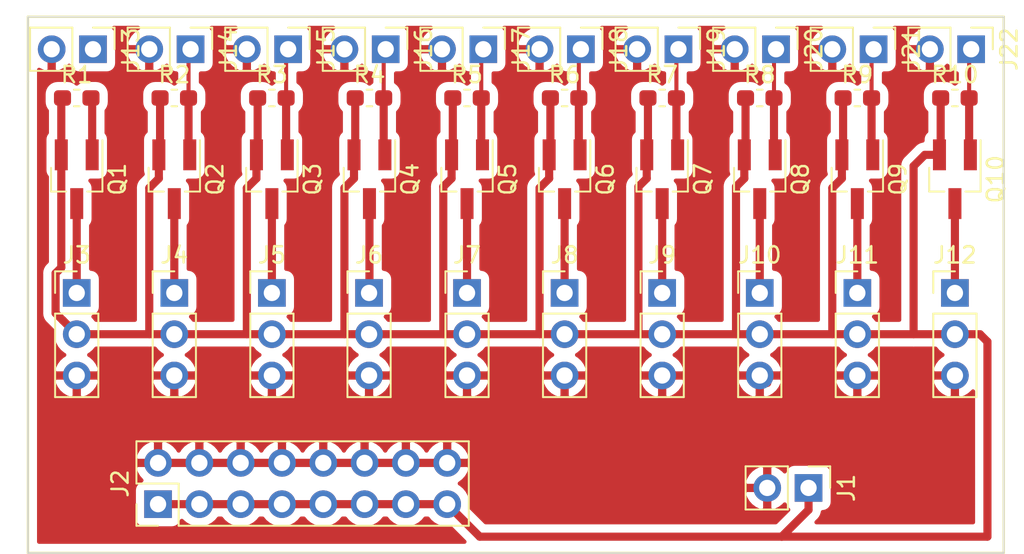
<source format=kicad_pcb>
(kicad_pcb (version 20171130) (host pcbnew 5.1.4)

  (general
    (thickness 1.6)
    (drawings 9)
    (tracks 122)
    (zones 0)
    (modules 42)
    (nets 23)
  )

  (page A4)
  (layers
    (0 F.Cu signal)
    (31 B.Cu signal)
    (32 B.Adhes user)
    (33 F.Adhes user)
    (34 B.Paste user)
    (35 F.Paste user)
    (36 B.SilkS user)
    (37 F.SilkS user)
    (38 B.Mask user)
    (39 F.Mask user)
    (40 Dwgs.User user)
    (41 Cmts.User user)
    (42 Eco1.User user)
    (43 Eco2.User user)
    (44 Edge.Cuts user)
    (45 Margin user)
    (46 B.CrtYd user)
    (47 F.CrtYd user)
    (48 B.Fab user)
    (49 F.Fab user)
  )

  (setup
    (last_trace_width 0.25)
    (user_trace_width 0.5)
    (user_trace_width 0.6)
    (user_trace_width 0.8)
    (user_trace_width 1)
    (trace_clearance 0.2)
    (zone_clearance 0.508)
    (zone_45_only no)
    (trace_min 0.2)
    (via_size 0.8)
    (via_drill 0.4)
    (via_min_size 0.4)
    (via_min_drill 0.3)
    (uvia_size 0.3)
    (uvia_drill 0.1)
    (uvias_allowed no)
    (uvia_min_size 0.2)
    (uvia_min_drill 0.1)
    (edge_width 0.1)
    (segment_width 0.2)
    (pcb_text_width 0.3)
    (pcb_text_size 1.5 1.5)
    (mod_edge_width 0.15)
    (mod_text_size 1 1)
    (mod_text_width 0.15)
    (pad_size 1.524 1.524)
    (pad_drill 0.762)
    (pad_to_mask_clearance 0)
    (aux_axis_origin 0 0)
    (visible_elements FFFFFF7F)
    (pcbplotparams
      (layerselection 0x01000_7fffffff)
      (usegerberextensions false)
      (usegerberattributes false)
      (usegerberadvancedattributes false)
      (creategerberjobfile false)
      (excludeedgelayer true)
      (linewidth 0.100000)
      (plotframeref false)
      (viasonmask false)
      (mode 1)
      (useauxorigin false)
      (hpglpennumber 1)
      (hpglpenspeed 20)
      (hpglpendiameter 15.000000)
      (psnegative false)
      (psa4output false)
      (plotreference true)
      (plotvalue true)
      (plotinvisibletext false)
      (padsonsilk false)
      (subtractmaskfromsilk false)
      (outputformat 1)
      (mirror false)
      (drillshape 0)
      (scaleselection 1)
      (outputdirectory ""))
  )

  (net 0 "")
  (net 1 /5V)
  (net 2 /GND)
  (net 3 /OUT1)
  (net 4 /OUT2)
  (net 5 /OUT3)
  (net 6 /OUT4)
  (net 7 /OUT5)
  (net 8 /OUT6)
  (net 9 /OUT7)
  (net 10 /OUT8)
  (net 11 /OUT9)
  (net 12 /OUT10)
  (net 13 /In1)
  (net 14 /In2)
  (net 15 /In3)
  (net 16 /In4)
  (net 17 /In5)
  (net 18 /In6)
  (net 19 /In7)
  (net 20 /In8)
  (net 21 /In9)
  (net 22 /In10)

  (net_class Default "This is the default net class."
    (clearance 0.2)
    (trace_width 0.25)
    (via_dia 0.8)
    (via_drill 0.4)
    (uvia_dia 0.3)
    (uvia_drill 0.1)
    (add_net /5V)
    (add_net /GND)
    (add_net /In1)
    (add_net /In10)
    (add_net /In2)
    (add_net /In3)
    (add_net /In4)
    (add_net /In5)
    (add_net /In6)
    (add_net /In7)
    (add_net /In8)
    (add_net /In9)
    (add_net /OUT1)
    (add_net /OUT10)
    (add_net /OUT2)
    (add_net /OUT3)
    (add_net /OUT4)
    (add_net /OUT5)
    (add_net /OUT6)
    (add_net /OUT7)
    (add_net /OUT8)
    (add_net /OUT9)
  )

  (module Connector_PinHeader_2.54mm:PinHeader_1x02_P2.54mm_Vertical (layer F.Cu) (tedit 59FED5CC) (tstamp 5DBC479C)
    (at 187 95 270)
    (descr "Through hole straight pin header, 1x02, 2.54mm pitch, single row")
    (tags "Through hole pin header THT 1x02 2.54mm single row")
    (path /5DC80608)
    (fp_text reference J1 (at 0 -2.33 90) (layer F.SilkS)
      (effects (font (size 1 1) (thickness 0.15)))
    )
    (fp_text value V_IN (at 0 4.87 90) (layer F.Fab)
      (effects (font (size 1 1) (thickness 0.15)))
    )
    (fp_line (start -0.635 -1.27) (end 1.27 -1.27) (layer F.Fab) (width 0.1))
    (fp_line (start 1.27 -1.27) (end 1.27 3.81) (layer F.Fab) (width 0.1))
    (fp_line (start 1.27 3.81) (end -1.27 3.81) (layer F.Fab) (width 0.1))
    (fp_line (start -1.27 3.81) (end -1.27 -0.635) (layer F.Fab) (width 0.1))
    (fp_line (start -1.27 -0.635) (end -0.635 -1.27) (layer F.Fab) (width 0.1))
    (fp_line (start -1.33 3.87) (end 1.33 3.87) (layer F.SilkS) (width 0.12))
    (fp_line (start -1.33 1.27) (end -1.33 3.87) (layer F.SilkS) (width 0.12))
    (fp_line (start 1.33 1.27) (end 1.33 3.87) (layer F.SilkS) (width 0.12))
    (fp_line (start -1.33 1.27) (end 1.33 1.27) (layer F.SilkS) (width 0.12))
    (fp_line (start -1.33 0) (end -1.33 -1.33) (layer F.SilkS) (width 0.12))
    (fp_line (start -1.33 -1.33) (end 0 -1.33) (layer F.SilkS) (width 0.12))
    (fp_line (start -1.8 -1.8) (end -1.8 4.35) (layer F.CrtYd) (width 0.05))
    (fp_line (start -1.8 4.35) (end 1.8 4.35) (layer F.CrtYd) (width 0.05))
    (fp_line (start 1.8 4.35) (end 1.8 -1.8) (layer F.CrtYd) (width 0.05))
    (fp_line (start 1.8 -1.8) (end -1.8 -1.8) (layer F.CrtYd) (width 0.05))
    (fp_text user %R (at 0 1.27) (layer F.Fab)
      (effects (font (size 1 1) (thickness 0.15)))
    )
    (pad 1 thru_hole rect (at 0 0 270) (size 1.7 1.7) (drill 1) (layers *.Cu *.Mask)
      (net 1 /5V))
    (pad 2 thru_hole oval (at 0 2.54 270) (size 1.7 1.7) (drill 1) (layers *.Cu *.Mask)
      (net 2 /GND))
    (model ${KISYS3DMOD}/Connector_PinHeader_2.54mm.3dshapes/PinHeader_1x02_P2.54mm_Vertical.wrl
      (at (xyz 0 0 0))
      (scale (xyz 1 1 1))
      (rotate (xyz 0 0 0))
    )
  )

  (module Connector_PinHeader_2.54mm:PinHeader_2x08_P2.54mm_Vertical (layer F.Cu) (tedit 59FED5CC) (tstamp 5DBC47C2)
    (at 147 96 90)
    (descr "Through hole straight pin header, 2x08, 2.54mm pitch, double rows")
    (tags "Through hole pin header THT 2x08 2.54mm double row")
    (path /5DC85481)
    (fp_text reference J2 (at 1.27 -2.33 90) (layer F.SilkS)
      (effects (font (size 1 1) (thickness 0.15)))
    )
    (fp_text value V_OUT (at 1.27 20.11 90) (layer F.Fab)
      (effects (font (size 1 1) (thickness 0.15)))
    )
    (fp_line (start 0 -1.27) (end 3.81 -1.27) (layer F.Fab) (width 0.1))
    (fp_line (start 3.81 -1.27) (end 3.81 19.05) (layer F.Fab) (width 0.1))
    (fp_line (start 3.81 19.05) (end -1.27 19.05) (layer F.Fab) (width 0.1))
    (fp_line (start -1.27 19.05) (end -1.27 0) (layer F.Fab) (width 0.1))
    (fp_line (start -1.27 0) (end 0 -1.27) (layer F.Fab) (width 0.1))
    (fp_line (start -1.33 19.11) (end 3.87 19.11) (layer F.SilkS) (width 0.12))
    (fp_line (start -1.33 1.27) (end -1.33 19.11) (layer F.SilkS) (width 0.12))
    (fp_line (start 3.87 -1.33) (end 3.87 19.11) (layer F.SilkS) (width 0.12))
    (fp_line (start -1.33 1.27) (end 1.27 1.27) (layer F.SilkS) (width 0.12))
    (fp_line (start 1.27 1.27) (end 1.27 -1.33) (layer F.SilkS) (width 0.12))
    (fp_line (start 1.27 -1.33) (end 3.87 -1.33) (layer F.SilkS) (width 0.12))
    (fp_line (start -1.33 0) (end -1.33 -1.33) (layer F.SilkS) (width 0.12))
    (fp_line (start -1.33 -1.33) (end 0 -1.33) (layer F.SilkS) (width 0.12))
    (fp_line (start -1.8 -1.8) (end -1.8 19.55) (layer F.CrtYd) (width 0.05))
    (fp_line (start -1.8 19.55) (end 4.35 19.55) (layer F.CrtYd) (width 0.05))
    (fp_line (start 4.35 19.55) (end 4.35 -1.8) (layer F.CrtYd) (width 0.05))
    (fp_line (start 4.35 -1.8) (end -1.8 -1.8) (layer F.CrtYd) (width 0.05))
    (fp_text user %R (at 1.27 8.89) (layer F.Fab)
      (effects (font (size 1 1) (thickness 0.15)))
    )
    (pad 1 thru_hole rect (at 0 0 90) (size 1.7 1.7) (drill 1) (layers *.Cu *.Mask)
      (net 1 /5V))
    (pad 2 thru_hole oval (at 2.54 0 90) (size 1.7 1.7) (drill 1) (layers *.Cu *.Mask)
      (net 2 /GND))
    (pad 3 thru_hole oval (at 0 2.54 90) (size 1.7 1.7) (drill 1) (layers *.Cu *.Mask)
      (net 1 /5V))
    (pad 4 thru_hole oval (at 2.54 2.54 90) (size 1.7 1.7) (drill 1) (layers *.Cu *.Mask)
      (net 2 /GND))
    (pad 5 thru_hole oval (at 0 5.08 90) (size 1.7 1.7) (drill 1) (layers *.Cu *.Mask)
      (net 1 /5V))
    (pad 6 thru_hole oval (at 2.54 5.08 90) (size 1.7 1.7) (drill 1) (layers *.Cu *.Mask)
      (net 2 /GND))
    (pad 7 thru_hole oval (at 0 7.62 90) (size 1.7 1.7) (drill 1) (layers *.Cu *.Mask)
      (net 1 /5V))
    (pad 8 thru_hole oval (at 2.54 7.62 90) (size 1.7 1.7) (drill 1) (layers *.Cu *.Mask)
      (net 2 /GND))
    (pad 9 thru_hole oval (at 0 10.16 90) (size 1.7 1.7) (drill 1) (layers *.Cu *.Mask)
      (net 1 /5V))
    (pad 10 thru_hole oval (at 2.54 10.16 90) (size 1.7 1.7) (drill 1) (layers *.Cu *.Mask)
      (net 2 /GND))
    (pad 11 thru_hole oval (at 0 12.7 90) (size 1.7 1.7) (drill 1) (layers *.Cu *.Mask)
      (net 1 /5V))
    (pad 12 thru_hole oval (at 2.54 12.7 90) (size 1.7 1.7) (drill 1) (layers *.Cu *.Mask)
      (net 2 /GND))
    (pad 13 thru_hole oval (at 0 15.24 90) (size 1.7 1.7) (drill 1) (layers *.Cu *.Mask)
      (net 1 /5V))
    (pad 14 thru_hole oval (at 2.54 15.24 90) (size 1.7 1.7) (drill 1) (layers *.Cu *.Mask)
      (net 2 /GND))
    (pad 15 thru_hole oval (at 0 17.78 90) (size 1.7 1.7) (drill 1) (layers *.Cu *.Mask)
      (net 1 /5V))
    (pad 16 thru_hole oval (at 2.54 17.78 90) (size 1.7 1.7) (drill 1) (layers *.Cu *.Mask)
      (net 2 /GND))
    (model ${KISYS3DMOD}/Connector_PinHeader_2.54mm.3dshapes/PinHeader_2x08_P2.54mm_Vertical.wrl
      (at (xyz 0 0 0))
      (scale (xyz 1 1 1))
      (rotate (xyz 0 0 0))
    )
  )

  (module Connector_PinHeader_2.54mm:PinHeader_1x03_P2.54mm_Vertical (layer F.Cu) (tedit 59FED5CC) (tstamp 5DBC47D9)
    (at 142 83)
    (descr "Through hole straight pin header, 1x03, 2.54mm pitch, single row")
    (tags "Through hole pin header THT 1x03 2.54mm single row")
    (path /5DBD167F)
    (fp_text reference J3 (at 0 -2.33) (layer F.SilkS)
      (effects (font (size 1 1) (thickness 0.15)))
    )
    (fp_text value Terminal1 (at 0 7.41) (layer F.Fab)
      (effects (font (size 1 1) (thickness 0.15)))
    )
    (fp_line (start -0.635 -1.27) (end 1.27 -1.27) (layer F.Fab) (width 0.1))
    (fp_line (start 1.27 -1.27) (end 1.27 6.35) (layer F.Fab) (width 0.1))
    (fp_line (start 1.27 6.35) (end -1.27 6.35) (layer F.Fab) (width 0.1))
    (fp_line (start -1.27 6.35) (end -1.27 -0.635) (layer F.Fab) (width 0.1))
    (fp_line (start -1.27 -0.635) (end -0.635 -1.27) (layer F.Fab) (width 0.1))
    (fp_line (start -1.33 6.41) (end 1.33 6.41) (layer F.SilkS) (width 0.12))
    (fp_line (start -1.33 1.27) (end -1.33 6.41) (layer F.SilkS) (width 0.12))
    (fp_line (start 1.33 1.27) (end 1.33 6.41) (layer F.SilkS) (width 0.12))
    (fp_line (start -1.33 1.27) (end 1.33 1.27) (layer F.SilkS) (width 0.12))
    (fp_line (start -1.33 0) (end -1.33 -1.33) (layer F.SilkS) (width 0.12))
    (fp_line (start -1.33 -1.33) (end 0 -1.33) (layer F.SilkS) (width 0.12))
    (fp_line (start -1.8 -1.8) (end -1.8 6.85) (layer F.CrtYd) (width 0.05))
    (fp_line (start -1.8 6.85) (end 1.8 6.85) (layer F.CrtYd) (width 0.05))
    (fp_line (start 1.8 6.85) (end 1.8 -1.8) (layer F.CrtYd) (width 0.05))
    (fp_line (start 1.8 -1.8) (end -1.8 -1.8) (layer F.CrtYd) (width 0.05))
    (fp_text user %R (at 0 2.54 90) (layer F.Fab)
      (effects (font (size 1 1) (thickness 0.15)))
    )
    (pad 1 thru_hole rect (at 0 0) (size 1.7 1.7) (drill 1) (layers *.Cu *.Mask)
      (net 3 /OUT1))
    (pad 2 thru_hole oval (at 0 2.54) (size 1.7 1.7) (drill 1) (layers *.Cu *.Mask)
      (net 1 /5V))
    (pad 3 thru_hole oval (at 0 5.08) (size 1.7 1.7) (drill 1) (layers *.Cu *.Mask)
      (net 2 /GND))
    (model ${KISYS3DMOD}/Connector_PinHeader_2.54mm.3dshapes/PinHeader_1x03_P2.54mm_Vertical.wrl
      (at (xyz 0 0 0))
      (scale (xyz 1 1 1))
      (rotate (xyz 0 0 0))
    )
  )

  (module Connector_PinHeader_2.54mm:PinHeader_1x03_P2.54mm_Vertical (layer F.Cu) (tedit 59FED5CC) (tstamp 5DBC47F0)
    (at 148 83)
    (descr "Through hole straight pin header, 1x03, 2.54mm pitch, single row")
    (tags "Through hole pin header THT 1x03 2.54mm single row")
    (path /5DBD07F4)
    (fp_text reference J4 (at 0 -2.33) (layer F.SilkS)
      (effects (font (size 1 1) (thickness 0.15)))
    )
    (fp_text value Terminal2 (at 0 7.41) (layer F.Fab)
      (effects (font (size 1 1) (thickness 0.15)))
    )
    (fp_text user %R (at 0 2.54 90) (layer F.Fab)
      (effects (font (size 1 1) (thickness 0.15)))
    )
    (fp_line (start 1.8 -1.8) (end -1.8 -1.8) (layer F.CrtYd) (width 0.05))
    (fp_line (start 1.8 6.85) (end 1.8 -1.8) (layer F.CrtYd) (width 0.05))
    (fp_line (start -1.8 6.85) (end 1.8 6.85) (layer F.CrtYd) (width 0.05))
    (fp_line (start -1.8 -1.8) (end -1.8 6.85) (layer F.CrtYd) (width 0.05))
    (fp_line (start -1.33 -1.33) (end 0 -1.33) (layer F.SilkS) (width 0.12))
    (fp_line (start -1.33 0) (end -1.33 -1.33) (layer F.SilkS) (width 0.12))
    (fp_line (start -1.33 1.27) (end 1.33 1.27) (layer F.SilkS) (width 0.12))
    (fp_line (start 1.33 1.27) (end 1.33 6.41) (layer F.SilkS) (width 0.12))
    (fp_line (start -1.33 1.27) (end -1.33 6.41) (layer F.SilkS) (width 0.12))
    (fp_line (start -1.33 6.41) (end 1.33 6.41) (layer F.SilkS) (width 0.12))
    (fp_line (start -1.27 -0.635) (end -0.635 -1.27) (layer F.Fab) (width 0.1))
    (fp_line (start -1.27 6.35) (end -1.27 -0.635) (layer F.Fab) (width 0.1))
    (fp_line (start 1.27 6.35) (end -1.27 6.35) (layer F.Fab) (width 0.1))
    (fp_line (start 1.27 -1.27) (end 1.27 6.35) (layer F.Fab) (width 0.1))
    (fp_line (start -0.635 -1.27) (end 1.27 -1.27) (layer F.Fab) (width 0.1))
    (pad 3 thru_hole oval (at 0 5.08) (size 1.7 1.7) (drill 1) (layers *.Cu *.Mask)
      (net 2 /GND))
    (pad 2 thru_hole oval (at 0 2.54) (size 1.7 1.7) (drill 1) (layers *.Cu *.Mask)
      (net 1 /5V))
    (pad 1 thru_hole rect (at 0 0) (size 1.7 1.7) (drill 1) (layers *.Cu *.Mask)
      (net 4 /OUT2))
    (model ${KISYS3DMOD}/Connector_PinHeader_2.54mm.3dshapes/PinHeader_1x03_P2.54mm_Vertical.wrl
      (at (xyz 0 0 0))
      (scale (xyz 1 1 1))
      (rotate (xyz 0 0 0))
    )
  )

  (module Connector_PinHeader_2.54mm:PinHeader_1x03_P2.54mm_Vertical (layer F.Cu) (tedit 59FED5CC) (tstamp 5DBC4807)
    (at 154 83)
    (descr "Through hole straight pin header, 1x03, 2.54mm pitch, single row")
    (tags "Through hole pin header THT 1x03 2.54mm single row")
    (path /5DBCFBC9)
    (fp_text reference J5 (at 0 -2.33) (layer F.SilkS)
      (effects (font (size 1 1) (thickness 0.15)))
    )
    (fp_text value Terminal3 (at 0 7.41) (layer F.Fab)
      (effects (font (size 1 1) (thickness 0.15)))
    )
    (fp_line (start -0.635 -1.27) (end 1.27 -1.27) (layer F.Fab) (width 0.1))
    (fp_line (start 1.27 -1.27) (end 1.27 6.35) (layer F.Fab) (width 0.1))
    (fp_line (start 1.27 6.35) (end -1.27 6.35) (layer F.Fab) (width 0.1))
    (fp_line (start -1.27 6.35) (end -1.27 -0.635) (layer F.Fab) (width 0.1))
    (fp_line (start -1.27 -0.635) (end -0.635 -1.27) (layer F.Fab) (width 0.1))
    (fp_line (start -1.33 6.41) (end 1.33 6.41) (layer F.SilkS) (width 0.12))
    (fp_line (start -1.33 1.27) (end -1.33 6.41) (layer F.SilkS) (width 0.12))
    (fp_line (start 1.33 1.27) (end 1.33 6.41) (layer F.SilkS) (width 0.12))
    (fp_line (start -1.33 1.27) (end 1.33 1.27) (layer F.SilkS) (width 0.12))
    (fp_line (start -1.33 0) (end -1.33 -1.33) (layer F.SilkS) (width 0.12))
    (fp_line (start -1.33 -1.33) (end 0 -1.33) (layer F.SilkS) (width 0.12))
    (fp_line (start -1.8 -1.8) (end -1.8 6.85) (layer F.CrtYd) (width 0.05))
    (fp_line (start -1.8 6.85) (end 1.8 6.85) (layer F.CrtYd) (width 0.05))
    (fp_line (start 1.8 6.85) (end 1.8 -1.8) (layer F.CrtYd) (width 0.05))
    (fp_line (start 1.8 -1.8) (end -1.8 -1.8) (layer F.CrtYd) (width 0.05))
    (fp_text user %R (at 0 2.54 90) (layer F.Fab)
      (effects (font (size 1 1) (thickness 0.15)))
    )
    (pad 1 thru_hole rect (at 0 0) (size 1.7 1.7) (drill 1) (layers *.Cu *.Mask)
      (net 5 /OUT3))
    (pad 2 thru_hole oval (at 0 2.54) (size 1.7 1.7) (drill 1) (layers *.Cu *.Mask)
      (net 1 /5V))
    (pad 3 thru_hole oval (at 0 5.08) (size 1.7 1.7) (drill 1) (layers *.Cu *.Mask)
      (net 2 /GND))
    (model ${KISYS3DMOD}/Connector_PinHeader_2.54mm.3dshapes/PinHeader_1x03_P2.54mm_Vertical.wrl
      (at (xyz 0 0 0))
      (scale (xyz 1 1 1))
      (rotate (xyz 0 0 0))
    )
  )

  (module Connector_PinHeader_2.54mm:PinHeader_1x03_P2.54mm_Vertical (layer F.Cu) (tedit 59FED5CC) (tstamp 5DBC481E)
    (at 159.975001 83)
    (descr "Through hole straight pin header, 1x03, 2.54mm pitch, single row")
    (tags "Through hole pin header THT 1x03 2.54mm single row")
    (path /5DBC6B55)
    (fp_text reference J6 (at 0 -2.33) (layer F.SilkS)
      (effects (font (size 1 1) (thickness 0.15)))
    )
    (fp_text value Terminal4 (at 0 7.41) (layer F.Fab)
      (effects (font (size 1 1) (thickness 0.15)))
    )
    (fp_text user %R (at 0 2.54 90) (layer F.Fab)
      (effects (font (size 1 1) (thickness 0.15)))
    )
    (fp_line (start 1.8 -1.8) (end -1.8 -1.8) (layer F.CrtYd) (width 0.05))
    (fp_line (start 1.8 6.85) (end 1.8 -1.8) (layer F.CrtYd) (width 0.05))
    (fp_line (start -1.8 6.85) (end 1.8 6.85) (layer F.CrtYd) (width 0.05))
    (fp_line (start -1.8 -1.8) (end -1.8 6.85) (layer F.CrtYd) (width 0.05))
    (fp_line (start -1.33 -1.33) (end 0 -1.33) (layer F.SilkS) (width 0.12))
    (fp_line (start -1.33 0) (end -1.33 -1.33) (layer F.SilkS) (width 0.12))
    (fp_line (start -1.33 1.27) (end 1.33 1.27) (layer F.SilkS) (width 0.12))
    (fp_line (start 1.33 1.27) (end 1.33 6.41) (layer F.SilkS) (width 0.12))
    (fp_line (start -1.33 1.27) (end -1.33 6.41) (layer F.SilkS) (width 0.12))
    (fp_line (start -1.33 6.41) (end 1.33 6.41) (layer F.SilkS) (width 0.12))
    (fp_line (start -1.27 -0.635) (end -0.635 -1.27) (layer F.Fab) (width 0.1))
    (fp_line (start -1.27 6.35) (end -1.27 -0.635) (layer F.Fab) (width 0.1))
    (fp_line (start 1.27 6.35) (end -1.27 6.35) (layer F.Fab) (width 0.1))
    (fp_line (start 1.27 -1.27) (end 1.27 6.35) (layer F.Fab) (width 0.1))
    (fp_line (start -0.635 -1.27) (end 1.27 -1.27) (layer F.Fab) (width 0.1))
    (pad 3 thru_hole oval (at 0 5.08) (size 1.7 1.7) (drill 1) (layers *.Cu *.Mask)
      (net 2 /GND))
    (pad 2 thru_hole oval (at 0 2.54) (size 1.7 1.7) (drill 1) (layers *.Cu *.Mask)
      (net 1 /5V))
    (pad 1 thru_hole rect (at 0 0) (size 1.7 1.7) (drill 1) (layers *.Cu *.Mask)
      (net 6 /OUT4))
    (model ${KISYS3DMOD}/Connector_PinHeader_2.54mm.3dshapes/PinHeader_1x03_P2.54mm_Vertical.wrl
      (at (xyz 0 0 0))
      (scale (xyz 1 1 1))
      (rotate (xyz 0 0 0))
    )
  )

  (module Connector_PinHeader_2.54mm:PinHeader_1x03_P2.54mm_Vertical (layer F.Cu) (tedit 59FED5CC) (tstamp 5DBC4835)
    (at 166 83)
    (descr "Through hole straight pin header, 1x03, 2.54mm pitch, single row")
    (tags "Through hole pin header THT 1x03 2.54mm single row")
    (path /5DBC9B2F)
    (fp_text reference J7 (at 0 -2.33) (layer F.SilkS)
      (effects (font (size 1 1) (thickness 0.15)))
    )
    (fp_text value Terminal5 (at 0 7.41) (layer F.Fab)
      (effects (font (size 1 1) (thickness 0.15)))
    )
    (fp_line (start -0.635 -1.27) (end 1.27 -1.27) (layer F.Fab) (width 0.1))
    (fp_line (start 1.27 -1.27) (end 1.27 6.35) (layer F.Fab) (width 0.1))
    (fp_line (start 1.27 6.35) (end -1.27 6.35) (layer F.Fab) (width 0.1))
    (fp_line (start -1.27 6.35) (end -1.27 -0.635) (layer F.Fab) (width 0.1))
    (fp_line (start -1.27 -0.635) (end -0.635 -1.27) (layer F.Fab) (width 0.1))
    (fp_line (start -1.33 6.41) (end 1.33 6.41) (layer F.SilkS) (width 0.12))
    (fp_line (start -1.33 1.27) (end -1.33 6.41) (layer F.SilkS) (width 0.12))
    (fp_line (start 1.33 1.27) (end 1.33 6.41) (layer F.SilkS) (width 0.12))
    (fp_line (start -1.33 1.27) (end 1.33 1.27) (layer F.SilkS) (width 0.12))
    (fp_line (start -1.33 0) (end -1.33 -1.33) (layer F.SilkS) (width 0.12))
    (fp_line (start -1.33 -1.33) (end 0 -1.33) (layer F.SilkS) (width 0.12))
    (fp_line (start -1.8 -1.8) (end -1.8 6.85) (layer F.CrtYd) (width 0.05))
    (fp_line (start -1.8 6.85) (end 1.8 6.85) (layer F.CrtYd) (width 0.05))
    (fp_line (start 1.8 6.85) (end 1.8 -1.8) (layer F.CrtYd) (width 0.05))
    (fp_line (start 1.8 -1.8) (end -1.8 -1.8) (layer F.CrtYd) (width 0.05))
    (fp_text user %R (at 0 2.54 90) (layer F.Fab)
      (effects (font (size 1 1) (thickness 0.15)))
    )
    (pad 1 thru_hole rect (at 0 0) (size 1.7 1.7) (drill 1) (layers *.Cu *.Mask)
      (net 7 /OUT5))
    (pad 2 thru_hole oval (at 0 2.54) (size 1.7 1.7) (drill 1) (layers *.Cu *.Mask)
      (net 1 /5V))
    (pad 3 thru_hole oval (at 0 5.08) (size 1.7 1.7) (drill 1) (layers *.Cu *.Mask)
      (net 2 /GND))
    (model ${KISYS3DMOD}/Connector_PinHeader_2.54mm.3dshapes/PinHeader_1x03_P2.54mm_Vertical.wrl
      (at (xyz 0 0 0))
      (scale (xyz 1 1 1))
      (rotate (xyz 0 0 0))
    )
  )

  (module Connector_PinHeader_2.54mm:PinHeader_1x03_P2.54mm_Vertical (layer F.Cu) (tedit 59FED5CC) (tstamp 5DBC484C)
    (at 172 83)
    (descr "Through hole straight pin header, 1x03, 2.54mm pitch, single row")
    (tags "Through hole pin header THT 1x03 2.54mm single row")
    (path /5DBCA68A)
    (fp_text reference J8 (at 0 -2.33) (layer F.SilkS)
      (effects (font (size 1 1) (thickness 0.15)))
    )
    (fp_text value Terminal6 (at 0 7.41) (layer F.Fab)
      (effects (font (size 1 1) (thickness 0.15)))
    )
    (fp_text user %R (at 0 2.54 90) (layer F.Fab)
      (effects (font (size 1 1) (thickness 0.15)))
    )
    (fp_line (start 1.8 -1.8) (end -1.8 -1.8) (layer F.CrtYd) (width 0.05))
    (fp_line (start 1.8 6.85) (end 1.8 -1.8) (layer F.CrtYd) (width 0.05))
    (fp_line (start -1.8 6.85) (end 1.8 6.85) (layer F.CrtYd) (width 0.05))
    (fp_line (start -1.8 -1.8) (end -1.8 6.85) (layer F.CrtYd) (width 0.05))
    (fp_line (start -1.33 -1.33) (end 0 -1.33) (layer F.SilkS) (width 0.12))
    (fp_line (start -1.33 0) (end -1.33 -1.33) (layer F.SilkS) (width 0.12))
    (fp_line (start -1.33 1.27) (end 1.33 1.27) (layer F.SilkS) (width 0.12))
    (fp_line (start 1.33 1.27) (end 1.33 6.41) (layer F.SilkS) (width 0.12))
    (fp_line (start -1.33 1.27) (end -1.33 6.41) (layer F.SilkS) (width 0.12))
    (fp_line (start -1.33 6.41) (end 1.33 6.41) (layer F.SilkS) (width 0.12))
    (fp_line (start -1.27 -0.635) (end -0.635 -1.27) (layer F.Fab) (width 0.1))
    (fp_line (start -1.27 6.35) (end -1.27 -0.635) (layer F.Fab) (width 0.1))
    (fp_line (start 1.27 6.35) (end -1.27 6.35) (layer F.Fab) (width 0.1))
    (fp_line (start 1.27 -1.27) (end 1.27 6.35) (layer F.Fab) (width 0.1))
    (fp_line (start -0.635 -1.27) (end 1.27 -1.27) (layer F.Fab) (width 0.1))
    (pad 3 thru_hole oval (at 0 5.08) (size 1.7 1.7) (drill 1) (layers *.Cu *.Mask)
      (net 2 /GND))
    (pad 2 thru_hole oval (at 0 2.54) (size 1.7 1.7) (drill 1) (layers *.Cu *.Mask)
      (net 1 /5V))
    (pad 1 thru_hole rect (at 0 0) (size 1.7 1.7) (drill 1) (layers *.Cu *.Mask)
      (net 8 /OUT6))
    (model ${KISYS3DMOD}/Connector_PinHeader_2.54mm.3dshapes/PinHeader_1x03_P2.54mm_Vertical.wrl
      (at (xyz 0 0 0))
      (scale (xyz 1 1 1))
      (rotate (xyz 0 0 0))
    )
  )

  (module Connector_PinHeader_2.54mm:PinHeader_1x03_P2.54mm_Vertical (layer F.Cu) (tedit 59FED5CC) (tstamp 5DBC4863)
    (at 178 83)
    (descr "Through hole straight pin header, 1x03, 2.54mm pitch, single row")
    (tags "Through hole pin header THT 1x03 2.54mm single row")
    (path /5DBCC4ED)
    (fp_text reference J9 (at 0 -2.33) (layer F.SilkS)
      (effects (font (size 1 1) (thickness 0.15)))
    )
    (fp_text value Terminal7 (at 0 7.41) (layer F.Fab)
      (effects (font (size 1 1) (thickness 0.15)))
    )
    (fp_line (start -0.635 -1.27) (end 1.27 -1.27) (layer F.Fab) (width 0.1))
    (fp_line (start 1.27 -1.27) (end 1.27 6.35) (layer F.Fab) (width 0.1))
    (fp_line (start 1.27 6.35) (end -1.27 6.35) (layer F.Fab) (width 0.1))
    (fp_line (start -1.27 6.35) (end -1.27 -0.635) (layer F.Fab) (width 0.1))
    (fp_line (start -1.27 -0.635) (end -0.635 -1.27) (layer F.Fab) (width 0.1))
    (fp_line (start -1.33 6.41) (end 1.33 6.41) (layer F.SilkS) (width 0.12))
    (fp_line (start -1.33 1.27) (end -1.33 6.41) (layer F.SilkS) (width 0.12))
    (fp_line (start 1.33 1.27) (end 1.33 6.41) (layer F.SilkS) (width 0.12))
    (fp_line (start -1.33 1.27) (end 1.33 1.27) (layer F.SilkS) (width 0.12))
    (fp_line (start -1.33 0) (end -1.33 -1.33) (layer F.SilkS) (width 0.12))
    (fp_line (start -1.33 -1.33) (end 0 -1.33) (layer F.SilkS) (width 0.12))
    (fp_line (start -1.8 -1.8) (end -1.8 6.85) (layer F.CrtYd) (width 0.05))
    (fp_line (start -1.8 6.85) (end 1.8 6.85) (layer F.CrtYd) (width 0.05))
    (fp_line (start 1.8 6.85) (end 1.8 -1.8) (layer F.CrtYd) (width 0.05))
    (fp_line (start 1.8 -1.8) (end -1.8 -1.8) (layer F.CrtYd) (width 0.05))
    (fp_text user %R (at 0 2.54 90) (layer F.Fab)
      (effects (font (size 1 1) (thickness 0.15)))
    )
    (pad 1 thru_hole rect (at 0 0) (size 1.7 1.7) (drill 1) (layers *.Cu *.Mask)
      (net 9 /OUT7))
    (pad 2 thru_hole oval (at 0 2.54) (size 1.7 1.7) (drill 1) (layers *.Cu *.Mask)
      (net 1 /5V))
    (pad 3 thru_hole oval (at 0 5.08) (size 1.7 1.7) (drill 1) (layers *.Cu *.Mask)
      (net 2 /GND))
    (model ${KISYS3DMOD}/Connector_PinHeader_2.54mm.3dshapes/PinHeader_1x03_P2.54mm_Vertical.wrl
      (at (xyz 0 0 0))
      (scale (xyz 1 1 1))
      (rotate (xyz 0 0 0))
    )
  )

  (module Connector_PinHeader_2.54mm:PinHeader_1x03_P2.54mm_Vertical (layer F.Cu) (tedit 59FED5CC) (tstamp 5DBC487A)
    (at 184 83)
    (descr "Through hole straight pin header, 1x03, 2.54mm pitch, single row")
    (tags "Through hole pin header THT 1x03 2.54mm single row")
    (path /5DBCD140)
    (fp_text reference J10 (at 0 -2.33) (layer F.SilkS)
      (effects (font (size 1 1) (thickness 0.15)))
    )
    (fp_text value Terminal8 (at 0 7.41) (layer F.Fab)
      (effects (font (size 1 1) (thickness 0.15)))
    )
    (fp_text user %R (at 0 2.54 90) (layer F.Fab)
      (effects (font (size 1 1) (thickness 0.15)))
    )
    (fp_line (start 1.8 -1.8) (end -1.8 -1.8) (layer F.CrtYd) (width 0.05))
    (fp_line (start 1.8 6.85) (end 1.8 -1.8) (layer F.CrtYd) (width 0.05))
    (fp_line (start -1.8 6.85) (end 1.8 6.85) (layer F.CrtYd) (width 0.05))
    (fp_line (start -1.8 -1.8) (end -1.8 6.85) (layer F.CrtYd) (width 0.05))
    (fp_line (start -1.33 -1.33) (end 0 -1.33) (layer F.SilkS) (width 0.12))
    (fp_line (start -1.33 0) (end -1.33 -1.33) (layer F.SilkS) (width 0.12))
    (fp_line (start -1.33 1.27) (end 1.33 1.27) (layer F.SilkS) (width 0.12))
    (fp_line (start 1.33 1.27) (end 1.33 6.41) (layer F.SilkS) (width 0.12))
    (fp_line (start -1.33 1.27) (end -1.33 6.41) (layer F.SilkS) (width 0.12))
    (fp_line (start -1.33 6.41) (end 1.33 6.41) (layer F.SilkS) (width 0.12))
    (fp_line (start -1.27 -0.635) (end -0.635 -1.27) (layer F.Fab) (width 0.1))
    (fp_line (start -1.27 6.35) (end -1.27 -0.635) (layer F.Fab) (width 0.1))
    (fp_line (start 1.27 6.35) (end -1.27 6.35) (layer F.Fab) (width 0.1))
    (fp_line (start 1.27 -1.27) (end 1.27 6.35) (layer F.Fab) (width 0.1))
    (fp_line (start -0.635 -1.27) (end 1.27 -1.27) (layer F.Fab) (width 0.1))
    (pad 3 thru_hole oval (at 0 5.08) (size 1.7 1.7) (drill 1) (layers *.Cu *.Mask)
      (net 2 /GND))
    (pad 2 thru_hole oval (at 0 2.54) (size 1.7 1.7) (drill 1) (layers *.Cu *.Mask)
      (net 1 /5V))
    (pad 1 thru_hole rect (at 0 0) (size 1.7 1.7) (drill 1) (layers *.Cu *.Mask)
      (net 10 /OUT8))
    (model ${KISYS3DMOD}/Connector_PinHeader_2.54mm.3dshapes/PinHeader_1x03_P2.54mm_Vertical.wrl
      (at (xyz 0 0 0))
      (scale (xyz 1 1 1))
      (rotate (xyz 0 0 0))
    )
  )

  (module Connector_PinHeader_2.54mm:PinHeader_1x03_P2.54mm_Vertical (layer F.Cu) (tedit 59FED5CC) (tstamp 5DBC4891)
    (at 190 83)
    (descr "Through hole straight pin header, 1x03, 2.54mm pitch, single row")
    (tags "Through hole pin header THT 1x03 2.54mm single row")
    (path /5DBCDED7)
    (fp_text reference J11 (at 0 -2.33) (layer F.SilkS)
      (effects (font (size 1 1) (thickness 0.15)))
    )
    (fp_text value Terminal9 (at 0 7.41) (layer F.Fab)
      (effects (font (size 1 1) (thickness 0.15)))
    )
    (fp_line (start -0.635 -1.27) (end 1.27 -1.27) (layer F.Fab) (width 0.1))
    (fp_line (start 1.27 -1.27) (end 1.27 6.35) (layer F.Fab) (width 0.1))
    (fp_line (start 1.27 6.35) (end -1.27 6.35) (layer F.Fab) (width 0.1))
    (fp_line (start -1.27 6.35) (end -1.27 -0.635) (layer F.Fab) (width 0.1))
    (fp_line (start -1.27 -0.635) (end -0.635 -1.27) (layer F.Fab) (width 0.1))
    (fp_line (start -1.33 6.41) (end 1.33 6.41) (layer F.SilkS) (width 0.12))
    (fp_line (start -1.33 1.27) (end -1.33 6.41) (layer F.SilkS) (width 0.12))
    (fp_line (start 1.33 1.27) (end 1.33 6.41) (layer F.SilkS) (width 0.12))
    (fp_line (start -1.33 1.27) (end 1.33 1.27) (layer F.SilkS) (width 0.12))
    (fp_line (start -1.33 0) (end -1.33 -1.33) (layer F.SilkS) (width 0.12))
    (fp_line (start -1.33 -1.33) (end 0 -1.33) (layer F.SilkS) (width 0.12))
    (fp_line (start -1.8 -1.8) (end -1.8 6.85) (layer F.CrtYd) (width 0.05))
    (fp_line (start -1.8 6.85) (end 1.8 6.85) (layer F.CrtYd) (width 0.05))
    (fp_line (start 1.8 6.85) (end 1.8 -1.8) (layer F.CrtYd) (width 0.05))
    (fp_line (start 1.8 -1.8) (end -1.8 -1.8) (layer F.CrtYd) (width 0.05))
    (fp_text user %R (at 0 2.54 90) (layer F.Fab)
      (effects (font (size 1 1) (thickness 0.15)))
    )
    (pad 1 thru_hole rect (at 0 0) (size 1.7 1.7) (drill 1) (layers *.Cu *.Mask)
      (net 11 /OUT9))
    (pad 2 thru_hole oval (at 0 2.54) (size 1.7 1.7) (drill 1) (layers *.Cu *.Mask)
      (net 1 /5V))
    (pad 3 thru_hole oval (at 0 5.08) (size 1.7 1.7) (drill 1) (layers *.Cu *.Mask)
      (net 2 /GND))
    (model ${KISYS3DMOD}/Connector_PinHeader_2.54mm.3dshapes/PinHeader_1x03_P2.54mm_Vertical.wrl
      (at (xyz 0 0 0))
      (scale (xyz 1 1 1))
      (rotate (xyz 0 0 0))
    )
  )

  (module Connector_PinHeader_2.54mm:PinHeader_1x03_P2.54mm_Vertical (layer F.Cu) (tedit 59FED5CC) (tstamp 5DBC51F8)
    (at 196 83)
    (descr "Through hole straight pin header, 1x03, 2.54mm pitch, single row")
    (tags "Through hole pin header THT 1x03 2.54mm single row")
    (path /5DBCEBFA)
    (fp_text reference J12 (at 0 -2.33) (layer F.SilkS)
      (effects (font (size 1 1) (thickness 0.15)))
    )
    (fp_text value Terminal10 (at 0 7.41) (layer F.Fab)
      (effects (font (size 1 1) (thickness 0.15)))
    )
    (fp_text user %R (at 0 2.54 90) (layer F.Fab)
      (effects (font (size 1 1) (thickness 0.15)))
    )
    (fp_line (start 1.8 -1.8) (end -1.8 -1.8) (layer F.CrtYd) (width 0.05))
    (fp_line (start 1.8 6.85) (end 1.8 -1.8) (layer F.CrtYd) (width 0.05))
    (fp_line (start -1.8 6.85) (end 1.8 6.85) (layer F.CrtYd) (width 0.05))
    (fp_line (start -1.8 -1.8) (end -1.8 6.85) (layer F.CrtYd) (width 0.05))
    (fp_line (start -1.33 -1.33) (end 0 -1.33) (layer F.SilkS) (width 0.12))
    (fp_line (start -1.33 0) (end -1.33 -1.33) (layer F.SilkS) (width 0.12))
    (fp_line (start -1.33 1.27) (end 1.33 1.27) (layer F.SilkS) (width 0.12))
    (fp_line (start 1.33 1.27) (end 1.33 6.41) (layer F.SilkS) (width 0.12))
    (fp_line (start -1.33 1.27) (end -1.33 6.41) (layer F.SilkS) (width 0.12))
    (fp_line (start -1.33 6.41) (end 1.33 6.41) (layer F.SilkS) (width 0.12))
    (fp_line (start -1.27 -0.635) (end -0.635 -1.27) (layer F.Fab) (width 0.1))
    (fp_line (start -1.27 6.35) (end -1.27 -0.635) (layer F.Fab) (width 0.1))
    (fp_line (start 1.27 6.35) (end -1.27 6.35) (layer F.Fab) (width 0.1))
    (fp_line (start 1.27 -1.27) (end 1.27 6.35) (layer F.Fab) (width 0.1))
    (fp_line (start -0.635 -1.27) (end 1.27 -1.27) (layer F.Fab) (width 0.1))
    (pad 3 thru_hole oval (at 0 5.08) (size 1.7 1.7) (drill 1) (layers *.Cu *.Mask)
      (net 2 /GND))
    (pad 2 thru_hole oval (at 0 2.54) (size 1.7 1.7) (drill 1) (layers *.Cu *.Mask)
      (net 1 /5V))
    (pad 1 thru_hole rect (at 0 0) (size 1.7 1.7) (drill 1) (layers *.Cu *.Mask)
      (net 12 /OUT10))
    (model ${KISYS3DMOD}/Connector_PinHeader_2.54mm.3dshapes/PinHeader_1x03_P2.54mm_Vertical.wrl
      (at (xyz 0 0 0))
      (scale (xyz 1 1 1))
      (rotate (xyz 0 0 0))
    )
  )

  (module Package_TO_SOT_SMD:SOT-23_Handsoldering (layer F.Cu) (tedit 5A0AB76C) (tstamp 5DBC48BD)
    (at 142 76 270)
    (descr "SOT-23, Handsoldering")
    (tags SOT-23)
    (path /5DC2EFEB)
    (attr smd)
    (fp_text reference Q1 (at 0 -2.5 90) (layer F.SilkS)
      (effects (font (size 1 1) (thickness 0.15)))
    )
    (fp_text value IRLML6402TRPBF (at 0 2.5 90) (layer F.Fab)
      (effects (font (size 1 1) (thickness 0.15)))
    )
    (fp_line (start 0.76 1.58) (end -0.7 1.58) (layer F.SilkS) (width 0.12))
    (fp_line (start -0.7 1.52) (end 0.7 1.52) (layer F.Fab) (width 0.1))
    (fp_line (start 0.7 -1.52) (end 0.7 1.52) (layer F.Fab) (width 0.1))
    (fp_line (start -0.7 -0.95) (end -0.15 -1.52) (layer F.Fab) (width 0.1))
    (fp_line (start -0.15 -1.52) (end 0.7 -1.52) (layer F.Fab) (width 0.1))
    (fp_line (start -0.7 -0.95) (end -0.7 1.5) (layer F.Fab) (width 0.1))
    (fp_line (start 0.76 -1.58) (end -2.4 -1.58) (layer F.SilkS) (width 0.12))
    (fp_line (start -2.7 1.75) (end -2.7 -1.75) (layer F.CrtYd) (width 0.05))
    (fp_line (start 2.7 1.75) (end -2.7 1.75) (layer F.CrtYd) (width 0.05))
    (fp_line (start 2.7 -1.75) (end 2.7 1.75) (layer F.CrtYd) (width 0.05))
    (fp_line (start -2.7 -1.75) (end 2.7 -1.75) (layer F.CrtYd) (width 0.05))
    (fp_line (start 0.76 -1.58) (end 0.76 -0.65) (layer F.SilkS) (width 0.12))
    (fp_line (start 0.76 1.58) (end 0.76 0.65) (layer F.SilkS) (width 0.12))
    (fp_text user %R (at 0 0) (layer F.Fab)
      (effects (font (size 0.5 0.5) (thickness 0.075)))
    )
    (pad 3 smd rect (at 1.5 0 270) (size 1.9 0.8) (layers F.Cu F.Paste F.Mask)
      (net 3 /OUT1))
    (pad 2 smd rect (at -1.5 0.95 270) (size 1.9 0.8) (layers F.Cu F.Paste F.Mask)
      (net 1 /5V))
    (pad 1 smd rect (at -1.5 -0.95 270) (size 1.9 0.8) (layers F.Cu F.Paste F.Mask)
      (net 13 /In1))
    (model ${KISYS3DMOD}/Package_TO_SOT_SMD.3dshapes/SOT-23.wrl
      (at (xyz 0 0 0))
      (scale (xyz 1 1 1))
      (rotate (xyz 0 0 0))
    )
  )

  (module Package_TO_SOT_SMD:SOT-23_Handsoldering (layer F.Cu) (tedit 5A0AB76C) (tstamp 5DBC48D2)
    (at 148 76 270)
    (descr "SOT-23, Handsoldering")
    (tags SOT-23)
    (path /5DC27A13)
    (attr smd)
    (fp_text reference Q2 (at 0 -2.5 90) (layer F.SilkS)
      (effects (font (size 1 1) (thickness 0.15)))
    )
    (fp_text value IRLML6402TRPBF (at 0 2.5 90) (layer F.Fab)
      (effects (font (size 1 1) (thickness 0.15)))
    )
    (fp_text user %R (at 0 0) (layer F.Fab)
      (effects (font (size 0.5 0.5) (thickness 0.075)))
    )
    (fp_line (start 0.76 1.58) (end 0.76 0.65) (layer F.SilkS) (width 0.12))
    (fp_line (start 0.76 -1.58) (end 0.76 -0.65) (layer F.SilkS) (width 0.12))
    (fp_line (start -2.7 -1.75) (end 2.7 -1.75) (layer F.CrtYd) (width 0.05))
    (fp_line (start 2.7 -1.75) (end 2.7 1.75) (layer F.CrtYd) (width 0.05))
    (fp_line (start 2.7 1.75) (end -2.7 1.75) (layer F.CrtYd) (width 0.05))
    (fp_line (start -2.7 1.75) (end -2.7 -1.75) (layer F.CrtYd) (width 0.05))
    (fp_line (start 0.76 -1.58) (end -2.4 -1.58) (layer F.SilkS) (width 0.12))
    (fp_line (start -0.7 -0.95) (end -0.7 1.5) (layer F.Fab) (width 0.1))
    (fp_line (start -0.15 -1.52) (end 0.7 -1.52) (layer F.Fab) (width 0.1))
    (fp_line (start -0.7 -0.95) (end -0.15 -1.52) (layer F.Fab) (width 0.1))
    (fp_line (start 0.7 -1.52) (end 0.7 1.52) (layer F.Fab) (width 0.1))
    (fp_line (start -0.7 1.52) (end 0.7 1.52) (layer F.Fab) (width 0.1))
    (fp_line (start 0.76 1.58) (end -0.7 1.58) (layer F.SilkS) (width 0.12))
    (pad 1 smd rect (at -1.5 -0.95 270) (size 1.9 0.8) (layers F.Cu F.Paste F.Mask)
      (net 14 /In2))
    (pad 2 smd rect (at -1.5 0.95 270) (size 1.9 0.8) (layers F.Cu F.Paste F.Mask)
      (net 1 /5V))
    (pad 3 smd rect (at 1.5 0 270) (size 1.9 0.8) (layers F.Cu F.Paste F.Mask)
      (net 4 /OUT2))
    (model ${KISYS3DMOD}/Package_TO_SOT_SMD.3dshapes/SOT-23.wrl
      (at (xyz 0 0 0))
      (scale (xyz 1 1 1))
      (rotate (xyz 0 0 0))
    )
  )

  (module Package_TO_SOT_SMD:SOT-23_Handsoldering (layer F.Cu) (tedit 5A0AB76C) (tstamp 5DBC48E7)
    (at 154 76 270)
    (descr "SOT-23, Handsoldering")
    (tags SOT-23)
    (path /5DC279F8)
    (attr smd)
    (fp_text reference Q3 (at 0 -2.5 90) (layer F.SilkS)
      (effects (font (size 1 1) (thickness 0.15)))
    )
    (fp_text value IRLML6402TRPBF (at 0 2.5 90) (layer F.Fab)
      (effects (font (size 1 1) (thickness 0.15)))
    )
    (fp_line (start 0.76 1.58) (end -0.7 1.58) (layer F.SilkS) (width 0.12))
    (fp_line (start -0.7 1.52) (end 0.7 1.52) (layer F.Fab) (width 0.1))
    (fp_line (start 0.7 -1.52) (end 0.7 1.52) (layer F.Fab) (width 0.1))
    (fp_line (start -0.7 -0.95) (end -0.15 -1.52) (layer F.Fab) (width 0.1))
    (fp_line (start -0.15 -1.52) (end 0.7 -1.52) (layer F.Fab) (width 0.1))
    (fp_line (start -0.7 -0.95) (end -0.7 1.5) (layer F.Fab) (width 0.1))
    (fp_line (start 0.76 -1.58) (end -2.4 -1.58) (layer F.SilkS) (width 0.12))
    (fp_line (start -2.7 1.75) (end -2.7 -1.75) (layer F.CrtYd) (width 0.05))
    (fp_line (start 2.7 1.75) (end -2.7 1.75) (layer F.CrtYd) (width 0.05))
    (fp_line (start 2.7 -1.75) (end 2.7 1.75) (layer F.CrtYd) (width 0.05))
    (fp_line (start -2.7 -1.75) (end 2.7 -1.75) (layer F.CrtYd) (width 0.05))
    (fp_line (start 0.76 -1.58) (end 0.76 -0.65) (layer F.SilkS) (width 0.12))
    (fp_line (start 0.76 1.58) (end 0.76 0.65) (layer F.SilkS) (width 0.12))
    (fp_text user %R (at 0 0) (layer F.Fab)
      (effects (font (size 0.5 0.5) (thickness 0.075)))
    )
    (pad 3 smd rect (at 1.5 0 270) (size 1.9 0.8) (layers F.Cu F.Paste F.Mask)
      (net 5 /OUT3))
    (pad 2 smd rect (at -1.5 0.95 270) (size 1.9 0.8) (layers F.Cu F.Paste F.Mask)
      (net 1 /5V))
    (pad 1 smd rect (at -1.5 -0.95 270) (size 1.9 0.8) (layers F.Cu F.Paste F.Mask)
      (net 15 /In3))
    (model ${KISYS3DMOD}/Package_TO_SOT_SMD.3dshapes/SOT-23.wrl
      (at (xyz 0 0 0))
      (scale (xyz 1 1 1))
      (rotate (xyz 0 0 0))
    )
  )

  (module Package_TO_SOT_SMD:SOT-23_Handsoldering (layer F.Cu) (tedit 5A0AB76C) (tstamp 5DBC48FC)
    (at 160 76 270)
    (descr "SOT-23, Handsoldering")
    (tags SOT-23)
    (path /5DC279DD)
    (attr smd)
    (fp_text reference Q4 (at 0 -2.5 90) (layer F.SilkS)
      (effects (font (size 1 1) (thickness 0.15)))
    )
    (fp_text value IRLML6402TRPBF (at 0 2.5 90) (layer F.Fab)
      (effects (font (size 1 1) (thickness 0.15)))
    )
    (fp_text user %R (at 0 0) (layer F.Fab)
      (effects (font (size 0.5 0.5) (thickness 0.075)))
    )
    (fp_line (start 0.76 1.58) (end 0.76 0.65) (layer F.SilkS) (width 0.12))
    (fp_line (start 0.76 -1.58) (end 0.76 -0.65) (layer F.SilkS) (width 0.12))
    (fp_line (start -2.7 -1.75) (end 2.7 -1.75) (layer F.CrtYd) (width 0.05))
    (fp_line (start 2.7 -1.75) (end 2.7 1.75) (layer F.CrtYd) (width 0.05))
    (fp_line (start 2.7 1.75) (end -2.7 1.75) (layer F.CrtYd) (width 0.05))
    (fp_line (start -2.7 1.75) (end -2.7 -1.75) (layer F.CrtYd) (width 0.05))
    (fp_line (start 0.76 -1.58) (end -2.4 -1.58) (layer F.SilkS) (width 0.12))
    (fp_line (start -0.7 -0.95) (end -0.7 1.5) (layer F.Fab) (width 0.1))
    (fp_line (start -0.15 -1.52) (end 0.7 -1.52) (layer F.Fab) (width 0.1))
    (fp_line (start -0.7 -0.95) (end -0.15 -1.52) (layer F.Fab) (width 0.1))
    (fp_line (start 0.7 -1.52) (end 0.7 1.52) (layer F.Fab) (width 0.1))
    (fp_line (start -0.7 1.52) (end 0.7 1.52) (layer F.Fab) (width 0.1))
    (fp_line (start 0.76 1.58) (end -0.7 1.58) (layer F.SilkS) (width 0.12))
    (pad 1 smd rect (at -1.5 -0.95 270) (size 1.9 0.8) (layers F.Cu F.Paste F.Mask)
      (net 16 /In4))
    (pad 2 smd rect (at -1.5 0.95 270) (size 1.9 0.8) (layers F.Cu F.Paste F.Mask)
      (net 1 /5V))
    (pad 3 smd rect (at 1.5 0 270) (size 1.9 0.8) (layers F.Cu F.Paste F.Mask)
      (net 6 /OUT4))
    (model ${KISYS3DMOD}/Package_TO_SOT_SMD.3dshapes/SOT-23.wrl
      (at (xyz 0 0 0))
      (scale (xyz 1 1 1))
      (rotate (xyz 0 0 0))
    )
  )

  (module Package_TO_SOT_SMD:SOT-23_Handsoldering (layer F.Cu) (tedit 5A0AB76C) (tstamp 5DBC4911)
    (at 166 76 270)
    (descr "SOT-23, Handsoldering")
    (tags SOT-23)
    (path /5DC279C2)
    (attr smd)
    (fp_text reference Q5 (at 0 -2.5 90) (layer F.SilkS)
      (effects (font (size 1 1) (thickness 0.15)))
    )
    (fp_text value IRLML6402TRPBF (at 0 2.5 90) (layer F.Fab)
      (effects (font (size 1 1) (thickness 0.15)))
    )
    (fp_text user %R (at 0 0) (layer F.Fab)
      (effects (font (size 0.5 0.5) (thickness 0.075)))
    )
    (fp_line (start 0.76 1.58) (end 0.76 0.65) (layer F.SilkS) (width 0.12))
    (fp_line (start 0.76 -1.58) (end 0.76 -0.65) (layer F.SilkS) (width 0.12))
    (fp_line (start -2.7 -1.75) (end 2.7 -1.75) (layer F.CrtYd) (width 0.05))
    (fp_line (start 2.7 -1.75) (end 2.7 1.75) (layer F.CrtYd) (width 0.05))
    (fp_line (start 2.7 1.75) (end -2.7 1.75) (layer F.CrtYd) (width 0.05))
    (fp_line (start -2.7 1.75) (end -2.7 -1.75) (layer F.CrtYd) (width 0.05))
    (fp_line (start 0.76 -1.58) (end -2.4 -1.58) (layer F.SilkS) (width 0.12))
    (fp_line (start -0.7 -0.95) (end -0.7 1.5) (layer F.Fab) (width 0.1))
    (fp_line (start -0.15 -1.52) (end 0.7 -1.52) (layer F.Fab) (width 0.1))
    (fp_line (start -0.7 -0.95) (end -0.15 -1.52) (layer F.Fab) (width 0.1))
    (fp_line (start 0.7 -1.52) (end 0.7 1.52) (layer F.Fab) (width 0.1))
    (fp_line (start -0.7 1.52) (end 0.7 1.52) (layer F.Fab) (width 0.1))
    (fp_line (start 0.76 1.58) (end -0.7 1.58) (layer F.SilkS) (width 0.12))
    (pad 1 smd rect (at -1.5 -0.95 270) (size 1.9 0.8) (layers F.Cu F.Paste F.Mask)
      (net 17 /In5))
    (pad 2 smd rect (at -1.5 0.95 270) (size 1.9 0.8) (layers F.Cu F.Paste F.Mask)
      (net 1 /5V))
    (pad 3 smd rect (at 1.5 0 270) (size 1.9 0.8) (layers F.Cu F.Paste F.Mask)
      (net 7 /OUT5))
    (model ${KISYS3DMOD}/Package_TO_SOT_SMD.3dshapes/SOT-23.wrl
      (at (xyz 0 0 0))
      (scale (xyz 1 1 1))
      (rotate (xyz 0 0 0))
    )
  )

  (module Package_TO_SOT_SMD:SOT-23_Handsoldering (layer F.Cu) (tedit 5A0AB76C) (tstamp 5DBC4926)
    (at 172 76 270)
    (descr "SOT-23, Handsoldering")
    (tags SOT-23)
    (path /5DC1D4DD)
    (attr smd)
    (fp_text reference Q6 (at 0 -2.5 90) (layer F.SilkS)
      (effects (font (size 1 1) (thickness 0.15)))
    )
    (fp_text value IRLML6402TRPBF (at 0 2.5 90) (layer F.Fab)
      (effects (font (size 1 1) (thickness 0.15)))
    )
    (fp_line (start 0.76 1.58) (end -0.7 1.58) (layer F.SilkS) (width 0.12))
    (fp_line (start -0.7 1.52) (end 0.7 1.52) (layer F.Fab) (width 0.1))
    (fp_line (start 0.7 -1.52) (end 0.7 1.52) (layer F.Fab) (width 0.1))
    (fp_line (start -0.7 -0.95) (end -0.15 -1.52) (layer F.Fab) (width 0.1))
    (fp_line (start -0.15 -1.52) (end 0.7 -1.52) (layer F.Fab) (width 0.1))
    (fp_line (start -0.7 -0.95) (end -0.7 1.5) (layer F.Fab) (width 0.1))
    (fp_line (start 0.76 -1.58) (end -2.4 -1.58) (layer F.SilkS) (width 0.12))
    (fp_line (start -2.7 1.75) (end -2.7 -1.75) (layer F.CrtYd) (width 0.05))
    (fp_line (start 2.7 1.75) (end -2.7 1.75) (layer F.CrtYd) (width 0.05))
    (fp_line (start 2.7 -1.75) (end 2.7 1.75) (layer F.CrtYd) (width 0.05))
    (fp_line (start -2.7 -1.75) (end 2.7 -1.75) (layer F.CrtYd) (width 0.05))
    (fp_line (start 0.76 -1.58) (end 0.76 -0.65) (layer F.SilkS) (width 0.12))
    (fp_line (start 0.76 1.58) (end 0.76 0.65) (layer F.SilkS) (width 0.12))
    (fp_text user %R (at 0 0) (layer F.Fab)
      (effects (font (size 0.5 0.5) (thickness 0.075)))
    )
    (pad 3 smd rect (at 1.5 0 270) (size 1.9 0.8) (layers F.Cu F.Paste F.Mask)
      (net 8 /OUT6))
    (pad 2 smd rect (at -1.5 0.95 270) (size 1.9 0.8) (layers F.Cu F.Paste F.Mask)
      (net 1 /5V))
    (pad 1 smd rect (at -1.5 -0.95 270) (size 1.9 0.8) (layers F.Cu F.Paste F.Mask)
      (net 18 /In6))
    (model ${KISYS3DMOD}/Package_TO_SOT_SMD.3dshapes/SOT-23.wrl
      (at (xyz 0 0 0))
      (scale (xyz 1 1 1))
      (rotate (xyz 0 0 0))
    )
  )

  (module Package_TO_SOT_SMD:SOT-23_Handsoldering (layer F.Cu) (tedit 5A0AB76C) (tstamp 5DBC493B)
    (at 178 76 270)
    (descr "SOT-23, Handsoldering")
    (tags SOT-23)
    (path /5DC1AAAB)
    (attr smd)
    (fp_text reference Q7 (at 0 -2.5 90) (layer F.SilkS)
      (effects (font (size 1 1) (thickness 0.15)))
    )
    (fp_text value IRLML6402TRPBF (at 0 2.5 90) (layer F.Fab)
      (effects (font (size 1 1) (thickness 0.15)))
    )
    (fp_text user %R (at 0 0) (layer F.Fab)
      (effects (font (size 0.5 0.5) (thickness 0.075)))
    )
    (fp_line (start 0.76 1.58) (end 0.76 0.65) (layer F.SilkS) (width 0.12))
    (fp_line (start 0.76 -1.58) (end 0.76 -0.65) (layer F.SilkS) (width 0.12))
    (fp_line (start -2.7 -1.75) (end 2.7 -1.75) (layer F.CrtYd) (width 0.05))
    (fp_line (start 2.7 -1.75) (end 2.7 1.75) (layer F.CrtYd) (width 0.05))
    (fp_line (start 2.7 1.75) (end -2.7 1.75) (layer F.CrtYd) (width 0.05))
    (fp_line (start -2.7 1.75) (end -2.7 -1.75) (layer F.CrtYd) (width 0.05))
    (fp_line (start 0.76 -1.58) (end -2.4 -1.58) (layer F.SilkS) (width 0.12))
    (fp_line (start -0.7 -0.95) (end -0.7 1.5) (layer F.Fab) (width 0.1))
    (fp_line (start -0.15 -1.52) (end 0.7 -1.52) (layer F.Fab) (width 0.1))
    (fp_line (start -0.7 -0.95) (end -0.15 -1.52) (layer F.Fab) (width 0.1))
    (fp_line (start 0.7 -1.52) (end 0.7 1.52) (layer F.Fab) (width 0.1))
    (fp_line (start -0.7 1.52) (end 0.7 1.52) (layer F.Fab) (width 0.1))
    (fp_line (start 0.76 1.58) (end -0.7 1.58) (layer F.SilkS) (width 0.12))
    (pad 1 smd rect (at -1.5 -0.95 270) (size 1.9 0.8) (layers F.Cu F.Paste F.Mask)
      (net 19 /In7))
    (pad 2 smd rect (at -1.5 0.95 270) (size 1.9 0.8) (layers F.Cu F.Paste F.Mask)
      (net 1 /5V))
    (pad 3 smd rect (at 1.5 0 270) (size 1.9 0.8) (layers F.Cu F.Paste F.Mask)
      (net 9 /OUT7))
    (model ${KISYS3DMOD}/Package_TO_SOT_SMD.3dshapes/SOT-23.wrl
      (at (xyz 0 0 0))
      (scale (xyz 1 1 1))
      (rotate (xyz 0 0 0))
    )
  )

  (module Package_TO_SOT_SMD:SOT-23_Handsoldering (layer F.Cu) (tedit 5A0AB76C) (tstamp 5DBC4950)
    (at 184 76 270)
    (descr "SOT-23, Handsoldering")
    (tags SOT-23)
    (path /5DC17C77)
    (attr smd)
    (fp_text reference Q8 (at 0 -2.5 90) (layer F.SilkS)
      (effects (font (size 1 1) (thickness 0.15)))
    )
    (fp_text value IRLML6402TRPBF (at 0 2.5 90) (layer F.Fab)
      (effects (font (size 1 1) (thickness 0.15)))
    )
    (fp_line (start 0.76 1.58) (end -0.7 1.58) (layer F.SilkS) (width 0.12))
    (fp_line (start -0.7 1.52) (end 0.7 1.52) (layer F.Fab) (width 0.1))
    (fp_line (start 0.7 -1.52) (end 0.7 1.52) (layer F.Fab) (width 0.1))
    (fp_line (start -0.7 -0.95) (end -0.15 -1.52) (layer F.Fab) (width 0.1))
    (fp_line (start -0.15 -1.52) (end 0.7 -1.52) (layer F.Fab) (width 0.1))
    (fp_line (start -0.7 -0.95) (end -0.7 1.5) (layer F.Fab) (width 0.1))
    (fp_line (start 0.76 -1.58) (end -2.4 -1.58) (layer F.SilkS) (width 0.12))
    (fp_line (start -2.7 1.75) (end -2.7 -1.75) (layer F.CrtYd) (width 0.05))
    (fp_line (start 2.7 1.75) (end -2.7 1.75) (layer F.CrtYd) (width 0.05))
    (fp_line (start 2.7 -1.75) (end 2.7 1.75) (layer F.CrtYd) (width 0.05))
    (fp_line (start -2.7 -1.75) (end 2.7 -1.75) (layer F.CrtYd) (width 0.05))
    (fp_line (start 0.76 -1.58) (end 0.76 -0.65) (layer F.SilkS) (width 0.12))
    (fp_line (start 0.76 1.58) (end 0.76 0.65) (layer F.SilkS) (width 0.12))
    (fp_text user %R (at 0 0) (layer F.Fab)
      (effects (font (size 0.5 0.5) (thickness 0.075)))
    )
    (pad 3 smd rect (at 1.5 0 270) (size 1.9 0.8) (layers F.Cu F.Paste F.Mask)
      (net 10 /OUT8))
    (pad 2 smd rect (at -1.5 0.95 270) (size 1.9 0.8) (layers F.Cu F.Paste F.Mask)
      (net 1 /5V))
    (pad 1 smd rect (at -1.5 -0.95 270) (size 1.9 0.8) (layers F.Cu F.Paste F.Mask)
      (net 20 /In8))
    (model ${KISYS3DMOD}/Package_TO_SOT_SMD.3dshapes/SOT-23.wrl
      (at (xyz 0 0 0))
      (scale (xyz 1 1 1))
      (rotate (xyz 0 0 0))
    )
  )

  (module Package_TO_SOT_SMD:SOT-23_Handsoldering (layer F.Cu) (tedit 5A0AB76C) (tstamp 5DBC4965)
    (at 190 76 270)
    (descr "SOT-23, Handsoldering")
    (tags SOT-23)
    (path /5DC0C2AD)
    (attr smd)
    (fp_text reference Q9 (at 0 -2.5 90) (layer F.SilkS)
      (effects (font (size 1 1) (thickness 0.15)))
    )
    (fp_text value IRLML6402TRPBF (at 0 2.5 90) (layer F.Fab)
      (effects (font (size 1 1) (thickness 0.15)))
    )
    (fp_text user %R (at 0 0) (layer F.Fab)
      (effects (font (size 0.5 0.5) (thickness 0.075)))
    )
    (fp_line (start 0.76 1.58) (end 0.76 0.65) (layer F.SilkS) (width 0.12))
    (fp_line (start 0.76 -1.58) (end 0.76 -0.65) (layer F.SilkS) (width 0.12))
    (fp_line (start -2.7 -1.75) (end 2.7 -1.75) (layer F.CrtYd) (width 0.05))
    (fp_line (start 2.7 -1.75) (end 2.7 1.75) (layer F.CrtYd) (width 0.05))
    (fp_line (start 2.7 1.75) (end -2.7 1.75) (layer F.CrtYd) (width 0.05))
    (fp_line (start -2.7 1.75) (end -2.7 -1.75) (layer F.CrtYd) (width 0.05))
    (fp_line (start 0.76 -1.58) (end -2.4 -1.58) (layer F.SilkS) (width 0.12))
    (fp_line (start -0.7 -0.95) (end -0.7 1.5) (layer F.Fab) (width 0.1))
    (fp_line (start -0.15 -1.52) (end 0.7 -1.52) (layer F.Fab) (width 0.1))
    (fp_line (start -0.7 -0.95) (end -0.15 -1.52) (layer F.Fab) (width 0.1))
    (fp_line (start 0.7 -1.52) (end 0.7 1.52) (layer F.Fab) (width 0.1))
    (fp_line (start -0.7 1.52) (end 0.7 1.52) (layer F.Fab) (width 0.1))
    (fp_line (start 0.76 1.58) (end -0.7 1.58) (layer F.SilkS) (width 0.12))
    (pad 1 smd rect (at -1.5 -0.95 270) (size 1.9 0.8) (layers F.Cu F.Paste F.Mask)
      (net 21 /In9))
    (pad 2 smd rect (at -1.5 0.95 270) (size 1.9 0.8) (layers F.Cu F.Paste F.Mask)
      (net 1 /5V))
    (pad 3 smd rect (at 1.5 0 270) (size 1.9 0.8) (layers F.Cu F.Paste F.Mask)
      (net 11 /OUT9))
    (model ${KISYS3DMOD}/Package_TO_SOT_SMD.3dshapes/SOT-23.wrl
      (at (xyz 0 0 0))
      (scale (xyz 1 1 1))
      (rotate (xyz 0 0 0))
    )
  )

  (module Package_TO_SOT_SMD:SOT-23_Handsoldering (layer F.Cu) (tedit 5A0AB76C) (tstamp 5DBC497A)
    (at 196 76 270)
    (descr "SOT-23, Handsoldering")
    (tags SOT-23)
    (path /5DBEB0F9)
    (attr smd)
    (fp_text reference Q10 (at 0 -2.5 90) (layer F.SilkS)
      (effects (font (size 1 1) (thickness 0.15)))
    )
    (fp_text value IRLML6402TRPBF (at 0 2.5 90) (layer F.Fab)
      (effects (font (size 1 1) (thickness 0.15)))
    )
    (fp_line (start 0.76 1.58) (end -0.7 1.58) (layer F.SilkS) (width 0.12))
    (fp_line (start -0.7 1.52) (end 0.7 1.52) (layer F.Fab) (width 0.1))
    (fp_line (start 0.7 -1.52) (end 0.7 1.52) (layer F.Fab) (width 0.1))
    (fp_line (start -0.7 -0.95) (end -0.15 -1.52) (layer F.Fab) (width 0.1))
    (fp_line (start -0.15 -1.52) (end 0.7 -1.52) (layer F.Fab) (width 0.1))
    (fp_line (start -0.7 -0.95) (end -0.7 1.5) (layer F.Fab) (width 0.1))
    (fp_line (start 0.76 -1.58) (end -2.4 -1.58) (layer F.SilkS) (width 0.12))
    (fp_line (start -2.7 1.75) (end -2.7 -1.75) (layer F.CrtYd) (width 0.05))
    (fp_line (start 2.7 1.75) (end -2.7 1.75) (layer F.CrtYd) (width 0.05))
    (fp_line (start 2.7 -1.75) (end 2.7 1.75) (layer F.CrtYd) (width 0.05))
    (fp_line (start -2.7 -1.75) (end 2.7 -1.75) (layer F.CrtYd) (width 0.05))
    (fp_line (start 0.76 -1.58) (end 0.76 -0.65) (layer F.SilkS) (width 0.12))
    (fp_line (start 0.76 1.58) (end 0.76 0.65) (layer F.SilkS) (width 0.12))
    (fp_text user %R (at 0 0) (layer F.Fab)
      (effects (font (size 0.5 0.5) (thickness 0.075)))
    )
    (pad 3 smd rect (at 1.5 0 270) (size 1.9 0.8) (layers F.Cu F.Paste F.Mask)
      (net 12 /OUT10))
    (pad 2 smd rect (at -1.5 0.95 270) (size 1.9 0.8) (layers F.Cu F.Paste F.Mask)
      (net 1 /5V))
    (pad 1 smd rect (at -1.5 -0.95 270) (size 1.9 0.8) (layers F.Cu F.Paste F.Mask)
      (net 22 /In10))
    (model ${KISYS3DMOD}/Package_TO_SOT_SMD.3dshapes/SOT-23.wrl
      (at (xyz 0 0 0))
      (scale (xyz 1 1 1))
      (rotate (xyz 0 0 0))
    )
  )

  (module Resistor_SMD:R_0603_1608Metric_Pad1.05x0.95mm_HandSolder (layer F.Cu) (tedit 5B301BBD) (tstamp 5DBC498B)
    (at 142 71)
    (descr "Resistor SMD 0603 (1608 Metric), square (rectangular) end terminal, IPC_7351 nominal with elongated pad for handsoldering. (Body size source: http://www.tortai-tech.com/upload/download/2011102023233369053.pdf), generated with kicad-footprint-generator")
    (tags "resistor handsolder")
    (path /5DC2EFF3)
    (attr smd)
    (fp_text reference R1 (at 0 -1.43) (layer F.SilkS)
      (effects (font (size 1 1) (thickness 0.15)))
    )
    (fp_text value 10k (at 0 1.43) (layer F.Fab)
      (effects (font (size 1 1) (thickness 0.15)))
    )
    (fp_line (start -0.8 0.4) (end -0.8 -0.4) (layer F.Fab) (width 0.1))
    (fp_line (start -0.8 -0.4) (end 0.8 -0.4) (layer F.Fab) (width 0.1))
    (fp_line (start 0.8 -0.4) (end 0.8 0.4) (layer F.Fab) (width 0.1))
    (fp_line (start 0.8 0.4) (end -0.8 0.4) (layer F.Fab) (width 0.1))
    (fp_line (start -0.171267 -0.51) (end 0.171267 -0.51) (layer F.SilkS) (width 0.12))
    (fp_line (start -0.171267 0.51) (end 0.171267 0.51) (layer F.SilkS) (width 0.12))
    (fp_line (start -1.65 0.73) (end -1.65 -0.73) (layer F.CrtYd) (width 0.05))
    (fp_line (start -1.65 -0.73) (end 1.65 -0.73) (layer F.CrtYd) (width 0.05))
    (fp_line (start 1.65 -0.73) (end 1.65 0.73) (layer F.CrtYd) (width 0.05))
    (fp_line (start 1.65 0.73) (end -1.65 0.73) (layer F.CrtYd) (width 0.05))
    (fp_text user %R (at 0 0) (layer F.Fab)
      (effects (font (size 0.4 0.4) (thickness 0.06)))
    )
    (pad 1 smd roundrect (at -0.875 0) (size 1.05 0.95) (layers F.Cu F.Paste F.Mask) (roundrect_rratio 0.25)
      (net 1 /5V))
    (pad 2 smd roundrect (at 0.875 0) (size 1.05 0.95) (layers F.Cu F.Paste F.Mask) (roundrect_rratio 0.25)
      (net 13 /In1))
    (model ${KISYS3DMOD}/Resistor_SMD.3dshapes/R_0603_1608Metric.wrl
      (at (xyz 0 0 0))
      (scale (xyz 1 1 1))
      (rotate (xyz 0 0 0))
    )
  )

  (module Resistor_SMD:R_0603_1608Metric_Pad1.05x0.95mm_HandSolder (layer F.Cu) (tedit 5B301BBD) (tstamp 5DBC499C)
    (at 148 71)
    (descr "Resistor SMD 0603 (1608 Metric), square (rectangular) end terminal, IPC_7351 nominal with elongated pad for handsoldering. (Body size source: http://www.tortai-tech.com/upload/download/2011102023233369053.pdf), generated with kicad-footprint-generator")
    (tags "resistor handsolder")
    (path /5DC27A1B)
    (attr smd)
    (fp_text reference R2 (at 0 -1.43) (layer F.SilkS)
      (effects (font (size 1 1) (thickness 0.15)))
    )
    (fp_text value 10k (at 0 1.43) (layer F.Fab)
      (effects (font (size 1 1) (thickness 0.15)))
    )
    (fp_line (start -0.8 0.4) (end -0.8 -0.4) (layer F.Fab) (width 0.1))
    (fp_line (start -0.8 -0.4) (end 0.8 -0.4) (layer F.Fab) (width 0.1))
    (fp_line (start 0.8 -0.4) (end 0.8 0.4) (layer F.Fab) (width 0.1))
    (fp_line (start 0.8 0.4) (end -0.8 0.4) (layer F.Fab) (width 0.1))
    (fp_line (start -0.171267 -0.51) (end 0.171267 -0.51) (layer F.SilkS) (width 0.12))
    (fp_line (start -0.171267 0.51) (end 0.171267 0.51) (layer F.SilkS) (width 0.12))
    (fp_line (start -1.65 0.73) (end -1.65 -0.73) (layer F.CrtYd) (width 0.05))
    (fp_line (start -1.65 -0.73) (end 1.65 -0.73) (layer F.CrtYd) (width 0.05))
    (fp_line (start 1.65 -0.73) (end 1.65 0.73) (layer F.CrtYd) (width 0.05))
    (fp_line (start 1.65 0.73) (end -1.65 0.73) (layer F.CrtYd) (width 0.05))
    (fp_text user %R (at 0 0) (layer F.Fab)
      (effects (font (size 0.4 0.4) (thickness 0.06)))
    )
    (pad 1 smd roundrect (at -0.875 0) (size 1.05 0.95) (layers F.Cu F.Paste F.Mask) (roundrect_rratio 0.25)
      (net 1 /5V))
    (pad 2 smd roundrect (at 0.875 0) (size 1.05 0.95) (layers F.Cu F.Paste F.Mask) (roundrect_rratio 0.25)
      (net 14 /In2))
    (model ${KISYS3DMOD}/Resistor_SMD.3dshapes/R_0603_1608Metric.wrl
      (at (xyz 0 0 0))
      (scale (xyz 1 1 1))
      (rotate (xyz 0 0 0))
    )
  )

  (module Resistor_SMD:R_0603_1608Metric_Pad1.05x0.95mm_HandSolder (layer F.Cu) (tedit 5B301BBD) (tstamp 5DBC49AD)
    (at 154 71)
    (descr "Resistor SMD 0603 (1608 Metric), square (rectangular) end terminal, IPC_7351 nominal with elongated pad for handsoldering. (Body size source: http://www.tortai-tech.com/upload/download/2011102023233369053.pdf), generated with kicad-footprint-generator")
    (tags "resistor handsolder")
    (path /5DC27A00)
    (attr smd)
    (fp_text reference R3 (at 0 -1.43) (layer F.SilkS)
      (effects (font (size 1 1) (thickness 0.15)))
    )
    (fp_text value 10k (at 0 1.43) (layer F.Fab)
      (effects (font (size 1 1) (thickness 0.15)))
    )
    (fp_text user %R (at 0 0) (layer F.Fab)
      (effects (font (size 0.4 0.4) (thickness 0.06)))
    )
    (fp_line (start 1.65 0.73) (end -1.65 0.73) (layer F.CrtYd) (width 0.05))
    (fp_line (start 1.65 -0.73) (end 1.65 0.73) (layer F.CrtYd) (width 0.05))
    (fp_line (start -1.65 -0.73) (end 1.65 -0.73) (layer F.CrtYd) (width 0.05))
    (fp_line (start -1.65 0.73) (end -1.65 -0.73) (layer F.CrtYd) (width 0.05))
    (fp_line (start -0.171267 0.51) (end 0.171267 0.51) (layer F.SilkS) (width 0.12))
    (fp_line (start -0.171267 -0.51) (end 0.171267 -0.51) (layer F.SilkS) (width 0.12))
    (fp_line (start 0.8 0.4) (end -0.8 0.4) (layer F.Fab) (width 0.1))
    (fp_line (start 0.8 -0.4) (end 0.8 0.4) (layer F.Fab) (width 0.1))
    (fp_line (start -0.8 -0.4) (end 0.8 -0.4) (layer F.Fab) (width 0.1))
    (fp_line (start -0.8 0.4) (end -0.8 -0.4) (layer F.Fab) (width 0.1))
    (pad 2 smd roundrect (at 0.875 0) (size 1.05 0.95) (layers F.Cu F.Paste F.Mask) (roundrect_rratio 0.25)
      (net 15 /In3))
    (pad 1 smd roundrect (at -0.875 0) (size 1.05 0.95) (layers F.Cu F.Paste F.Mask) (roundrect_rratio 0.25)
      (net 1 /5V))
    (model ${KISYS3DMOD}/Resistor_SMD.3dshapes/R_0603_1608Metric.wrl
      (at (xyz 0 0 0))
      (scale (xyz 1 1 1))
      (rotate (xyz 0 0 0))
    )
  )

  (module Resistor_SMD:R_0603_1608Metric_Pad1.05x0.95mm_HandSolder (layer F.Cu) (tedit 5B301BBD) (tstamp 5DBC49BE)
    (at 160 71)
    (descr "Resistor SMD 0603 (1608 Metric), square (rectangular) end terminal, IPC_7351 nominal with elongated pad for handsoldering. (Body size source: http://www.tortai-tech.com/upload/download/2011102023233369053.pdf), generated with kicad-footprint-generator")
    (tags "resistor handsolder")
    (path /5DC279E5)
    (attr smd)
    (fp_text reference R4 (at 0 -1.43) (layer F.SilkS)
      (effects (font (size 1 1) (thickness 0.15)))
    )
    (fp_text value 10k (at 0 1.43) (layer F.Fab)
      (effects (font (size 1 1) (thickness 0.15)))
    )
    (fp_text user %R (at 0 0) (layer F.Fab)
      (effects (font (size 0.4 0.4) (thickness 0.06)))
    )
    (fp_line (start 1.65 0.73) (end -1.65 0.73) (layer F.CrtYd) (width 0.05))
    (fp_line (start 1.65 -0.73) (end 1.65 0.73) (layer F.CrtYd) (width 0.05))
    (fp_line (start -1.65 -0.73) (end 1.65 -0.73) (layer F.CrtYd) (width 0.05))
    (fp_line (start -1.65 0.73) (end -1.65 -0.73) (layer F.CrtYd) (width 0.05))
    (fp_line (start -0.171267 0.51) (end 0.171267 0.51) (layer F.SilkS) (width 0.12))
    (fp_line (start -0.171267 -0.51) (end 0.171267 -0.51) (layer F.SilkS) (width 0.12))
    (fp_line (start 0.8 0.4) (end -0.8 0.4) (layer F.Fab) (width 0.1))
    (fp_line (start 0.8 -0.4) (end 0.8 0.4) (layer F.Fab) (width 0.1))
    (fp_line (start -0.8 -0.4) (end 0.8 -0.4) (layer F.Fab) (width 0.1))
    (fp_line (start -0.8 0.4) (end -0.8 -0.4) (layer F.Fab) (width 0.1))
    (pad 2 smd roundrect (at 0.875 0) (size 1.05 0.95) (layers F.Cu F.Paste F.Mask) (roundrect_rratio 0.25)
      (net 16 /In4))
    (pad 1 smd roundrect (at -0.875 0) (size 1.05 0.95) (layers F.Cu F.Paste F.Mask) (roundrect_rratio 0.25)
      (net 1 /5V))
    (model ${KISYS3DMOD}/Resistor_SMD.3dshapes/R_0603_1608Metric.wrl
      (at (xyz 0 0 0))
      (scale (xyz 1 1 1))
      (rotate (xyz 0 0 0))
    )
  )

  (module Resistor_SMD:R_0603_1608Metric_Pad1.05x0.95mm_HandSolder (layer F.Cu) (tedit 5B301BBD) (tstamp 5DBC49CF)
    (at 166 71)
    (descr "Resistor SMD 0603 (1608 Metric), square (rectangular) end terminal, IPC_7351 nominal with elongated pad for handsoldering. (Body size source: http://www.tortai-tech.com/upload/download/2011102023233369053.pdf), generated with kicad-footprint-generator")
    (tags "resistor handsolder")
    (path /5DC279CA)
    (attr smd)
    (fp_text reference R5 (at 0 -1.43) (layer F.SilkS)
      (effects (font (size 1 1) (thickness 0.15)))
    )
    (fp_text value 10k (at 0 1.43) (layer F.Fab)
      (effects (font (size 1 1) (thickness 0.15)))
    )
    (fp_line (start -0.8 0.4) (end -0.8 -0.4) (layer F.Fab) (width 0.1))
    (fp_line (start -0.8 -0.4) (end 0.8 -0.4) (layer F.Fab) (width 0.1))
    (fp_line (start 0.8 -0.4) (end 0.8 0.4) (layer F.Fab) (width 0.1))
    (fp_line (start 0.8 0.4) (end -0.8 0.4) (layer F.Fab) (width 0.1))
    (fp_line (start -0.171267 -0.51) (end 0.171267 -0.51) (layer F.SilkS) (width 0.12))
    (fp_line (start -0.171267 0.51) (end 0.171267 0.51) (layer F.SilkS) (width 0.12))
    (fp_line (start -1.65 0.73) (end -1.65 -0.73) (layer F.CrtYd) (width 0.05))
    (fp_line (start -1.65 -0.73) (end 1.65 -0.73) (layer F.CrtYd) (width 0.05))
    (fp_line (start 1.65 -0.73) (end 1.65 0.73) (layer F.CrtYd) (width 0.05))
    (fp_line (start 1.65 0.73) (end -1.65 0.73) (layer F.CrtYd) (width 0.05))
    (fp_text user %R (at 0 0) (layer F.Fab)
      (effects (font (size 0.4 0.4) (thickness 0.06)))
    )
    (pad 1 smd roundrect (at -0.875 0) (size 1.05 0.95) (layers F.Cu F.Paste F.Mask) (roundrect_rratio 0.25)
      (net 1 /5V))
    (pad 2 smd roundrect (at 0.875 0) (size 1.05 0.95) (layers F.Cu F.Paste F.Mask) (roundrect_rratio 0.25)
      (net 17 /In5))
    (model ${KISYS3DMOD}/Resistor_SMD.3dshapes/R_0603_1608Metric.wrl
      (at (xyz 0 0 0))
      (scale (xyz 1 1 1))
      (rotate (xyz 0 0 0))
    )
  )

  (module Resistor_SMD:R_0603_1608Metric_Pad1.05x0.95mm_HandSolder (layer F.Cu) (tedit 5B301BBD) (tstamp 5DBC49E0)
    (at 172 71)
    (descr "Resistor SMD 0603 (1608 Metric), square (rectangular) end terminal, IPC_7351 nominal with elongated pad for handsoldering. (Body size source: http://www.tortai-tech.com/upload/download/2011102023233369053.pdf), generated with kicad-footprint-generator")
    (tags "resistor handsolder")
    (path /5DC1D4E5)
    (attr smd)
    (fp_text reference R6 (at 0 -1.43) (layer F.SilkS)
      (effects (font (size 1 1) (thickness 0.15)))
    )
    (fp_text value 10k (at 0 1.43) (layer F.Fab)
      (effects (font (size 1 1) (thickness 0.15)))
    )
    (fp_text user %R (at 0 0) (layer F.Fab)
      (effects (font (size 0.4 0.4) (thickness 0.06)))
    )
    (fp_line (start 1.65 0.73) (end -1.65 0.73) (layer F.CrtYd) (width 0.05))
    (fp_line (start 1.65 -0.73) (end 1.65 0.73) (layer F.CrtYd) (width 0.05))
    (fp_line (start -1.65 -0.73) (end 1.65 -0.73) (layer F.CrtYd) (width 0.05))
    (fp_line (start -1.65 0.73) (end -1.65 -0.73) (layer F.CrtYd) (width 0.05))
    (fp_line (start -0.171267 0.51) (end 0.171267 0.51) (layer F.SilkS) (width 0.12))
    (fp_line (start -0.171267 -0.51) (end 0.171267 -0.51) (layer F.SilkS) (width 0.12))
    (fp_line (start 0.8 0.4) (end -0.8 0.4) (layer F.Fab) (width 0.1))
    (fp_line (start 0.8 -0.4) (end 0.8 0.4) (layer F.Fab) (width 0.1))
    (fp_line (start -0.8 -0.4) (end 0.8 -0.4) (layer F.Fab) (width 0.1))
    (fp_line (start -0.8 0.4) (end -0.8 -0.4) (layer F.Fab) (width 0.1))
    (pad 2 smd roundrect (at 0.875 0) (size 1.05 0.95) (layers F.Cu F.Paste F.Mask) (roundrect_rratio 0.25)
      (net 18 /In6))
    (pad 1 smd roundrect (at -0.875 0) (size 1.05 0.95) (layers F.Cu F.Paste F.Mask) (roundrect_rratio 0.25)
      (net 1 /5V))
    (model ${KISYS3DMOD}/Resistor_SMD.3dshapes/R_0603_1608Metric.wrl
      (at (xyz 0 0 0))
      (scale (xyz 1 1 1))
      (rotate (xyz 0 0 0))
    )
  )

  (module Resistor_SMD:R_0603_1608Metric_Pad1.05x0.95mm_HandSolder (layer F.Cu) (tedit 5B301BBD) (tstamp 5DBC49F1)
    (at 178 71)
    (descr "Resistor SMD 0603 (1608 Metric), square (rectangular) end terminal, IPC_7351 nominal with elongated pad for handsoldering. (Body size source: http://www.tortai-tech.com/upload/download/2011102023233369053.pdf), generated with kicad-footprint-generator")
    (tags "resistor handsolder")
    (path /5DC1AAB3)
    (attr smd)
    (fp_text reference R7 (at 0 -1.43) (layer F.SilkS)
      (effects (font (size 1 1) (thickness 0.15)))
    )
    (fp_text value 10k (at 0 1.43) (layer F.Fab)
      (effects (font (size 1 1) (thickness 0.15)))
    )
    (fp_line (start -0.8 0.4) (end -0.8 -0.4) (layer F.Fab) (width 0.1))
    (fp_line (start -0.8 -0.4) (end 0.8 -0.4) (layer F.Fab) (width 0.1))
    (fp_line (start 0.8 -0.4) (end 0.8 0.4) (layer F.Fab) (width 0.1))
    (fp_line (start 0.8 0.4) (end -0.8 0.4) (layer F.Fab) (width 0.1))
    (fp_line (start -0.171267 -0.51) (end 0.171267 -0.51) (layer F.SilkS) (width 0.12))
    (fp_line (start -0.171267 0.51) (end 0.171267 0.51) (layer F.SilkS) (width 0.12))
    (fp_line (start -1.65 0.73) (end -1.65 -0.73) (layer F.CrtYd) (width 0.05))
    (fp_line (start -1.65 -0.73) (end 1.65 -0.73) (layer F.CrtYd) (width 0.05))
    (fp_line (start 1.65 -0.73) (end 1.65 0.73) (layer F.CrtYd) (width 0.05))
    (fp_line (start 1.65 0.73) (end -1.65 0.73) (layer F.CrtYd) (width 0.05))
    (fp_text user %R (at 0 0) (layer F.Fab)
      (effects (font (size 0.4 0.4) (thickness 0.06)))
    )
    (pad 1 smd roundrect (at -0.875 0) (size 1.05 0.95) (layers F.Cu F.Paste F.Mask) (roundrect_rratio 0.25)
      (net 1 /5V))
    (pad 2 smd roundrect (at 0.875 0) (size 1.05 0.95) (layers F.Cu F.Paste F.Mask) (roundrect_rratio 0.25)
      (net 19 /In7))
    (model ${KISYS3DMOD}/Resistor_SMD.3dshapes/R_0603_1608Metric.wrl
      (at (xyz 0 0 0))
      (scale (xyz 1 1 1))
      (rotate (xyz 0 0 0))
    )
  )

  (module Resistor_SMD:R_0603_1608Metric_Pad1.05x0.95mm_HandSolder (layer F.Cu) (tedit 5B301BBD) (tstamp 5DBC57BC)
    (at 184 71)
    (descr "Resistor SMD 0603 (1608 Metric), square (rectangular) end terminal, IPC_7351 nominal with elongated pad for handsoldering. (Body size source: http://www.tortai-tech.com/upload/download/2011102023233369053.pdf), generated with kicad-footprint-generator")
    (tags "resistor handsolder")
    (path /5DC17C7F)
    (attr smd)
    (fp_text reference R8 (at 0 -1.43) (layer F.SilkS)
      (effects (font (size 1 1) (thickness 0.15)))
    )
    (fp_text value 10k (at 0 1.43) (layer F.Fab)
      (effects (font (size 1 1) (thickness 0.15)))
    )
    (fp_text user %R (at 0 0) (layer F.Fab)
      (effects (font (size 0.4 0.4) (thickness 0.06)))
    )
    (fp_line (start 1.65 0.73) (end -1.65 0.73) (layer F.CrtYd) (width 0.05))
    (fp_line (start 1.65 -0.73) (end 1.65 0.73) (layer F.CrtYd) (width 0.05))
    (fp_line (start -1.65 -0.73) (end 1.65 -0.73) (layer F.CrtYd) (width 0.05))
    (fp_line (start -1.65 0.73) (end -1.65 -0.73) (layer F.CrtYd) (width 0.05))
    (fp_line (start -0.171267 0.51) (end 0.171267 0.51) (layer F.SilkS) (width 0.12))
    (fp_line (start -0.171267 -0.51) (end 0.171267 -0.51) (layer F.SilkS) (width 0.12))
    (fp_line (start 0.8 0.4) (end -0.8 0.4) (layer F.Fab) (width 0.1))
    (fp_line (start 0.8 -0.4) (end 0.8 0.4) (layer F.Fab) (width 0.1))
    (fp_line (start -0.8 -0.4) (end 0.8 -0.4) (layer F.Fab) (width 0.1))
    (fp_line (start -0.8 0.4) (end -0.8 -0.4) (layer F.Fab) (width 0.1))
    (pad 2 smd roundrect (at 0.875 0) (size 1.05 0.95) (layers F.Cu F.Paste F.Mask) (roundrect_rratio 0.25)
      (net 20 /In8))
    (pad 1 smd roundrect (at -0.875 0) (size 1.05 0.95) (layers F.Cu F.Paste F.Mask) (roundrect_rratio 0.25)
      (net 1 /5V))
    (model ${KISYS3DMOD}/Resistor_SMD.3dshapes/R_0603_1608Metric.wrl
      (at (xyz 0 0 0))
      (scale (xyz 1 1 1))
      (rotate (xyz 0 0 0))
    )
  )

  (module Resistor_SMD:R_0603_1608Metric_Pad1.05x0.95mm_HandSolder (layer F.Cu) (tedit 5B301BBD) (tstamp 5DBC4A13)
    (at 190 71)
    (descr "Resistor SMD 0603 (1608 Metric), square (rectangular) end terminal, IPC_7351 nominal with elongated pad for handsoldering. (Body size source: http://www.tortai-tech.com/upload/download/2011102023233369053.pdf), generated with kicad-footprint-generator")
    (tags "resistor handsolder")
    (path /5DC0C2B5)
    (attr smd)
    (fp_text reference R9 (at 0 -1.43) (layer F.SilkS)
      (effects (font (size 1 1) (thickness 0.15)))
    )
    (fp_text value 10k (at 0 1.43) (layer F.Fab)
      (effects (font (size 1 1) (thickness 0.15)))
    )
    (fp_text user %R (at 0 0) (layer F.Fab)
      (effects (font (size 0.4 0.4) (thickness 0.06)))
    )
    (fp_line (start 1.65 0.73) (end -1.65 0.73) (layer F.CrtYd) (width 0.05))
    (fp_line (start 1.65 -0.73) (end 1.65 0.73) (layer F.CrtYd) (width 0.05))
    (fp_line (start -1.65 -0.73) (end 1.65 -0.73) (layer F.CrtYd) (width 0.05))
    (fp_line (start -1.65 0.73) (end -1.65 -0.73) (layer F.CrtYd) (width 0.05))
    (fp_line (start -0.171267 0.51) (end 0.171267 0.51) (layer F.SilkS) (width 0.12))
    (fp_line (start -0.171267 -0.51) (end 0.171267 -0.51) (layer F.SilkS) (width 0.12))
    (fp_line (start 0.8 0.4) (end -0.8 0.4) (layer F.Fab) (width 0.1))
    (fp_line (start 0.8 -0.4) (end 0.8 0.4) (layer F.Fab) (width 0.1))
    (fp_line (start -0.8 -0.4) (end 0.8 -0.4) (layer F.Fab) (width 0.1))
    (fp_line (start -0.8 0.4) (end -0.8 -0.4) (layer F.Fab) (width 0.1))
    (pad 2 smd roundrect (at 0.875 0) (size 1.05 0.95) (layers F.Cu F.Paste F.Mask) (roundrect_rratio 0.25)
      (net 21 /In9))
    (pad 1 smd roundrect (at -0.875 0) (size 1.05 0.95) (layers F.Cu F.Paste F.Mask) (roundrect_rratio 0.25)
      (net 1 /5V))
    (model ${KISYS3DMOD}/Resistor_SMD.3dshapes/R_0603_1608Metric.wrl
      (at (xyz 0 0 0))
      (scale (xyz 1 1 1))
      (rotate (xyz 0 0 0))
    )
  )

  (module Resistor_SMD:R_0603_1608Metric_Pad1.05x0.95mm_HandSolder (layer F.Cu) (tedit 5B301BBD) (tstamp 5DBC4A24)
    (at 196 71)
    (descr "Resistor SMD 0603 (1608 Metric), square (rectangular) end terminal, IPC_7351 nominal with elongated pad for handsoldering. (Body size source: http://www.tortai-tech.com/upload/download/2011102023233369053.pdf), generated with kicad-footprint-generator")
    (tags "resistor handsolder")
    (path /5DBF8DCD)
    (attr smd)
    (fp_text reference R10 (at 0 -1.43) (layer F.SilkS)
      (effects (font (size 1 1) (thickness 0.15)))
    )
    (fp_text value 10k (at 0 1.43) (layer F.Fab)
      (effects (font (size 1 1) (thickness 0.15)))
    )
    (fp_line (start -0.8 0.4) (end -0.8 -0.4) (layer F.Fab) (width 0.1))
    (fp_line (start -0.8 -0.4) (end 0.8 -0.4) (layer F.Fab) (width 0.1))
    (fp_line (start 0.8 -0.4) (end 0.8 0.4) (layer F.Fab) (width 0.1))
    (fp_line (start 0.8 0.4) (end -0.8 0.4) (layer F.Fab) (width 0.1))
    (fp_line (start -0.171267 -0.51) (end 0.171267 -0.51) (layer F.SilkS) (width 0.12))
    (fp_line (start -0.171267 0.51) (end 0.171267 0.51) (layer F.SilkS) (width 0.12))
    (fp_line (start -1.65 0.73) (end -1.65 -0.73) (layer F.CrtYd) (width 0.05))
    (fp_line (start -1.65 -0.73) (end 1.65 -0.73) (layer F.CrtYd) (width 0.05))
    (fp_line (start 1.65 -0.73) (end 1.65 0.73) (layer F.CrtYd) (width 0.05))
    (fp_line (start 1.65 0.73) (end -1.65 0.73) (layer F.CrtYd) (width 0.05))
    (fp_text user %R (at 0 0) (layer F.Fab)
      (effects (font (size 0.4 0.4) (thickness 0.06)))
    )
    (pad 1 smd roundrect (at -0.875 0) (size 1.05 0.95) (layers F.Cu F.Paste F.Mask) (roundrect_rratio 0.25)
      (net 1 /5V))
    (pad 2 smd roundrect (at 0.875 0) (size 1.05 0.95) (layers F.Cu F.Paste F.Mask) (roundrect_rratio 0.25)
      (net 22 /In10))
    (model ${KISYS3DMOD}/Resistor_SMD.3dshapes/R_0603_1608Metric.wrl
      (at (xyz 0 0 0))
      (scale (xyz 1 1 1))
      (rotate (xyz 0 0 0))
    )
  )

  (module Connector_PinHeader_2.54mm:PinHeader_1x02_P2.54mm_Vertical (layer F.Cu) (tedit 59FED5CC) (tstamp 5DD4101E)
    (at 143 68 270)
    (descr "Through hole straight pin header, 1x02, 2.54mm pitch, single row")
    (tags "Through hole pin header THT 1x02 2.54mm single row")
    (path /5DD63C15)
    (fp_text reference J13 (at 0 -2.33 90) (layer F.SilkS)
      (effects (font (size 1 1) (thickness 0.15)))
    )
    (fp_text value V_IN_1 (at 0 4.87 90) (layer F.Fab)
      (effects (font (size 1 1) (thickness 0.15)))
    )
    (fp_text user %R (at 0 1.27) (layer F.Fab)
      (effects (font (size 1 1) (thickness 0.15)))
    )
    (fp_line (start 1.8 -1.8) (end -1.8 -1.8) (layer F.CrtYd) (width 0.05))
    (fp_line (start 1.8 4.35) (end 1.8 -1.8) (layer F.CrtYd) (width 0.05))
    (fp_line (start -1.8 4.35) (end 1.8 4.35) (layer F.CrtYd) (width 0.05))
    (fp_line (start -1.8 -1.8) (end -1.8 4.35) (layer F.CrtYd) (width 0.05))
    (fp_line (start -1.33 -1.33) (end 0 -1.33) (layer F.SilkS) (width 0.12))
    (fp_line (start -1.33 0) (end -1.33 -1.33) (layer F.SilkS) (width 0.12))
    (fp_line (start -1.33 1.27) (end 1.33 1.27) (layer F.SilkS) (width 0.12))
    (fp_line (start 1.33 1.27) (end 1.33 3.87) (layer F.SilkS) (width 0.12))
    (fp_line (start -1.33 1.27) (end -1.33 3.87) (layer F.SilkS) (width 0.12))
    (fp_line (start -1.33 3.87) (end 1.33 3.87) (layer F.SilkS) (width 0.12))
    (fp_line (start -1.27 -0.635) (end -0.635 -1.27) (layer F.Fab) (width 0.1))
    (fp_line (start -1.27 3.81) (end -1.27 -0.635) (layer F.Fab) (width 0.1))
    (fp_line (start 1.27 3.81) (end -1.27 3.81) (layer F.Fab) (width 0.1))
    (fp_line (start 1.27 -1.27) (end 1.27 3.81) (layer F.Fab) (width 0.1))
    (fp_line (start -0.635 -1.27) (end 1.27 -1.27) (layer F.Fab) (width 0.1))
    (pad 2 thru_hole oval (at 0 2.54 270) (size 1.7 1.7) (drill 1) (layers *.Cu *.Mask)
      (net 2 /GND))
    (pad 1 thru_hole rect (at 0 0 270) (size 1.7 1.7) (drill 1) (layers *.Cu *.Mask)
      (net 13 /In1))
    (model ${KISYS3DMOD}/Connector_PinHeader_2.54mm.3dshapes/PinHeader_1x02_P2.54mm_Vertical.wrl
      (at (xyz 0 0 0))
      (scale (xyz 1 1 1))
      (rotate (xyz 0 0 0))
    )
  )

  (module Connector_PinHeader_2.54mm:PinHeader_1x02_P2.54mm_Vertical (layer F.Cu) (tedit 59FED5CC) (tstamp 5DD41034)
    (at 149 68 270)
    (descr "Through hole straight pin header, 1x02, 2.54mm pitch, single row")
    (tags "Through hole pin header THT 1x02 2.54mm single row")
    (path /5DD6490F)
    (fp_text reference J14 (at 0 -2.33 90) (layer F.SilkS)
      (effects (font (size 1 1) (thickness 0.15)))
    )
    (fp_text value V_IN_2 (at 0 4.87 90) (layer F.Fab)
      (effects (font (size 1 1) (thickness 0.15)))
    )
    (fp_line (start -0.635 -1.27) (end 1.27 -1.27) (layer F.Fab) (width 0.1))
    (fp_line (start 1.27 -1.27) (end 1.27 3.81) (layer F.Fab) (width 0.1))
    (fp_line (start 1.27 3.81) (end -1.27 3.81) (layer F.Fab) (width 0.1))
    (fp_line (start -1.27 3.81) (end -1.27 -0.635) (layer F.Fab) (width 0.1))
    (fp_line (start -1.27 -0.635) (end -0.635 -1.27) (layer F.Fab) (width 0.1))
    (fp_line (start -1.33 3.87) (end 1.33 3.87) (layer F.SilkS) (width 0.12))
    (fp_line (start -1.33 1.27) (end -1.33 3.87) (layer F.SilkS) (width 0.12))
    (fp_line (start 1.33 1.27) (end 1.33 3.87) (layer F.SilkS) (width 0.12))
    (fp_line (start -1.33 1.27) (end 1.33 1.27) (layer F.SilkS) (width 0.12))
    (fp_line (start -1.33 0) (end -1.33 -1.33) (layer F.SilkS) (width 0.12))
    (fp_line (start -1.33 -1.33) (end 0 -1.33) (layer F.SilkS) (width 0.12))
    (fp_line (start -1.8 -1.8) (end -1.8 4.35) (layer F.CrtYd) (width 0.05))
    (fp_line (start -1.8 4.35) (end 1.8 4.35) (layer F.CrtYd) (width 0.05))
    (fp_line (start 1.8 4.35) (end 1.8 -1.8) (layer F.CrtYd) (width 0.05))
    (fp_line (start 1.8 -1.8) (end -1.8 -1.8) (layer F.CrtYd) (width 0.05))
    (fp_text user %R (at 0 1.27) (layer F.Fab)
      (effects (font (size 1 1) (thickness 0.15)))
    )
    (pad 1 thru_hole rect (at 0 0 270) (size 1.7 1.7) (drill 1) (layers *.Cu *.Mask)
      (net 14 /In2))
    (pad 2 thru_hole oval (at 0 2.54 270) (size 1.7 1.7) (drill 1) (layers *.Cu *.Mask)
      (net 2 /GND))
    (model ${KISYS3DMOD}/Connector_PinHeader_2.54mm.3dshapes/PinHeader_1x02_P2.54mm_Vertical.wrl
      (at (xyz 0 0 0))
      (scale (xyz 1 1 1))
      (rotate (xyz 0 0 0))
    )
  )

  (module Connector_PinHeader_2.54mm:PinHeader_1x02_P2.54mm_Vertical (layer F.Cu) (tedit 59FED5CC) (tstamp 5DD4104A)
    (at 155 68 270)
    (descr "Through hole straight pin header, 1x02, 2.54mm pitch, single row")
    (tags "Through hole pin header THT 1x02 2.54mm single row")
    (path /5DD655A6)
    (fp_text reference J15 (at 0 -2.33 90) (layer F.SilkS)
      (effects (font (size 1 1) (thickness 0.15)))
    )
    (fp_text value V_IN_3 (at 0 4.87 90) (layer F.Fab)
      (effects (font (size 1 1) (thickness 0.15)))
    )
    (fp_text user %R (at 0 1.27) (layer F.Fab)
      (effects (font (size 1 1) (thickness 0.15)))
    )
    (fp_line (start 1.8 -1.8) (end -1.8 -1.8) (layer F.CrtYd) (width 0.05))
    (fp_line (start 1.8 4.35) (end 1.8 -1.8) (layer F.CrtYd) (width 0.05))
    (fp_line (start -1.8 4.35) (end 1.8 4.35) (layer F.CrtYd) (width 0.05))
    (fp_line (start -1.8 -1.8) (end -1.8 4.35) (layer F.CrtYd) (width 0.05))
    (fp_line (start -1.33 -1.33) (end 0 -1.33) (layer F.SilkS) (width 0.12))
    (fp_line (start -1.33 0) (end -1.33 -1.33) (layer F.SilkS) (width 0.12))
    (fp_line (start -1.33 1.27) (end 1.33 1.27) (layer F.SilkS) (width 0.12))
    (fp_line (start 1.33 1.27) (end 1.33 3.87) (layer F.SilkS) (width 0.12))
    (fp_line (start -1.33 1.27) (end -1.33 3.87) (layer F.SilkS) (width 0.12))
    (fp_line (start -1.33 3.87) (end 1.33 3.87) (layer F.SilkS) (width 0.12))
    (fp_line (start -1.27 -0.635) (end -0.635 -1.27) (layer F.Fab) (width 0.1))
    (fp_line (start -1.27 3.81) (end -1.27 -0.635) (layer F.Fab) (width 0.1))
    (fp_line (start 1.27 3.81) (end -1.27 3.81) (layer F.Fab) (width 0.1))
    (fp_line (start 1.27 -1.27) (end 1.27 3.81) (layer F.Fab) (width 0.1))
    (fp_line (start -0.635 -1.27) (end 1.27 -1.27) (layer F.Fab) (width 0.1))
    (pad 2 thru_hole oval (at 0 2.54 270) (size 1.7 1.7) (drill 1) (layers *.Cu *.Mask)
      (net 2 /GND))
    (pad 1 thru_hole rect (at 0 0 270) (size 1.7 1.7) (drill 1) (layers *.Cu *.Mask)
      (net 15 /In3))
    (model ${KISYS3DMOD}/Connector_PinHeader_2.54mm.3dshapes/PinHeader_1x02_P2.54mm_Vertical.wrl
      (at (xyz 0 0 0))
      (scale (xyz 1 1 1))
      (rotate (xyz 0 0 0))
    )
  )

  (module Connector_PinHeader_2.54mm:PinHeader_1x02_P2.54mm_Vertical (layer F.Cu) (tedit 59FED5CC) (tstamp 5DD41060)
    (at 161 68 270)
    (descr "Through hole straight pin header, 1x02, 2.54mm pitch, single row")
    (tags "Through hole pin header THT 1x02 2.54mm single row")
    (path /5DD66130)
    (fp_text reference J16 (at 0 -2.33 90) (layer F.SilkS)
      (effects (font (size 1 1) (thickness 0.15)))
    )
    (fp_text value V_IN_4 (at 0 4.87 90) (layer F.Fab)
      (effects (font (size 1 1) (thickness 0.15)))
    )
    (fp_line (start -0.635 -1.27) (end 1.27 -1.27) (layer F.Fab) (width 0.1))
    (fp_line (start 1.27 -1.27) (end 1.27 3.81) (layer F.Fab) (width 0.1))
    (fp_line (start 1.27 3.81) (end -1.27 3.81) (layer F.Fab) (width 0.1))
    (fp_line (start -1.27 3.81) (end -1.27 -0.635) (layer F.Fab) (width 0.1))
    (fp_line (start -1.27 -0.635) (end -0.635 -1.27) (layer F.Fab) (width 0.1))
    (fp_line (start -1.33 3.87) (end 1.33 3.87) (layer F.SilkS) (width 0.12))
    (fp_line (start -1.33 1.27) (end -1.33 3.87) (layer F.SilkS) (width 0.12))
    (fp_line (start 1.33 1.27) (end 1.33 3.87) (layer F.SilkS) (width 0.12))
    (fp_line (start -1.33 1.27) (end 1.33 1.27) (layer F.SilkS) (width 0.12))
    (fp_line (start -1.33 0) (end -1.33 -1.33) (layer F.SilkS) (width 0.12))
    (fp_line (start -1.33 -1.33) (end 0 -1.33) (layer F.SilkS) (width 0.12))
    (fp_line (start -1.8 -1.8) (end -1.8 4.35) (layer F.CrtYd) (width 0.05))
    (fp_line (start -1.8 4.35) (end 1.8 4.35) (layer F.CrtYd) (width 0.05))
    (fp_line (start 1.8 4.35) (end 1.8 -1.8) (layer F.CrtYd) (width 0.05))
    (fp_line (start 1.8 -1.8) (end -1.8 -1.8) (layer F.CrtYd) (width 0.05))
    (fp_text user %R (at 0 1.27) (layer F.Fab)
      (effects (font (size 1 1) (thickness 0.15)))
    )
    (pad 1 thru_hole rect (at 0 0 270) (size 1.7 1.7) (drill 1) (layers *.Cu *.Mask)
      (net 16 /In4))
    (pad 2 thru_hole oval (at 0 2.54 270) (size 1.7 1.7) (drill 1) (layers *.Cu *.Mask)
      (net 2 /GND))
    (model ${KISYS3DMOD}/Connector_PinHeader_2.54mm.3dshapes/PinHeader_1x02_P2.54mm_Vertical.wrl
      (at (xyz 0 0 0))
      (scale (xyz 1 1 1))
      (rotate (xyz 0 0 0))
    )
  )

  (module Connector_PinHeader_2.54mm:PinHeader_1x02_P2.54mm_Vertical (layer F.Cu) (tedit 59FED5CC) (tstamp 5DD41076)
    (at 167 68 270)
    (descr "Through hole straight pin header, 1x02, 2.54mm pitch, single row")
    (tags "Through hole pin header THT 1x02 2.54mm single row")
    (path /5DD6AA45)
    (fp_text reference J17 (at 0 -2.33 90) (layer F.SilkS)
      (effects (font (size 1 1) (thickness 0.15)))
    )
    (fp_text value V_IN_5 (at 0 4.87 90) (layer F.Fab)
      (effects (font (size 1 1) (thickness 0.15)))
    )
    (fp_text user %R (at 0 1.27) (layer F.Fab)
      (effects (font (size 1 1) (thickness 0.15)))
    )
    (fp_line (start 1.8 -1.8) (end -1.8 -1.8) (layer F.CrtYd) (width 0.05))
    (fp_line (start 1.8 4.35) (end 1.8 -1.8) (layer F.CrtYd) (width 0.05))
    (fp_line (start -1.8 4.35) (end 1.8 4.35) (layer F.CrtYd) (width 0.05))
    (fp_line (start -1.8 -1.8) (end -1.8 4.35) (layer F.CrtYd) (width 0.05))
    (fp_line (start -1.33 -1.33) (end 0 -1.33) (layer F.SilkS) (width 0.12))
    (fp_line (start -1.33 0) (end -1.33 -1.33) (layer F.SilkS) (width 0.12))
    (fp_line (start -1.33 1.27) (end 1.33 1.27) (layer F.SilkS) (width 0.12))
    (fp_line (start 1.33 1.27) (end 1.33 3.87) (layer F.SilkS) (width 0.12))
    (fp_line (start -1.33 1.27) (end -1.33 3.87) (layer F.SilkS) (width 0.12))
    (fp_line (start -1.33 3.87) (end 1.33 3.87) (layer F.SilkS) (width 0.12))
    (fp_line (start -1.27 -0.635) (end -0.635 -1.27) (layer F.Fab) (width 0.1))
    (fp_line (start -1.27 3.81) (end -1.27 -0.635) (layer F.Fab) (width 0.1))
    (fp_line (start 1.27 3.81) (end -1.27 3.81) (layer F.Fab) (width 0.1))
    (fp_line (start 1.27 -1.27) (end 1.27 3.81) (layer F.Fab) (width 0.1))
    (fp_line (start -0.635 -1.27) (end 1.27 -1.27) (layer F.Fab) (width 0.1))
    (pad 2 thru_hole oval (at 0 2.54 270) (size 1.7 1.7) (drill 1) (layers *.Cu *.Mask)
      (net 2 /GND))
    (pad 1 thru_hole rect (at 0 0 270) (size 1.7 1.7) (drill 1) (layers *.Cu *.Mask)
      (net 17 /In5))
    (model ${KISYS3DMOD}/Connector_PinHeader_2.54mm.3dshapes/PinHeader_1x02_P2.54mm_Vertical.wrl
      (at (xyz 0 0 0))
      (scale (xyz 1 1 1))
      (rotate (xyz 0 0 0))
    )
  )

  (module Connector_PinHeader_2.54mm:PinHeader_1x02_P2.54mm_Vertical (layer F.Cu) (tedit 59FED5CC) (tstamp 5DD4108C)
    (at 173 68 270)
    (descr "Through hole straight pin header, 1x02, 2.54mm pitch, single row")
    (tags "Through hole pin header THT 1x02 2.54mm single row")
    (path /5DD6F75B)
    (fp_text reference J18 (at 0 -2.33 90) (layer F.SilkS)
      (effects (font (size 1 1) (thickness 0.15)))
    )
    (fp_text value V_IN_6 (at 0 4.87 90) (layer F.Fab)
      (effects (font (size 1 1) (thickness 0.15)))
    )
    (fp_line (start -0.635 -1.27) (end 1.27 -1.27) (layer F.Fab) (width 0.1))
    (fp_line (start 1.27 -1.27) (end 1.27 3.81) (layer F.Fab) (width 0.1))
    (fp_line (start 1.27 3.81) (end -1.27 3.81) (layer F.Fab) (width 0.1))
    (fp_line (start -1.27 3.81) (end -1.27 -0.635) (layer F.Fab) (width 0.1))
    (fp_line (start -1.27 -0.635) (end -0.635 -1.27) (layer F.Fab) (width 0.1))
    (fp_line (start -1.33 3.87) (end 1.33 3.87) (layer F.SilkS) (width 0.12))
    (fp_line (start -1.33 1.27) (end -1.33 3.87) (layer F.SilkS) (width 0.12))
    (fp_line (start 1.33 1.27) (end 1.33 3.87) (layer F.SilkS) (width 0.12))
    (fp_line (start -1.33 1.27) (end 1.33 1.27) (layer F.SilkS) (width 0.12))
    (fp_line (start -1.33 0) (end -1.33 -1.33) (layer F.SilkS) (width 0.12))
    (fp_line (start -1.33 -1.33) (end 0 -1.33) (layer F.SilkS) (width 0.12))
    (fp_line (start -1.8 -1.8) (end -1.8 4.35) (layer F.CrtYd) (width 0.05))
    (fp_line (start -1.8 4.35) (end 1.8 4.35) (layer F.CrtYd) (width 0.05))
    (fp_line (start 1.8 4.35) (end 1.8 -1.8) (layer F.CrtYd) (width 0.05))
    (fp_line (start 1.8 -1.8) (end -1.8 -1.8) (layer F.CrtYd) (width 0.05))
    (fp_text user %R (at 0 1.27) (layer F.Fab)
      (effects (font (size 1 1) (thickness 0.15)))
    )
    (pad 1 thru_hole rect (at 0 0 270) (size 1.7 1.7) (drill 1) (layers *.Cu *.Mask)
      (net 18 /In6))
    (pad 2 thru_hole oval (at 0 2.54 270) (size 1.7 1.7) (drill 1) (layers *.Cu *.Mask)
      (net 2 /GND))
    (model ${KISYS3DMOD}/Connector_PinHeader_2.54mm.3dshapes/PinHeader_1x02_P2.54mm_Vertical.wrl
      (at (xyz 0 0 0))
      (scale (xyz 1 1 1))
      (rotate (xyz 0 0 0))
    )
  )

  (module Connector_PinHeader_2.54mm:PinHeader_1x02_P2.54mm_Vertical (layer F.Cu) (tedit 59FED5CC) (tstamp 5DD410A2)
    (at 179 68 270)
    (descr "Through hole straight pin header, 1x02, 2.54mm pitch, single row")
    (tags "Through hole pin header THT 1x02 2.54mm single row")
    (path /5DD6F763)
    (fp_text reference J19 (at 0 -2.33 90) (layer F.SilkS)
      (effects (font (size 1 1) (thickness 0.15)))
    )
    (fp_text value V_IN_7 (at 0 4.87 90) (layer F.Fab)
      (effects (font (size 1 1) (thickness 0.15)))
    )
    (fp_text user %R (at 0 1.27) (layer F.Fab)
      (effects (font (size 1 1) (thickness 0.15)))
    )
    (fp_line (start 1.8 -1.8) (end -1.8 -1.8) (layer F.CrtYd) (width 0.05))
    (fp_line (start 1.8 4.35) (end 1.8 -1.8) (layer F.CrtYd) (width 0.05))
    (fp_line (start -1.8 4.35) (end 1.8 4.35) (layer F.CrtYd) (width 0.05))
    (fp_line (start -1.8 -1.8) (end -1.8 4.35) (layer F.CrtYd) (width 0.05))
    (fp_line (start -1.33 -1.33) (end 0 -1.33) (layer F.SilkS) (width 0.12))
    (fp_line (start -1.33 0) (end -1.33 -1.33) (layer F.SilkS) (width 0.12))
    (fp_line (start -1.33 1.27) (end 1.33 1.27) (layer F.SilkS) (width 0.12))
    (fp_line (start 1.33 1.27) (end 1.33 3.87) (layer F.SilkS) (width 0.12))
    (fp_line (start -1.33 1.27) (end -1.33 3.87) (layer F.SilkS) (width 0.12))
    (fp_line (start -1.33 3.87) (end 1.33 3.87) (layer F.SilkS) (width 0.12))
    (fp_line (start -1.27 -0.635) (end -0.635 -1.27) (layer F.Fab) (width 0.1))
    (fp_line (start -1.27 3.81) (end -1.27 -0.635) (layer F.Fab) (width 0.1))
    (fp_line (start 1.27 3.81) (end -1.27 3.81) (layer F.Fab) (width 0.1))
    (fp_line (start 1.27 -1.27) (end 1.27 3.81) (layer F.Fab) (width 0.1))
    (fp_line (start -0.635 -1.27) (end 1.27 -1.27) (layer F.Fab) (width 0.1))
    (pad 2 thru_hole oval (at 0 2.54 270) (size 1.7 1.7) (drill 1) (layers *.Cu *.Mask)
      (net 2 /GND))
    (pad 1 thru_hole rect (at 0 0 270) (size 1.7 1.7) (drill 1) (layers *.Cu *.Mask)
      (net 19 /In7))
    (model ${KISYS3DMOD}/Connector_PinHeader_2.54mm.3dshapes/PinHeader_1x02_P2.54mm_Vertical.wrl
      (at (xyz 0 0 0))
      (scale (xyz 1 1 1))
      (rotate (xyz 0 0 0))
    )
  )

  (module Connector_PinHeader_2.54mm:PinHeader_1x02_P2.54mm_Vertical (layer F.Cu) (tedit 59FED5CC) (tstamp 5DD410B8)
    (at 185 68 270)
    (descr "Through hole straight pin header, 1x02, 2.54mm pitch, single row")
    (tags "Through hole pin header THT 1x02 2.54mm single row")
    (path /5DD6F76B)
    (fp_text reference J20 (at 0 -2.33 90) (layer F.SilkS)
      (effects (font (size 1 1) (thickness 0.15)))
    )
    (fp_text value V_IN_8 (at 0 4.87 90) (layer F.Fab)
      (effects (font (size 1 1) (thickness 0.15)))
    )
    (fp_line (start -0.635 -1.27) (end 1.27 -1.27) (layer F.Fab) (width 0.1))
    (fp_line (start 1.27 -1.27) (end 1.27 3.81) (layer F.Fab) (width 0.1))
    (fp_line (start 1.27 3.81) (end -1.27 3.81) (layer F.Fab) (width 0.1))
    (fp_line (start -1.27 3.81) (end -1.27 -0.635) (layer F.Fab) (width 0.1))
    (fp_line (start -1.27 -0.635) (end -0.635 -1.27) (layer F.Fab) (width 0.1))
    (fp_line (start -1.33 3.87) (end 1.33 3.87) (layer F.SilkS) (width 0.12))
    (fp_line (start -1.33 1.27) (end -1.33 3.87) (layer F.SilkS) (width 0.12))
    (fp_line (start 1.33 1.27) (end 1.33 3.87) (layer F.SilkS) (width 0.12))
    (fp_line (start -1.33 1.27) (end 1.33 1.27) (layer F.SilkS) (width 0.12))
    (fp_line (start -1.33 0) (end -1.33 -1.33) (layer F.SilkS) (width 0.12))
    (fp_line (start -1.33 -1.33) (end 0 -1.33) (layer F.SilkS) (width 0.12))
    (fp_line (start -1.8 -1.8) (end -1.8 4.35) (layer F.CrtYd) (width 0.05))
    (fp_line (start -1.8 4.35) (end 1.8 4.35) (layer F.CrtYd) (width 0.05))
    (fp_line (start 1.8 4.35) (end 1.8 -1.8) (layer F.CrtYd) (width 0.05))
    (fp_line (start 1.8 -1.8) (end -1.8 -1.8) (layer F.CrtYd) (width 0.05))
    (fp_text user %R (at 0 1.27) (layer F.Fab)
      (effects (font (size 1 1) (thickness 0.15)))
    )
    (pad 1 thru_hole rect (at 0 0 270) (size 1.7 1.7) (drill 1) (layers *.Cu *.Mask)
      (net 20 /In8))
    (pad 2 thru_hole oval (at 0 2.54 270) (size 1.7 1.7) (drill 1) (layers *.Cu *.Mask)
      (net 2 /GND))
    (model ${KISYS3DMOD}/Connector_PinHeader_2.54mm.3dshapes/PinHeader_1x02_P2.54mm_Vertical.wrl
      (at (xyz 0 0 0))
      (scale (xyz 1 1 1))
      (rotate (xyz 0 0 0))
    )
  )

  (module Connector_PinHeader_2.54mm:PinHeader_1x02_P2.54mm_Vertical (layer F.Cu) (tedit 59FED5CC) (tstamp 5DD410CE)
    (at 191 68 270)
    (descr "Through hole straight pin header, 1x02, 2.54mm pitch, single row")
    (tags "Through hole pin header THT 1x02 2.54mm single row")
    (path /5DD6F773)
    (fp_text reference J21 (at 0 -2.33 90) (layer F.SilkS)
      (effects (font (size 1 1) (thickness 0.15)))
    )
    (fp_text value V_IN_9 (at 0 4.87 90) (layer F.Fab)
      (effects (font (size 1 1) (thickness 0.15)))
    )
    (fp_text user %R (at 0 1.27) (layer F.Fab)
      (effects (font (size 1 1) (thickness 0.15)))
    )
    (fp_line (start 1.8 -1.8) (end -1.8 -1.8) (layer F.CrtYd) (width 0.05))
    (fp_line (start 1.8 4.35) (end 1.8 -1.8) (layer F.CrtYd) (width 0.05))
    (fp_line (start -1.8 4.35) (end 1.8 4.35) (layer F.CrtYd) (width 0.05))
    (fp_line (start -1.8 -1.8) (end -1.8 4.35) (layer F.CrtYd) (width 0.05))
    (fp_line (start -1.33 -1.33) (end 0 -1.33) (layer F.SilkS) (width 0.12))
    (fp_line (start -1.33 0) (end -1.33 -1.33) (layer F.SilkS) (width 0.12))
    (fp_line (start -1.33 1.27) (end 1.33 1.27) (layer F.SilkS) (width 0.12))
    (fp_line (start 1.33 1.27) (end 1.33 3.87) (layer F.SilkS) (width 0.12))
    (fp_line (start -1.33 1.27) (end -1.33 3.87) (layer F.SilkS) (width 0.12))
    (fp_line (start -1.33 3.87) (end 1.33 3.87) (layer F.SilkS) (width 0.12))
    (fp_line (start -1.27 -0.635) (end -0.635 -1.27) (layer F.Fab) (width 0.1))
    (fp_line (start -1.27 3.81) (end -1.27 -0.635) (layer F.Fab) (width 0.1))
    (fp_line (start 1.27 3.81) (end -1.27 3.81) (layer F.Fab) (width 0.1))
    (fp_line (start 1.27 -1.27) (end 1.27 3.81) (layer F.Fab) (width 0.1))
    (fp_line (start -0.635 -1.27) (end 1.27 -1.27) (layer F.Fab) (width 0.1))
    (pad 2 thru_hole oval (at 0 2.54 270) (size 1.7 1.7) (drill 1) (layers *.Cu *.Mask)
      (net 2 /GND))
    (pad 1 thru_hole rect (at 0 0 270) (size 1.7 1.7) (drill 1) (layers *.Cu *.Mask)
      (net 21 /In9))
    (model ${KISYS3DMOD}/Connector_PinHeader_2.54mm.3dshapes/PinHeader_1x02_P2.54mm_Vertical.wrl
      (at (xyz 0 0 0))
      (scale (xyz 1 1 1))
      (rotate (xyz 0 0 0))
    )
  )

  (module Connector_PinHeader_2.54mm:PinHeader_1x02_P2.54mm_Vertical (layer F.Cu) (tedit 59FED5CC) (tstamp 5DD410E4)
    (at 197 68 270)
    (descr "Through hole straight pin header, 1x02, 2.54mm pitch, single row")
    (tags "Through hole pin header THT 1x02 2.54mm single row")
    (path /5DD6F77B)
    (fp_text reference J22 (at 0 -2.33 90) (layer F.SilkS)
      (effects (font (size 1 1) (thickness 0.15)))
    )
    (fp_text value V_IN_10 (at 0 4.87 90) (layer F.Fab)
      (effects (font (size 1 1) (thickness 0.15)))
    )
    (fp_line (start -0.635 -1.27) (end 1.27 -1.27) (layer F.Fab) (width 0.1))
    (fp_line (start 1.27 -1.27) (end 1.27 3.81) (layer F.Fab) (width 0.1))
    (fp_line (start 1.27 3.81) (end -1.27 3.81) (layer F.Fab) (width 0.1))
    (fp_line (start -1.27 3.81) (end -1.27 -0.635) (layer F.Fab) (width 0.1))
    (fp_line (start -1.27 -0.635) (end -0.635 -1.27) (layer F.Fab) (width 0.1))
    (fp_line (start -1.33 3.87) (end 1.33 3.87) (layer F.SilkS) (width 0.12))
    (fp_line (start -1.33 1.27) (end -1.33 3.87) (layer F.SilkS) (width 0.12))
    (fp_line (start 1.33 1.27) (end 1.33 3.87) (layer F.SilkS) (width 0.12))
    (fp_line (start -1.33 1.27) (end 1.33 1.27) (layer F.SilkS) (width 0.12))
    (fp_line (start -1.33 0) (end -1.33 -1.33) (layer F.SilkS) (width 0.12))
    (fp_line (start -1.33 -1.33) (end 0 -1.33) (layer F.SilkS) (width 0.12))
    (fp_line (start -1.8 -1.8) (end -1.8 4.35) (layer F.CrtYd) (width 0.05))
    (fp_line (start -1.8 4.35) (end 1.8 4.35) (layer F.CrtYd) (width 0.05))
    (fp_line (start 1.8 4.35) (end 1.8 -1.8) (layer F.CrtYd) (width 0.05))
    (fp_line (start 1.8 -1.8) (end -1.8 -1.8) (layer F.CrtYd) (width 0.05))
    (fp_text user %R (at 0 1.27) (layer F.Fab)
      (effects (font (size 1 1) (thickness 0.15)))
    )
    (pad 1 thru_hole rect (at 0 0 270) (size 1.7 1.7) (drill 1) (layers *.Cu *.Mask)
      (net 22 /In10))
    (pad 2 thru_hole oval (at 0 2.54 270) (size 1.7 1.7) (drill 1) (layers *.Cu *.Mask)
      (net 2 /GND))
    (model ${KISYS3DMOD}/Connector_PinHeader_2.54mm.3dshapes/PinHeader_1x02_P2.54mm_Vertical.wrl
      (at (xyz 0 0 0))
      (scale (xyz 1 1 1))
      (rotate (xyz 0 0 0))
    )
  )

  (gr_line (start 139 99) (end 199 99) (layer Edge.Cuts) (width 0.1) (tstamp 5DBC6506))
  (gr_line (start 139 66) (end 139 99) (layer Edge.Cuts) (width 0.1))
  (gr_line (start 199 66) (end 139 66) (layer Edge.Cuts) (width 0.1))
  (gr_line (start 199 99) (end 199 66) (layer Edge.Cuts) (width 0.1))
  (gr_line (start 139 70) (end 139 66) (layer F.SilkS) (width 0.15))
  (gr_line (start 139 66) (end 199 66) (layer F.SilkS) (width 0.15))
  (gr_line (start 199 66) (end 199 99) (layer F.SilkS) (width 0.15))
  (gr_line (start 199 99) (end 139 99) (layer F.SilkS) (width 0.15))
  (gr_line (start 139 99) (end 139 70) (layer F.SilkS) (width 0.15) (tstamp 5DBC5DD6))

  (segment (start 141.05 71.075) (end 141.125 71) (width 0.5) (layer F.Cu) (net 1))
  (segment (start 141.05 74.5) (end 141.05 71.075) (width 0.5) (layer F.Cu) (net 1))
  (segment (start 147.125 74.425) (end 147.05 74.5) (width 0.5) (layer F.Cu) (net 1))
  (segment (start 147.125 71) (end 147.125 74.425) (width 0.5) (layer F.Cu) (net 1))
  (segment (start 153.125 74.425) (end 153.05 74.5) (width 0.5) (layer F.Cu) (net 1))
  (segment (start 153.125 71) (end 153.125 74.425) (width 0.5) (layer F.Cu) (net 1))
  (segment (start 159.125 74.425) (end 159.05 74.5) (width 0.5) (layer F.Cu) (net 1))
  (segment (start 159.125 71) (end 159.125 74.425) (width 0.5) (layer F.Cu) (net 1))
  (segment (start 165.125 74.425) (end 165.05 74.5) (width 0.5) (layer F.Cu) (net 1))
  (segment (start 165.125 71) (end 165.125 74.425) (width 0.5) (layer F.Cu) (net 1))
  (segment (start 171.125 74.425) (end 171.05 74.5) (width 0.5) (layer F.Cu) (net 1))
  (segment (start 171.125 71) (end 171.125 74.425) (width 0.5) (layer F.Cu) (net 1))
  (segment (start 177.125 74.425) (end 177.05 74.5) (width 0.5) (layer F.Cu) (net 1))
  (segment (start 177.125 71) (end 177.125 74.425) (width 0.5) (layer F.Cu) (net 1))
  (segment (start 183.125 74.425) (end 183.05 74.5) (width 0.5) (layer F.Cu) (net 1))
  (segment (start 183.125 71) (end 183.125 74.425) (width 0.5) (layer F.Cu) (net 1))
  (segment (start 189.125 74.425) (end 189.05 74.5) (width 0.5) (layer F.Cu) (net 1))
  (segment (start 189.125 71) (end 189.125 74.425) (width 0.5) (layer F.Cu) (net 1))
  (segment (start 195.125 74.425) (end 195.05 74.5) (width 0.5) (layer F.Cu) (net 1))
  (segment (start 195.125 71) (end 195.125 74.425) (width 0.5) (layer F.Cu) (net 1))
  (segment (start 147 96) (end 164.78 96) (width 0.5) (layer F.Cu) (net 1))
  (segment (start 187 96.35) (end 187 95) (width 0.5) (layer F.Cu) (net 1))
  (segment (start 166.78 98) (end 185.35 98) (width 0.5) (layer F.Cu) (net 1))
  (segment (start 185.35 98) (end 187 96.35) (width 0.5) (layer F.Cu) (net 1))
  (segment (start 164.78 96) (end 166.78 98) (width 0.5) (layer F.Cu) (net 1))
  (segment (start 193.46 75.19) (end 193.46 85.54) (width 0.5) (layer F.Cu) (net 1))
  (segment (start 194.15 74.5) (end 193.46 75.19) (width 0.5) (layer F.Cu) (net 1))
  (segment (start 195.05 74.5) (end 194.15 74.5) (width 0.5) (layer F.Cu) (net 1))
  (segment (start 193.46 85.54) (end 196 85.54) (width 0.5) (layer F.Cu) (net 1))
  (segment (start 165.05 75.95) (end 165.05 74.5) (width 0.5) (layer F.Cu) (net 1))
  (segment (start 164.54 76.46) (end 165.05 75.95) (width 0.5) (layer F.Cu) (net 1))
  (segment (start 164.54 85.54) (end 164.54 76.46) (width 0.5) (layer F.Cu) (net 1))
  (segment (start 158.46 76.54) (end 159.05 75.95) (width 0.5) (layer F.Cu) (net 1))
  (segment (start 158.46 85.54) (end 158.46 76.54) (width 0.5) (layer F.Cu) (net 1))
  (segment (start 159.05 75.95) (end 159.05 74.5) (width 0.5) (layer F.Cu) (net 1))
  (segment (start 158.46 85.54) (end 164.54 85.54) (width 0.5) (layer F.Cu) (net 1))
  (segment (start 152.46 76.54) (end 153.05 75.95) (width 0.5) (layer F.Cu) (net 1))
  (segment (start 152.46 85.54) (end 152.46 76.54) (width 0.5) (layer F.Cu) (net 1))
  (segment (start 152.46 85.54) (end 158.46 85.54) (width 0.5) (layer F.Cu) (net 1))
  (segment (start 153.05 75.95) (end 153.05 74.5) (width 0.5) (layer F.Cu) (net 1))
  (segment (start 147.05 75.95) (end 147.05 74.5) (width 0.5) (layer F.Cu) (net 1))
  (segment (start 146.46 76.54) (end 147.05 75.95) (width 0.5) (layer F.Cu) (net 1))
  (segment (start 146.46 85.54) (end 152.46 85.54) (width 0.5) (layer F.Cu) (net 1))
  (segment (start 146.46 85.54) (end 146.46 76.54) (width 0.5) (layer F.Cu) (net 1))
  (segment (start 142 85.54) (end 146.46 85.54) (width 0.5) (layer F.Cu) (net 1))
  (segment (start 140.699999 84.239999) (end 141.150001 84.690001) (width 0.5) (layer F.Cu) (net 1))
  (segment (start 141.150001 84.690001) (end 142 85.54) (width 0.5) (layer F.Cu) (net 1))
  (segment (start 140.699999 81.789999) (end 140.699999 84.239999) (width 0.5) (layer F.Cu) (net 1))
  (segment (start 141.05 81.439998) (end 140.699999 81.789999) (width 0.5) (layer F.Cu) (net 1))
  (segment (start 141.05 74.5) (end 141.05 81.439998) (width 0.5) (layer F.Cu) (net 1))
  (segment (start 177.05 75.95) (end 177.05 74.5) (width 0.5) (layer F.Cu) (net 1))
  (segment (start 176.54 76.46) (end 177.05 75.95) (width 0.5) (layer F.Cu) (net 1))
  (segment (start 176.54 85.54) (end 176.54 76.46) (width 0.5) (layer F.Cu) (net 1))
  (segment (start 182.54 76.46) (end 183.05 75.95) (width 0.5) (layer F.Cu) (net 1))
  (segment (start 182.54 85.54) (end 182.54 76.46) (width 0.5) (layer F.Cu) (net 1))
  (segment (start 183.05 75.95) (end 183.05 74.5) (width 0.5) (layer F.Cu) (net 1))
  (segment (start 176.54 85.54) (end 182.54 85.54) (width 0.5) (layer F.Cu) (net 1))
  (segment (start 188.46 85.54) (end 188.46 76.54) (width 0.5) (layer F.Cu) (net 1))
  (segment (start 189.05 75.95) (end 189.05 74.5) (width 0.5) (layer F.Cu) (net 1))
  (segment (start 188.46 76.54) (end 189.05 75.95) (width 0.5) (layer F.Cu) (net 1))
  (segment (start 188.46 85.54) (end 193.46 85.54) (width 0.5) (layer F.Cu) (net 1))
  (segment (start 182.54 85.54) (end 188.46 85.54) (width 0.5) (layer F.Cu) (net 1))
  (segment (start 198 86) (end 198 98) (width 0.5) (layer F.Cu) (net 1))
  (segment (start 196 85.54) (end 197.54 85.54) (width 0.5) (layer F.Cu) (net 1))
  (segment (start 198 98) (end 185.35 98) (width 0.5) (layer F.Cu) (net 1))
  (segment (start 197.54 85.54) (end 198 86) (width 0.5) (layer F.Cu) (net 1))
  (segment (start 170.46 85.54) (end 170.46 76.54) (width 0.5) (layer F.Cu) (net 1))
  (segment (start 171.05 75.95) (end 171.05 74.5) (width 0.5) (layer F.Cu) (net 1))
  (segment (start 170.46 76.54) (end 171.05 75.95) (width 0.5) (layer F.Cu) (net 1))
  (segment (start 170.46 85.54) (end 176.54 85.54) (width 0.5) (layer F.Cu) (net 1))
  (segment (start 164.54 85.54) (end 170.46 85.54) (width 0.5) (layer F.Cu) (net 1))
  (segment (start 184.46 88.54) (end 184 88.08) (width 0.5) (layer F.Cu) (net 2))
  (segment (start 142 77.5) (end 142 83) (width 0.5) (layer F.Cu) (net 3))
  (segment (start 148 77.5) (end 148 83) (width 0.5) (layer F.Cu) (net 4))
  (segment (start 154 77.5) (end 154 83) (width 0.5) (layer F.Cu) (net 5))
  (segment (start 160 82.975001) (end 159.975001 83) (width 0.5) (layer F.Cu) (net 6))
  (segment (start 160 77.5) (end 160 82.975001) (width 0.5) (layer F.Cu) (net 6))
  (segment (start 166 77.5) (end 166 83) (width 0.5) (layer F.Cu) (net 7))
  (segment (start 172 77.5) (end 172 83) (width 0.5) (layer F.Cu) (net 8))
  (segment (start 178 77.5) (end 178 83) (width 0.5) (layer F.Cu) (net 9))
  (segment (start 184 77.5) (end 184 83) (width 0.5) (layer F.Cu) (net 10))
  (segment (start 190 77.5) (end 190 83) (width 0.5) (layer F.Cu) (net 11))
  (segment (start 196 78.05) (end 196 83) (width 0.5) (layer F.Cu) (net 12))
  (segment (start 196 77.5) (end 196 78.05) (width 0.5) (layer F.Cu) (net 12))
  (segment (start 142.95 71.075) (end 142.875 71) (width 0.5) (layer F.Cu) (net 13))
  (segment (start 142.95 74.5) (end 142.95 71.075) (width 0.5) (layer F.Cu) (net 13))
  (segment (start 148.875 74.425) (end 148.95 74.5) (width 0.5) (layer F.Cu) (net 14))
  (segment (start 148.875 71) (end 148.875 74.425) (width 0.5) (layer F.Cu) (net 14))
  (segment (start 148.875 68.125) (end 149 68) (width 0.25) (layer F.Cu) (net 14))
  (segment (start 148.875 71) (end 148.875 68.125) (width 0.25) (layer F.Cu) (net 14))
  (segment (start 154.875 74.425) (end 154.95 74.5) (width 0.5) (layer F.Cu) (net 15))
  (segment (start 154.875 71) (end 154.875 74.425) (width 0.5) (layer F.Cu) (net 15))
  (segment (start 154.875 68.125) (end 155 68) (width 0.25) (layer F.Cu) (net 15))
  (segment (start 154.875 71) (end 154.875 68.125) (width 0.25) (layer F.Cu) (net 15))
  (segment (start 160.875 74.425) (end 160.95 74.5) (width 0.5) (layer F.Cu) (net 16))
  (segment (start 160.875 71) (end 160.875 74.425) (width 0.5) (layer F.Cu) (net 16))
  (segment (start 160.875 68.125) (end 161 68) (width 0.25) (layer F.Cu) (net 16))
  (segment (start 160.875 71) (end 160.875 68.125) (width 0.25) (layer F.Cu) (net 16))
  (segment (start 166.875 74.425) (end 166.95 74.5) (width 0.5) (layer F.Cu) (net 17))
  (segment (start 166.875 71) (end 166.875 74.425) (width 0.5) (layer F.Cu) (net 17))
  (segment (start 166.875 68.125) (end 167 68) (width 0.25) (layer F.Cu) (net 17))
  (segment (start 166.875 71) (end 166.875 68.125) (width 0.25) (layer F.Cu) (net 17))
  (segment (start 172.875 74.425) (end 172.95 74.5) (width 0.5) (layer F.Cu) (net 18))
  (segment (start 172.875 71) (end 172.875 74.425) (width 0.5) (layer F.Cu) (net 18))
  (segment (start 172.875 68.125) (end 173 68) (width 0.25) (layer F.Cu) (net 18))
  (segment (start 172.875 71) (end 172.875 68.125) (width 0.25) (layer F.Cu) (net 18))
  (segment (start 178.875 74.425) (end 178.95 74.5) (width 0.5) (layer F.Cu) (net 19))
  (segment (start 178.875 71) (end 178.875 74.425) (width 0.5) (layer F.Cu) (net 19))
  (segment (start 178.875 68.125) (end 179 68) (width 0.25) (layer F.Cu) (net 19))
  (segment (start 178.875 71) (end 178.875 68.125) (width 0.25) (layer F.Cu) (net 19))
  (segment (start 184.875 74.425) (end 184.95 74.5) (width 0.5) (layer F.Cu) (net 20))
  (segment (start 184.875 71) (end 184.875 74.425) (width 0.5) (layer F.Cu) (net 20))
  (segment (start 184.875 68.125) (end 185 68) (width 0.25) (layer F.Cu) (net 20))
  (segment (start 184.875 71) (end 184.875 68.125) (width 0.25) (layer F.Cu) (net 20))
  (segment (start 190.875 74.425) (end 190.95 74.5) (width 0.5) (layer F.Cu) (net 21))
  (segment (start 190.875 71) (end 190.875 74.425) (width 0.5) (layer F.Cu) (net 21))
  (segment (start 190.875 68.125) (end 191 68) (width 0.25) (layer F.Cu) (net 21))
  (segment (start 190.875 71) (end 190.875 68.125) (width 0.25) (layer F.Cu) (net 21))
  (segment (start 196.875 74.425) (end 196.95 74.5) (width 0.5) (layer F.Cu) (net 22))
  (segment (start 196.875 71) (end 196.875 74.425) (width 0.5) (layer F.Cu) (net 22))
  (segment (start 196.875 68.125) (end 197 68) (width 0.25) (layer F.Cu) (net 22))
  (segment (start 196.875 71) (end 196.875 68.125) (width 0.25) (layer F.Cu) (net 22))

  (zone (net 2) (net_name /GND) (layer F.Cu) (tstamp 5DBC650A) (hatch edge 0.508)
    (connect_pads (clearance 0.508))
    (min_thickness 0.254)
    (fill yes (arc_segments 32) (thermal_gap 0.508) (thermal_bridge_width 0.508))
    (polygon
      (pts
        (xy 139 66) (xy 199 66) (xy 199 99) (xy 139 99)
      )
    )
    (filled_polygon
      (pts
        (xy 145.69308 66.728359) (xy 145.459731 66.902412) (xy 145.264822 67.118645) (xy 145.115843 67.368748) (xy 145.018519 67.643109)
        (xy 145.139186 67.873) (xy 146.333 67.873) (xy 146.333 67.853) (xy 146.587 67.853) (xy 146.587 67.873)
        (xy 146.607 67.873) (xy 146.607 68.127) (xy 146.587 68.127) (xy 146.587 69.320155) (xy 146.81689 69.441476)
        (xy 146.964099 69.396825) (xy 147.22692 69.271641) (xy 147.460269 69.097588) (xy 147.536034 69.013534) (xy 147.560498 69.09418)
        (xy 147.619463 69.204494) (xy 147.698815 69.301185) (xy 147.795506 69.380537) (xy 147.90582 69.439502) (xy 148.025518 69.475812)
        (xy 148.115001 69.484625) (xy 148.115 70.027036) (xy 148.101058 70.034488) (xy 148 70.117425) (xy 147.898942 70.034488)
        (xy 147.747567 69.953577) (xy 147.583316 69.903752) (xy 147.4125 69.886928) (xy 146.8375 69.886928) (xy 146.666684 69.903752)
        (xy 146.502433 69.953577) (xy 146.351058 70.034488) (xy 146.218377 70.143377) (xy 146.109488 70.276058) (xy 146.028577 70.427433)
        (xy 145.978752 70.591684) (xy 145.961928 70.7625) (xy 145.961928 71.2375) (xy 145.978752 71.408316) (xy 146.028577 71.572567)
        (xy 146.109488 71.723942) (xy 146.218377 71.856623) (xy 146.24 71.874369) (xy 146.240001 73.065015) (xy 146.198815 73.098815)
        (xy 146.119463 73.195506) (xy 146.060498 73.30582) (xy 146.024188 73.425518) (xy 146.011928 73.55) (xy 146.011928 75.45)
        (xy 146.024188 75.574482) (xy 146.059042 75.68938) (xy 145.864952 75.88347) (xy 145.831184 75.911183) (xy 145.803471 75.944951)
        (xy 145.803468 75.944954) (xy 145.72059 76.045941) (xy 145.638412 76.199687) (xy 145.587805 76.36651) (xy 145.570719 76.54)
        (xy 145.575001 76.583479) (xy 145.575 84.655) (xy 143.194759 84.655) (xy 143.055134 84.484866) (xy 143.025313 84.460393)
        (xy 143.09418 84.439502) (xy 143.204494 84.380537) (xy 143.301185 84.301185) (xy 143.380537 84.204494) (xy 143.439502 84.09418)
        (xy 143.475812 83.974482) (xy 143.488072 83.85) (xy 143.488072 82.15) (xy 143.475812 82.025518) (xy 143.439502 81.90582)
        (xy 143.380537 81.795506) (xy 143.301185 81.698815) (xy 143.204494 81.619463) (xy 143.09418 81.560498) (xy 142.974482 81.524188)
        (xy 142.885 81.515375) (xy 142.885 78.859981) (xy 142.930537 78.804494) (xy 142.989502 78.69418) (xy 143.025812 78.574482)
        (xy 143.038072 78.45) (xy 143.038072 76.55) (xy 143.025812 76.425518) (xy 142.989502 76.30582) (xy 142.930537 76.195506)
        (xy 142.851185 76.098815) (xy 142.838095 76.088072) (xy 143.35 76.088072) (xy 143.474482 76.075812) (xy 143.59418 76.039502)
        (xy 143.704494 75.980537) (xy 143.801185 75.901185) (xy 143.880537 75.804494) (xy 143.939502 75.69418) (xy 143.975812 75.574482)
        (xy 143.988072 75.45) (xy 143.988072 73.55) (xy 143.975812 73.425518) (xy 143.939502 73.30582) (xy 143.880537 73.195506)
        (xy 143.835 73.140019) (xy 143.835 71.791583) (xy 143.890512 71.723942) (xy 143.971423 71.572567) (xy 144.021248 71.408316)
        (xy 144.038072 71.2375) (xy 144.038072 70.7625) (xy 144.021248 70.591684) (xy 143.971423 70.427433) (xy 143.890512 70.276058)
        (xy 143.781623 70.143377) (xy 143.648942 70.034488) (xy 143.497567 69.953577) (xy 143.333316 69.903752) (xy 143.1625 69.886928)
        (xy 142.5875 69.886928) (xy 142.416684 69.903752) (xy 142.252433 69.953577) (xy 142.101058 70.034488) (xy 142 70.117425)
        (xy 141.898942 70.034488) (xy 141.747567 69.953577) (xy 141.583316 69.903752) (xy 141.4125 69.886928) (xy 140.8375 69.886928)
        (xy 140.666684 69.903752) (xy 140.502433 69.953577) (xy 140.351058 70.034488) (xy 140.218377 70.143377) (xy 140.109488 70.276058)
        (xy 140.028577 70.427433) (xy 139.978752 70.591684) (xy 139.961928 70.7625) (xy 139.961928 71.2375) (xy 139.978752 71.408316)
        (xy 140.028577 71.572567) (xy 140.109488 71.723942) (xy 140.165001 71.791584) (xy 140.165 73.140018) (xy 140.119463 73.195506)
        (xy 140.060498 73.30582) (xy 140.024188 73.425518) (xy 140.011928 73.55) (xy 140.011928 75.45) (xy 140.024188 75.574482)
        (xy 140.060498 75.69418) (xy 140.119463 75.804494) (xy 140.165 75.859981) (xy 140.165001 81.073419) (xy 140.104955 81.133465)
        (xy 140.071182 81.161182) (xy 139.960588 81.295941) (xy 139.87841 81.449687) (xy 139.859529 81.511928) (xy 139.828721 81.613488)
        (xy 139.827804 81.61651) (xy 139.814999 81.746523) (xy 139.814999 81.74653) (xy 139.810718 81.789999) (xy 139.814999 81.833468)
        (xy 139.815 84.19652) (xy 139.810718 84.239999) (xy 139.827804 84.413489) (xy 139.878411 84.580312) (xy 139.960589 84.734058)
        (xy 140.043467 84.835045) (xy 140.04347 84.835048) (xy 140.071183 84.868816) (xy 140.104951 84.896529) (xy 140.529388 85.320966)
        (xy 140.507815 85.54) (xy 140.536487 85.831111) (xy 140.621401 86.111034) (xy 140.759294 86.369014) (xy 140.944866 86.595134)
        (xy 141.170986 86.780706) (xy 141.235523 86.815201) (xy 141.118645 86.884822) (xy 140.902412 87.079731) (xy 140.728359 87.31308)
        (xy 140.603175 87.575901) (xy 140.558524 87.72311) (xy 140.679845 87.953) (xy 141.873 87.953) (xy 141.873 87.933)
        (xy 142.127 87.933) (xy 142.127 87.953) (xy 143.320155 87.953) (xy 143.441476 87.72311) (xy 143.396825 87.575901)
        (xy 143.271641 87.31308) (xy 143.097588 87.079731) (xy 142.881355 86.884822) (xy 142.764477 86.815201) (xy 142.829014 86.780706)
        (xy 143.055134 86.595134) (xy 143.194759 86.425) (xy 146.416523 86.425) (xy 146.46 86.429282) (xy 146.503476 86.425)
        (xy 146.805241 86.425) (xy 146.944866 86.595134) (xy 147.170986 86.780706) (xy 147.235523 86.815201) (xy 147.118645 86.884822)
        (xy 146.902412 87.079731) (xy 146.728359 87.31308) (xy 146.603175 87.575901) (xy 146.558524 87.72311) (xy 146.679845 87.953)
        (xy 147.873 87.953) (xy 147.873 87.933) (xy 148.127 87.933) (xy 148.127 87.953) (xy 149.320155 87.953)
        (xy 149.441476 87.72311) (xy 149.396825 87.575901) (xy 149.271641 87.31308) (xy 149.097588 87.079731) (xy 148.881355 86.884822)
        (xy 148.764477 86.815201) (xy 148.829014 86.780706) (xy 149.055134 86.595134) (xy 149.194759 86.425) (xy 152.416523 86.425)
        (xy 152.46 86.429282) (xy 152.503476 86.425) (xy 152.805241 86.425) (xy 152.944866 86.595134) (xy 153.170986 86.780706)
        (xy 153.235523 86.815201) (xy 153.118645 86.884822) (xy 152.902412 87.079731) (xy 152.728359 87.31308) (xy 152.603175 87.575901)
        (xy 152.558524 87.72311) (xy 152.679845 87.953) (xy 153.873 87.953) (xy 153.873 87.933) (xy 154.127 87.933)
        (xy 154.127 87.953) (xy 155.320155 87.953) (xy 155.441476 87.72311) (xy 155.396825 87.575901) (xy 155.271641 87.31308)
        (xy 155.097588 87.079731) (xy 154.881355 86.884822) (xy 154.764477 86.815201) (xy 154.829014 86.780706) (xy 155.055134 86.595134)
        (xy 155.194759 86.425) (xy 158.416523 86.425) (xy 158.46 86.429282) (xy 158.503476 86.425) (xy 158.780242 86.425)
        (xy 158.919867 86.595134) (xy 159.145987 86.780706) (xy 159.210524 86.815201) (xy 159.093646 86.884822) (xy 158.877413 87.079731)
        (xy 158.70336 87.31308) (xy 158.578176 87.575901) (xy 158.533525 87.72311) (xy 158.654846 87.953) (xy 159.848001 87.953)
        (xy 159.848001 87.933) (xy 160.102001 87.933) (xy 160.102001 87.953) (xy 161.295156 87.953) (xy 161.416477 87.72311)
        (xy 161.371826 87.575901) (xy 161.246642 87.31308) (xy 161.072589 87.079731) (xy 160.856356 86.884822) (xy 160.739478 86.815201)
        (xy 160.804015 86.780706) (xy 161.030135 86.595134) (xy 161.16976 86.425) (xy 164.496523 86.425) (xy 164.54 86.429282)
        (xy 164.583476 86.425) (xy 164.805241 86.425) (xy 164.944866 86.595134) (xy 165.170986 86.780706) (xy 165.235523 86.815201)
        (xy 165.118645 86.884822) (xy 164.902412 87.079731) (xy 164.728359 87.31308) (xy 164.603175 87.575901) (xy 164.558524 87.72311)
        (xy 164.679845 87.953) (xy 165.873 87.953) (xy 165.873 87.933) (xy 166.127 87.933) (xy 166.127 87.953)
        (xy 167.320155 87.953) (xy 167.441476 87.72311) (xy 167.396825 87.575901) (xy 167.271641 87.31308) (xy 167.097588 87.079731)
        (xy 166.881355 86.884822) (xy 166.764477 86.815201) (xy 166.829014 86.780706) (xy 167.055134 86.595134) (xy 167.194759 86.425)
        (xy 170.416523 86.425) (xy 170.46 86.429282) (xy 170.503476 86.425) (xy 170.805241 86.425) (xy 170.944866 86.595134)
        (xy 171.170986 86.780706) (xy 171.235523 86.815201) (xy 171.118645 86.884822) (xy 170.902412 87.079731) (xy 170.728359 87.31308)
        (xy 170.603175 87.575901) (xy 170.558524 87.72311) (xy 170.679845 87.953) (xy 171.873 87.953) (xy 171.873 87.933)
        (xy 172.127 87.933) (xy 172.127 87.953) (xy 173.320155 87.953) (xy 173.441476 87.72311) (xy 173.396825 87.575901)
        (xy 173.271641 87.31308) (xy 173.097588 87.079731) (xy 172.881355 86.884822) (xy 172.764477 86.815201) (xy 172.829014 86.780706)
        (xy 173.055134 86.595134) (xy 173.194759 86.425) (xy 176.496523 86.425) (xy 176.54 86.429282) (xy 176.583476 86.425)
        (xy 176.805241 86.425) (xy 176.944866 86.595134) (xy 177.170986 86.780706) (xy 177.235523 86.815201) (xy 177.118645 86.884822)
        (xy 176.902412 87.079731) (xy 176.728359 87.31308) (xy 176.603175 87.575901) (xy 176.558524 87.72311) (xy 176.679845 87.953)
        (xy 177.873 87.953) (xy 177.873 87.933) (xy 178.127 87.933) (xy 178.127 87.953) (xy 179.320155 87.953)
        (xy 179.441476 87.72311) (xy 179.396825 87.575901) (xy 179.271641 87.31308) (xy 179.097588 87.079731) (xy 178.881355 86.884822)
        (xy 178.764477 86.815201) (xy 178.829014 86.780706) (xy 179.055134 86.595134) (xy 179.194759 86.425) (xy 182.496523 86.425)
        (xy 182.54 86.429282) (xy 182.583476 86.425) (xy 182.805241 86.425) (xy 182.944866 86.595134) (xy 183.170986 86.780706)
        (xy 183.235523 86.815201) (xy 183.118645 86.884822) (xy 182.902412 87.079731) (xy 182.728359 87.31308) (xy 182.603175 87.575901)
        (xy 182.558524 87.72311) (xy 182.679845 87.953) (xy 183.873 87.953) (xy 183.873 87.933) (xy 184.127 87.933)
        (xy 184.127 87.953) (xy 185.320155 87.953) (xy 185.441476 87.72311) (xy 185.396825 87.575901) (xy 185.271641 87.31308)
        (xy 185.097588 87.079731) (xy 184.881355 86.884822) (xy 184.764477 86.815201) (xy 184.829014 86.780706) (xy 185.055134 86.595134)
        (xy 185.194759 86.425) (xy 188.416523 86.425) (xy 188.46 86.429282) (xy 188.503476 86.425) (xy 188.805241 86.425)
        (xy 188.944866 86.595134) (xy 189.170986 86.780706) (xy 189.235523 86.815201) (xy 189.118645 86.884822) (xy 188.902412 87.079731)
        (xy 188.728359 87.31308) (xy 188.603175 87.575901) (xy 188.558524 87.72311) (xy 188.679845 87.953) (xy 189.873 87.953)
        (xy 189.873 87.933) (xy 190.127 87.933) (xy 190.127 87.953) (xy 191.320155 87.953) (xy 191.441476 87.72311)
        (xy 191.396825 87.575901) (xy 191.271641 87.31308) (xy 191.097588 87.079731) (xy 190.881355 86.884822) (xy 190.764477 86.815201)
        (xy 190.829014 86.780706) (xy 191.055134 86.595134) (xy 191.194759 86.425) (xy 193.416524 86.425) (xy 193.46 86.429282)
        (xy 193.503477 86.425) (xy 194.805241 86.425) (xy 194.944866 86.595134) (xy 195.170986 86.780706) (xy 195.235523 86.815201)
        (xy 195.118645 86.884822) (xy 194.902412 87.079731) (xy 194.728359 87.31308) (xy 194.603175 87.575901) (xy 194.558524 87.72311)
        (xy 194.679845 87.953) (xy 195.873 87.953) (xy 195.873 87.933) (xy 196.127 87.933) (xy 196.127 87.953)
        (xy 196.147 87.953) (xy 196.147 88.207) (xy 196.127 88.207) (xy 196.127 89.400814) (xy 196.356891 89.521481)
        (xy 196.631252 89.424157) (xy 196.881355 89.275178) (xy 197.097588 89.080269) (xy 197.115 89.056925) (xy 197.115001 97.115)
        (xy 187.486579 97.115) (xy 187.59505 97.006529) (xy 187.628817 96.978817) (xy 187.739411 96.844059) (xy 187.821589 96.690313)
        (xy 187.872195 96.52349) (xy 187.875935 96.485518) (xy 187.974482 96.475812) (xy 188.09418 96.439502) (xy 188.204494 96.380537)
        (xy 188.301185 96.301185) (xy 188.380537 96.204494) (xy 188.439502 96.09418) (xy 188.475812 95.974482) (xy 188.488072 95.85)
        (xy 188.488072 94.15) (xy 188.475812 94.025518) (xy 188.439502 93.90582) (xy 188.380537 93.795506) (xy 188.301185 93.698815)
        (xy 188.204494 93.619463) (xy 188.09418 93.560498) (xy 187.974482 93.524188) (xy 187.85 93.511928) (xy 186.15 93.511928)
        (xy 186.025518 93.524188) (xy 185.90582 93.560498) (xy 185.795506 93.619463) (xy 185.698815 93.698815) (xy 185.619463 93.795506)
        (xy 185.560498 93.90582) (xy 185.536034 93.986466) (xy 185.460269 93.902412) (xy 185.22692 93.728359) (xy 184.964099 93.603175)
        (xy 184.81689 93.558524) (xy 184.587 93.679845) (xy 184.587 94.873) (xy 184.607 94.873) (xy 184.607 95.127)
        (xy 184.587 95.127) (xy 184.587 96.320155) (xy 184.81689 96.441476) (xy 184.964099 96.396825) (xy 185.22692 96.271641)
        (xy 185.460269 96.097588) (xy 185.536034 96.013534) (xy 185.560498 96.09418) (xy 185.619463 96.204494) (xy 185.698815 96.301185)
        (xy 185.752873 96.345549) (xy 184.983422 97.115) (xy 167.146579 97.115) (xy 166.250612 96.219034) (xy 166.272185 96)
        (xy 166.243513 95.708889) (xy 166.158599 95.428966) (xy 166.120075 95.356891) (xy 183.018519 95.356891) (xy 183.115843 95.631252)
        (xy 183.264822 95.881355) (xy 183.459731 96.097588) (xy 183.69308 96.271641) (xy 183.955901 96.396825) (xy 184.10311 96.441476)
        (xy 184.333 96.320155) (xy 184.333 95.127) (xy 183.139186 95.127) (xy 183.018519 95.356891) (xy 166.120075 95.356891)
        (xy 166.020706 95.170986) (xy 165.835134 94.944866) (xy 165.609014 94.759294) (xy 165.551244 94.728416) (xy 165.665613 94.643109)
        (xy 183.018519 94.643109) (xy 183.139186 94.873) (xy 184.333 94.873) (xy 184.333 93.679845) (xy 184.10311 93.558524)
        (xy 183.955901 93.603175) (xy 183.69308 93.728359) (xy 183.459731 93.902412) (xy 183.264822 94.118645) (xy 183.115843 94.368748)
        (xy 183.018519 94.643109) (xy 165.665613 94.643109) (xy 165.780269 94.557588) (xy 165.975178 94.341355) (xy 166.124157 94.091252)
        (xy 166.221481 93.816891) (xy 166.100814 93.587) (xy 164.907 93.587) (xy 164.907 93.607) (xy 164.653 93.607)
        (xy 164.653 93.587) (xy 162.367 93.587) (xy 162.367 93.607) (xy 162.113 93.607) (xy 162.113 93.587)
        (xy 159.827 93.587) (xy 159.827 93.607) (xy 159.573 93.607) (xy 159.573 93.587) (xy 157.287 93.587)
        (xy 157.287 93.607) (xy 157.033 93.607) (xy 157.033 93.587) (xy 154.747 93.587) (xy 154.747 93.607)
        (xy 154.493 93.607) (xy 154.493 93.587) (xy 152.207 93.587) (xy 152.207 93.607) (xy 151.953 93.607)
        (xy 151.953 93.587) (xy 149.667 93.587) (xy 149.667 93.607) (xy 149.413 93.607) (xy 149.413 93.587)
        (xy 147.127 93.587) (xy 147.127 93.607) (xy 146.873 93.607) (xy 146.873 93.587) (xy 145.679186 93.587)
        (xy 145.558519 93.816891) (xy 145.655843 94.091252) (xy 145.804822 94.341355) (xy 145.981626 94.537502) (xy 145.90582 94.560498)
        (xy 145.795506 94.619463) (xy 145.698815 94.698815) (xy 145.619463 94.795506) (xy 145.560498 94.90582) (xy 145.524188 95.025518)
        (xy 145.511928 95.15) (xy 145.511928 96.85) (xy 145.524188 96.974482) (xy 145.560498 97.09418) (xy 145.619463 97.204494)
        (xy 145.698815 97.301185) (xy 145.795506 97.380537) (xy 145.90582 97.439502) (xy 146.025518 97.475812) (xy 146.15 97.488072)
        (xy 147.85 97.488072) (xy 147.974482 97.475812) (xy 148.09418 97.439502) (xy 148.204494 97.380537) (xy 148.301185 97.301185)
        (xy 148.380537 97.204494) (xy 148.439502 97.09418) (xy 148.460393 97.025313) (xy 148.484866 97.055134) (xy 148.710986 97.240706)
        (xy 148.968966 97.378599) (xy 149.248889 97.463513) (xy 149.46705 97.485) (xy 149.61295 97.485) (xy 149.831111 97.463513)
        (xy 150.111034 97.378599) (xy 150.369014 97.240706) (xy 150.595134 97.055134) (xy 150.734759 96.885) (xy 150.885241 96.885)
        (xy 151.024866 97.055134) (xy 151.250986 97.240706) (xy 151.508966 97.378599) (xy 151.788889 97.463513) (xy 152.00705 97.485)
        (xy 152.15295 97.485) (xy 152.371111 97.463513) (xy 152.651034 97.378599) (xy 152.909014 97.240706) (xy 153.135134 97.055134)
        (xy 153.274759 96.885) (xy 153.425241 96.885) (xy 153.564866 97.055134) (xy 153.790986 97.240706) (xy 154.048966 97.378599)
        (xy 154.328889 97.463513) (xy 154.54705 97.485) (xy 154.69295 97.485) (xy 154.911111 97.463513) (xy 155.191034 97.378599)
        (xy 155.449014 97.240706) (xy 155.675134 97.055134) (xy 155.814759 96.885) (xy 155.965241 96.885) (xy 156.104866 97.055134)
        (xy 156.330986 97.240706) (xy 156.588966 97.378599) (xy 156.868889 97.463513) (xy 157.08705 97.485) (xy 157.23295 97.485)
        (xy 157.451111 97.463513) (xy 157.731034 97.378599) (xy 157.989014 97.240706) (xy 158.215134 97.055134) (xy 158.354759 96.885)
        (xy 158.505241 96.885) (xy 158.644866 97.055134) (xy 158.870986 97.240706) (xy 159.128966 97.378599) (xy 159.408889 97.463513)
        (xy 159.62705 97.485) (xy 159.77295 97.485) (xy 159.991111 97.463513) (xy 160.271034 97.378599) (xy 160.529014 97.240706)
        (xy 160.755134 97.055134) (xy 160.894759 96.885) (xy 161.045241 96.885) (xy 161.184866 97.055134) (xy 161.410986 97.240706)
        (xy 161.668966 97.378599) (xy 161.948889 97.463513) (xy 162.16705 97.485) (xy 162.31295 97.485) (xy 162.531111 97.463513)
        (xy 162.811034 97.378599) (xy 163.069014 97.240706) (xy 163.295134 97.055134) (xy 163.434759 96.885) (xy 163.585241 96.885)
        (xy 163.724866 97.055134) (xy 163.950986 97.240706) (xy 164.208966 97.378599) (xy 164.488889 97.463513) (xy 164.70705 97.485)
        (xy 164.85295 97.485) (xy 164.999034 97.470612) (xy 165.843421 98.315) (xy 139.685 98.315) (xy 139.685 93.103109)
        (xy 145.558519 93.103109) (xy 145.679186 93.333) (xy 146.873 93.333) (xy 146.873 92.139845) (xy 147.127 92.139845)
        (xy 147.127 93.333) (xy 149.413 93.333) (xy 149.413 92.139845) (xy 149.667 92.139845) (xy 149.667 93.333)
        (xy 151.953 93.333) (xy 151.953 92.139845) (xy 152.207 92.139845) (xy 152.207 93.333) (xy 154.493 93.333)
        (xy 154.493 92.139845) (xy 154.747 92.139845) (xy 154.747 93.333) (xy 157.033 93.333) (xy 157.033 92.139845)
        (xy 157.287 92.139845) (xy 157.287 93.333) (xy 159.573 93.333) (xy 159.573 92.139845) (xy 159.827 92.139845)
        (xy 159.827 93.333) (xy 162.113 93.333) (xy 162.113 92.139845) (xy 162.367 92.139845) (xy 162.367 93.333)
        (xy 164.653 93.333) (xy 164.653 92.139845) (xy 164.907 92.139845) (xy 164.907 93.333) (xy 166.100814 93.333)
        (xy 166.221481 93.103109) (xy 166.124157 92.828748) (xy 165.975178 92.578645) (xy 165.780269 92.362412) (xy 165.54692 92.188359)
        (xy 165.284099 92.063175) (xy 165.13689 92.018524) (xy 164.907 92.139845) (xy 164.653 92.139845) (xy 164.42311 92.018524)
        (xy 164.275901 92.063175) (xy 164.01308 92.188359) (xy 163.779731 92.362412) (xy 163.584822 92.578645) (xy 163.51 92.704255)
        (xy 163.435178 92.578645) (xy 163.240269 92.362412) (xy 163.00692 92.188359) (xy 162.744099 92.063175) (xy 162.59689 92.018524)
        (xy 162.367 92.139845) (xy 162.113 92.139845) (xy 161.88311 92.018524) (xy 161.735901 92.063175) (xy 161.47308 92.188359)
        (xy 161.239731 92.362412) (xy 161.044822 92.578645) (xy 160.97 92.704255) (xy 160.895178 92.578645) (xy 160.700269 92.362412)
        (xy 160.46692 92.188359) (xy 160.204099 92.063175) (xy 160.05689 92.018524) (xy 159.827 92.139845) (xy 159.573 92.139845)
        (xy 159.34311 92.018524) (xy 159.195901 92.063175) (xy 158.93308 92.188359) (xy 158.699731 92.362412) (xy 158.504822 92.578645)
        (xy 158.43 92.704255) (xy 158.355178 92.578645) (xy 158.160269 92.362412) (xy 157.92692 92.188359) (xy 157.664099 92.063175)
        (xy 157.51689 92.018524) (xy 157.287 92.139845) (xy 157.033 92.139845) (xy 156.80311 92.018524) (xy 156.655901 92.063175)
        (xy 156.39308 92.188359) (xy 156.159731 92.362412) (xy 155.964822 92.578645) (xy 155.89 92.704255) (xy 155.815178 92.578645)
        (xy 155.620269 92.362412) (xy 155.38692 92.188359) (xy 155.124099 92.063175) (xy 154.97689 92.018524) (xy 154.747 92.139845)
        (xy 154.493 92.139845) (xy 154.26311 92.018524) (xy 154.115901 92.063175) (xy 153.85308 92.188359) (xy 153.619731 92.362412)
        (xy 153.424822 92.578645) (xy 153.35 92.704255) (xy 153.275178 92.578645) (xy 153.080269 92.362412) (xy 152.84692 92.188359)
        (xy 152.584099 92.063175) (xy 152.43689 92.018524) (xy 152.207 92.139845) (xy 151.953 92.139845) (xy 151.72311 92.018524)
        (xy 151.575901 92.063175) (xy 151.31308 92.188359) (xy 151.079731 92.362412) (xy 150.884822 92.578645) (xy 150.81 92.704255)
        (xy 150.735178 92.578645) (xy 150.540269 92.362412) (xy 150.30692 92.188359) (xy 150.044099 92.063175) (xy 149.89689 92.018524)
        (xy 149.667 92.139845) (xy 149.413 92.139845) (xy 149.18311 92.018524) (xy 149.035901 92.063175) (xy 148.77308 92.188359)
        (xy 148.539731 92.362412) (xy 148.344822 92.578645) (xy 148.27 92.704255) (xy 148.195178 92.578645) (xy 148.000269 92.362412)
        (xy 147.76692 92.188359) (xy 147.504099 92.063175) (xy 147.35689 92.018524) (xy 147.127 92.139845) (xy 146.873 92.139845)
        (xy 146.64311 92.018524) (xy 146.495901 92.063175) (xy 146.23308 92.188359) (xy 145.999731 92.362412) (xy 145.804822 92.578645)
        (xy 145.655843 92.828748) (xy 145.558519 93.103109) (xy 139.685 93.103109) (xy 139.685 88.43689) (xy 140.558524 88.43689)
        (xy 140.603175 88.584099) (xy 140.728359 88.84692) (xy 140.902412 89.080269) (xy 141.118645 89.275178) (xy 141.368748 89.424157)
        (xy 141.643109 89.521481) (xy 141.873 89.400814) (xy 141.873 88.207) (xy 142.127 88.207) (xy 142.127 89.400814)
        (xy 142.356891 89.521481) (xy 142.631252 89.424157) (xy 142.881355 89.275178) (xy 143.097588 89.080269) (xy 143.271641 88.84692)
        (xy 143.396825 88.584099) (xy 143.441476 88.43689) (xy 146.558524 88.43689) (xy 146.603175 88.584099) (xy 146.728359 88.84692)
        (xy 146.902412 89.080269) (xy 147.118645 89.275178) (xy 147.368748 89.424157) (xy 147.643109 89.521481) (xy 147.873 89.400814)
        (xy 147.873 88.207) (xy 148.127 88.207) (xy 148.127 89.400814) (xy 148.356891 89.521481) (xy 148.631252 89.424157)
        (xy 148.881355 89.275178) (xy 149.097588 89.080269) (xy 149.271641 88.84692) (xy 149.396825 88.584099) (xy 149.441476 88.43689)
        (xy 152.558524 88.43689) (xy 152.603175 88.584099) (xy 152.728359 88.84692) (xy 152.902412 89.080269) (xy 153.118645 89.275178)
        (xy 153.368748 89.424157) (xy 153.643109 89.521481) (xy 153.873 89.400814) (xy 153.873 88.207) (xy 154.127 88.207)
        (xy 154.127 89.400814) (xy 154.356891 89.521481) (xy 154.631252 89.424157) (xy 154.881355 89.275178) (xy 155.097588 89.080269)
        (xy 155.271641 88.84692) (xy 155.396825 88.584099) (xy 155.441476 88.43689) (xy 158.533525 88.43689) (xy 158.578176 88.584099)
        (xy 158.70336 88.84692) (xy 158.877413 89.080269) (xy 159.093646 89.275178) (xy 159.343749 89.424157) (xy 159.61811 89.521481)
        (xy 159.848001 89.400814) (xy 159.848001 88.207) (xy 160.102001 88.207) (xy 160.102001 89.400814) (xy 160.331892 89.521481)
        (xy 160.606253 89.424157) (xy 160.856356 89.275178) (xy 161.072589 89.080269) (xy 161.246642 88.84692) (xy 161.371826 88.584099)
        (xy 161.416477 88.43689) (xy 164.558524 88.43689) (xy 164.603175 88.584099) (xy 164.728359 88.84692) (xy 164.902412 89.080269)
        (xy 165.118645 89.275178) (xy 165.368748 89.424157) (xy 165.643109 89.521481) (xy 165.873 89.400814) (xy 165.873 88.207)
        (xy 166.127 88.207) (xy 166.127 89.400814) (xy 166.356891 89.521481) (xy 166.631252 89.424157) (xy 166.881355 89.275178)
        (xy 167.097588 89.080269) (xy 167.271641 88.84692) (xy 167.396825 88.584099) (xy 167.441476 88.43689) (xy 170.558524 88.43689)
        (xy 170.603175 88.584099) (xy 170.728359 88.84692) (xy 170.902412 89.080269) (xy 171.118645 89.275178) (xy 171.368748 89.424157)
        (xy 171.643109 89.521481) (xy 171.873 89.400814) (xy 171.873 88.207) (xy 172.127 88.207) (xy 172.127 89.400814)
        (xy 172.356891 89.521481) (xy 172.631252 89.424157) (xy 172.881355 89.275178) (xy 173.097588 89.080269) (xy 173.271641 88.84692)
        (xy 173.396825 88.584099) (xy 173.441476 88.43689) (xy 176.558524 88.43689) (xy 176.603175 88.584099) (xy 176.728359 88.84692)
        (xy 176.902412 89.080269) (xy 177.118645 89.275178) (xy 177.368748 89.424157) (xy 177.643109 89.521481) (xy 177.873 89.400814)
        (xy 177.873 88.207) (xy 178.127 88.207) (xy 178.127 89.400814) (xy 178.356891 89.521481) (xy 178.631252 89.424157)
        (xy 178.881355 89.275178) (xy 179.097588 89.080269) (xy 179.271641 88.84692) (xy 179.396825 88.584099) (xy 179.441476 88.43689)
        (xy 182.558524 88.43689) (xy 182.603175 88.584099) (xy 182.728359 88.84692) (xy 182.902412 89.080269) (xy 183.118645 89.275178)
        (xy 183.368748 89.424157) (xy 183.643109 89.521481) (xy 183.873 89.400814) (xy 183.873 88.207) (xy 184.127 88.207)
        (xy 184.127 89.400814) (xy 184.356891 89.521481) (xy 184.631252 89.424157) (xy 184.881355 89.275178) (xy 185.097588 89.080269)
        (xy 185.271641 88.84692) (xy 185.396825 88.584099) (xy 185.441476 88.43689) (xy 188.558524 88.43689) (xy 188.603175 88.584099)
        (xy 188.728359 88.84692) (xy 188.902412 89.080269) (xy 189.118645 89.275178) (xy 189.368748 89.424157) (xy 189.643109 89.521481)
        (xy 189.873 89.400814) (xy 189.873 88.207) (xy 190.127 88.207) (xy 190.127 89.400814) (xy 190.356891 89.521481)
        (xy 190.631252 89.424157) (xy 190.881355 89.275178) (xy 191.097588 89.080269) (xy 191.271641 88.84692) (xy 191.396825 88.584099)
        (xy 191.441476 88.43689) (xy 194.558524 88.43689) (xy 194.603175 88.584099) (xy 194.728359 88.84692) (xy 194.902412 89.080269)
        (xy 195.118645 89.275178) (xy 195.368748 89.424157) (xy 195.643109 89.521481) (xy 195.873 89.400814) (xy 195.873 88.207)
        (xy 194.679845 88.207) (xy 194.558524 88.43689) (xy 191.441476 88.43689) (xy 191.320155 88.207) (xy 190.127 88.207)
        (xy 189.873 88.207) (xy 188.679845 88.207) (xy 188.558524 88.43689) (xy 185.441476 88.43689) (xy 185.320155 88.207)
        (xy 184.127 88.207) (xy 183.873 88.207) (xy 182.679845 88.207) (xy 182.558524 88.43689) (xy 179.441476 88.43689)
        (xy 179.320155 88.207) (xy 178.127 88.207) (xy 177.873 88.207) (xy 176.679845 88.207) (xy 176.558524 88.43689)
        (xy 173.441476 88.43689) (xy 173.320155 88.207) (xy 172.127 88.207) (xy 171.873 88.207) (xy 170.679845 88.207)
        (xy 170.558524 88.43689) (xy 167.441476 88.43689) (xy 167.320155 88.207) (xy 166.127 88.207) (xy 165.873 88.207)
        (xy 164.679845 88.207) (xy 164.558524 88.43689) (xy 161.416477 88.43689) (xy 161.295156 88.207) (xy 160.102001 88.207)
        (xy 159.848001 88.207) (xy 158.654846 88.207) (xy 158.533525 88.43689) (xy 155.441476 88.43689) (xy 155.320155 88.207)
        (xy 154.127 88.207) (xy 153.873 88.207) (xy 152.679845 88.207) (xy 152.558524 88.43689) (xy 149.441476 88.43689)
        (xy 149.320155 88.207) (xy 148.127 88.207) (xy 147.873 88.207) (xy 146.679845 88.207) (xy 146.558524 88.43689)
        (xy 143.441476 88.43689) (xy 143.320155 88.207) (xy 142.127 88.207) (xy 141.873 88.207) (xy 140.679845 88.207)
        (xy 140.558524 88.43689) (xy 139.685 88.43689) (xy 139.685 69.265614) (xy 139.69308 69.271641) (xy 139.955901 69.396825)
        (xy 140.10311 69.441476) (xy 140.333 69.320155) (xy 140.333 68.127) (xy 140.313 68.127) (xy 140.313 67.873)
        (xy 140.333 67.873) (xy 140.333 67.853) (xy 140.587 67.853) (xy 140.587 67.873) (xy 140.607 67.873)
        (xy 140.607 68.127) (xy 140.587 68.127) (xy 140.587 69.320155) (xy 140.81689 69.441476) (xy 140.964099 69.396825)
        (xy 141.22692 69.271641) (xy 141.460269 69.097588) (xy 141.536034 69.013534) (xy 141.560498 69.09418) (xy 141.619463 69.204494)
        (xy 141.698815 69.301185) (xy 141.795506 69.380537) (xy 141.90582 69.439502) (xy 142.025518 69.475812) (xy 142.15 69.488072)
        (xy 143.85 69.488072) (xy 143.974482 69.475812) (xy 144.09418 69.439502) (xy 144.204494 69.380537) (xy 144.301185 69.301185)
        (xy 144.380537 69.204494) (xy 144.439502 69.09418) (xy 144.475812 68.974482) (xy 144.488072 68.85) (xy 144.488072 68.356891)
        (xy 145.018519 68.356891) (xy 145.115843 68.631252) (xy 145.264822 68.881355) (xy 145.459731 69.097588) (xy 145.69308 69.271641)
        (xy 145.955901 69.396825) (xy 146.10311 69.441476) (xy 146.333 69.320155) (xy 146.333 68.127) (xy 145.139186 68.127)
        (xy 145.018519 68.356891) (xy 144.488072 68.356891) (xy 144.488072 67.15) (xy 144.475812 67.025518) (xy 144.439502 66.90582)
        (xy 144.380537 66.795506) (xy 144.301185 66.698815) (xy 144.284351 66.685) (xy 145.784111 66.685)
      )
    )
    (filled_polygon
      (pts
        (xy 193.69308 66.728359) (xy 193.459731 66.902412) (xy 193.264822 67.118645) (xy 193.115843 67.368748) (xy 193.018519 67.643109)
        (xy 193.139186 67.873) (xy 194.333 67.873) (xy 194.333 67.853) (xy 194.587 67.853) (xy 194.587 67.873)
        (xy 194.607 67.873) (xy 194.607 68.127) (xy 194.587 68.127) (xy 194.587 69.320155) (xy 194.81689 69.441476)
        (xy 194.964099 69.396825) (xy 195.22692 69.271641) (xy 195.460269 69.097588) (xy 195.536034 69.013534) (xy 195.560498 69.09418)
        (xy 195.619463 69.204494) (xy 195.698815 69.301185) (xy 195.795506 69.380537) (xy 195.90582 69.439502) (xy 196.025518 69.475812)
        (xy 196.115001 69.484625) (xy 196.115 70.027036) (xy 196.101058 70.034488) (xy 196 70.117425) (xy 195.898942 70.034488)
        (xy 195.747567 69.953577) (xy 195.583316 69.903752) (xy 195.4125 69.886928) (xy 194.8375 69.886928) (xy 194.666684 69.903752)
        (xy 194.502433 69.953577) (xy 194.351058 70.034488) (xy 194.218377 70.143377) (xy 194.109488 70.276058) (xy 194.028577 70.427433)
        (xy 193.978752 70.591684) (xy 193.961928 70.7625) (xy 193.961928 71.2375) (xy 193.978752 71.408316) (xy 194.028577 71.572567)
        (xy 194.109488 71.723942) (xy 194.218377 71.856623) (xy 194.24 71.874369) (xy 194.240001 73.065015) (xy 194.198815 73.098815)
        (xy 194.119463 73.195506) (xy 194.060498 73.30582) (xy 194.024188 73.425518) (xy 194.011928 73.55) (xy 194.011928 73.624317)
        (xy 193.97651 73.627805) (xy 193.809687 73.678411) (xy 193.655941 73.760589) (xy 193.626452 73.78479) (xy 193.554953 73.843468)
        (xy 193.554951 73.84347) (xy 193.521183 73.871183) (xy 193.49347 73.904951) (xy 192.864956 74.533466) (xy 192.831183 74.561183)
        (xy 192.720589 74.695942) (xy 192.638411 74.849688) (xy 192.617367 74.919059) (xy 192.594616 74.99406) (xy 192.587805 75.016511)
        (xy 192.575 75.146524) (xy 192.575 75.146531) (xy 192.570719 75.19) (xy 192.575 75.233469) (xy 192.575001 84.655)
        (xy 191.194759 84.655) (xy 191.055134 84.484866) (xy 191.025313 84.460393) (xy 191.09418 84.439502) (xy 191.204494 84.380537)
        (xy 191.301185 84.301185) (xy 191.380537 84.204494) (xy 191.439502 84.09418) (xy 191.475812 83.974482) (xy 191.488072 83.85)
        (xy 191.488072 82.15) (xy 191.475812 82.025518) (xy 191.439502 81.90582) (xy 191.380537 81.795506) (xy 191.301185 81.698815)
        (xy 191.204494 81.619463) (xy 191.09418 81.560498) (xy 190.974482 81.524188) (xy 190.885 81.515375) (xy 190.885 78.859981)
        (xy 190.930537 78.804494) (xy 190.989502 78.69418) (xy 191.025812 78.574482) (xy 191.038072 78.45) (xy 191.038072 76.55)
        (xy 191.025812 76.425518) (xy 190.989502 76.30582) (xy 190.930537 76.195506) (xy 190.851185 76.098815) (xy 190.838095 76.088072)
        (xy 191.35 76.088072) (xy 191.474482 76.075812) (xy 191.59418 76.039502) (xy 191.704494 75.980537) (xy 191.801185 75.901185)
        (xy 191.880537 75.804494) (xy 191.939502 75.69418) (xy 191.975812 75.574482) (xy 191.988072 75.45) (xy 191.988072 73.55)
        (xy 191.975812 73.425518) (xy 191.939502 73.30582) (xy 191.880537 73.195506) (xy 191.801185 73.098815) (xy 191.76 73.065015)
        (xy 191.76 71.874369) (xy 191.781623 71.856623) (xy 191.890512 71.723942) (xy 191.971423 71.572567) (xy 192.021248 71.408316)
        (xy 192.038072 71.2375) (xy 192.038072 70.7625) (xy 192.021248 70.591684) (xy 191.971423 70.427433) (xy 191.890512 70.276058)
        (xy 191.781623 70.143377) (xy 191.648942 70.034488) (xy 191.635 70.027036) (xy 191.635 69.488072) (xy 191.85 69.488072)
        (xy 191.974482 69.475812) (xy 192.09418 69.439502) (xy 192.204494 69.380537) (xy 192.301185 69.301185) (xy 192.380537 69.204494)
        (xy 192.439502 69.09418) (xy 192.475812 68.974482) (xy 192.488072 68.85) (xy 192.488072 68.356891) (xy 193.018519 68.356891)
        (xy 193.115843 68.631252) (xy 193.264822 68.881355) (xy 193.459731 69.097588) (xy 193.69308 69.271641) (xy 193.955901 69.396825)
        (xy 194.10311 69.441476) (xy 194.333 69.320155) (xy 194.333 68.127) (xy 193.139186 68.127) (xy 193.018519 68.356891)
        (xy 192.488072 68.356891) (xy 192.488072 67.15) (xy 192.475812 67.025518) (xy 192.439502 66.90582) (xy 192.380537 66.795506)
        (xy 192.301185 66.698815) (xy 192.284351 66.685) (xy 193.784111 66.685)
      )
    )
    (filled_polygon
      (pts
        (xy 151.69308 66.728359) (xy 151.459731 66.902412) (xy 151.264822 67.118645) (xy 151.115843 67.368748) (xy 151.018519 67.643109)
        (xy 151.139186 67.873) (xy 152.333 67.873) (xy 152.333 67.853) (xy 152.587 67.853) (xy 152.587 67.873)
        (xy 152.607 67.873) (xy 152.607 68.127) (xy 152.587 68.127) (xy 152.587 69.320155) (xy 152.81689 69.441476)
        (xy 152.964099 69.396825) (xy 153.22692 69.271641) (xy 153.460269 69.097588) (xy 153.536034 69.013534) (xy 153.560498 69.09418)
        (xy 153.619463 69.204494) (xy 153.698815 69.301185) (xy 153.795506 69.380537) (xy 153.90582 69.439502) (xy 154.025518 69.475812)
        (xy 154.115001 69.484625) (xy 154.115 70.027036) (xy 154.101058 70.034488) (xy 154 70.117425) (xy 153.898942 70.034488)
        (xy 153.747567 69.953577) (xy 153.583316 69.903752) (xy 153.4125 69.886928) (xy 152.8375 69.886928) (xy 152.666684 69.903752)
        (xy 152.502433 69.953577) (xy 152.351058 70.034488) (xy 152.218377 70.143377) (xy 152.109488 70.276058) (xy 152.028577 70.427433)
        (xy 151.978752 70.591684) (xy 151.961928 70.7625) (xy 151.961928 71.2375) (xy 151.978752 71.408316) (xy 152.028577 71.572567)
        (xy 152.109488 71.723942) (xy 152.218377 71.856623) (xy 152.24 71.874369) (xy 152.240001 73.065015) (xy 152.198815 73.098815)
        (xy 152.119463 73.195506) (xy 152.060498 73.30582) (xy 152.024188 73.425518) (xy 152.011928 73.55) (xy 152.011928 75.45)
        (xy 152.024188 75.574482) (xy 152.059042 75.68938) (xy 151.864952 75.88347) (xy 151.831184 75.911183) (xy 151.803471 75.944951)
        (xy 151.803468 75.944954) (xy 151.72059 76.045941) (xy 151.638412 76.199687) (xy 151.587805 76.36651) (xy 151.570719 76.54)
        (xy 151.575001 76.583479) (xy 151.575 84.655) (xy 149.194759 84.655) (xy 149.055134 84.484866) (xy 149.025313 84.460393)
        (xy 149.09418 84.439502) (xy 149.204494 84.380537) (xy 149.301185 84.301185) (xy 149.380537 84.204494) (xy 149.439502 84.09418)
        (xy 149.475812 83.974482) (xy 149.488072 83.85) (xy 149.488072 82.15) (xy 149.475812 82.025518) (xy 149.439502 81.90582)
        (xy 149.380537 81.795506) (xy 149.301185 81.698815) (xy 149.204494 81.619463) (xy 149.09418 81.560498) (xy 148.974482 81.524188)
        (xy 148.885 81.515375) (xy 148.885 78.859981) (xy 148.930537 78.804494) (xy 148.989502 78.69418) (xy 149.025812 78.574482)
        (xy 149.038072 78.45) (xy 149.038072 76.55) (xy 149.025812 76.425518) (xy 148.989502 76.30582) (xy 148.930537 76.195506)
        (xy 148.851185 76.098815) (xy 148.838095 76.088072) (xy 149.35 76.088072) (xy 149.474482 76.075812) (xy 149.59418 76.039502)
        (xy 149.704494 75.980537) (xy 149.801185 75.901185) (xy 149.880537 75.804494) (xy 149.939502 75.69418) (xy 149.975812 75.574482)
        (xy 149.988072 75.45) (xy 149.988072 73.55) (xy 149.975812 73.425518) (xy 149.939502 73.30582) (xy 149.880537 73.195506)
        (xy 149.801185 73.098815) (xy 149.76 73.065015) (xy 149.76 71.874369) (xy 149.781623 71.856623) (xy 149.890512 71.723942)
        (xy 149.971423 71.572567) (xy 150.021248 71.408316) (xy 150.038072 71.2375) (xy 150.038072 70.7625) (xy 150.021248 70.591684)
        (xy 149.971423 70.427433) (xy 149.890512 70.276058) (xy 149.781623 70.143377) (xy 149.648942 70.034488) (xy 149.635 70.027036)
        (xy 149.635 69.488072) (xy 149.85 69.488072) (xy 149.974482 69.475812) (xy 150.09418 69.439502) (xy 150.204494 69.380537)
        (xy 150.301185 69.301185) (xy 150.380537 69.204494) (xy 150.439502 69.09418) (xy 150.475812 68.974482) (xy 150.488072 68.85)
        (xy 150.488072 68.356891) (xy 151.018519 68.356891) (xy 151.115843 68.631252) (xy 151.264822 68.881355) (xy 151.459731 69.097588)
        (xy 151.69308 69.271641) (xy 151.955901 69.396825) (xy 152.10311 69.441476) (xy 152.333 69.320155) (xy 152.333 68.127)
        (xy 151.139186 68.127) (xy 151.018519 68.356891) (xy 150.488072 68.356891) (xy 150.488072 67.15) (xy 150.475812 67.025518)
        (xy 150.439502 66.90582) (xy 150.380537 66.795506) (xy 150.301185 66.698815) (xy 150.284351 66.685) (xy 151.784111 66.685)
      )
    )
    (filled_polygon
      (pts
        (xy 169.69308 66.728359) (xy 169.459731 66.902412) (xy 169.264822 67.118645) (xy 169.115843 67.368748) (xy 169.018519 67.643109)
        (xy 169.139186 67.873) (xy 170.333 67.873) (xy 170.333 67.853) (xy 170.587 67.853) (xy 170.587 67.873)
        (xy 170.607 67.873) (xy 170.607 68.127) (xy 170.587 68.127) (xy 170.587 69.320155) (xy 170.81689 69.441476)
        (xy 170.964099 69.396825) (xy 171.22692 69.271641) (xy 171.460269 69.097588) (xy 171.536034 69.013534) (xy 171.560498 69.09418)
        (xy 171.619463 69.204494) (xy 171.698815 69.301185) (xy 171.795506 69.380537) (xy 171.90582 69.439502) (xy 172.025518 69.475812)
        (xy 172.115001 69.484625) (xy 172.115 70.027036) (xy 172.101058 70.034488) (xy 172 70.117425) (xy 171.898942 70.034488)
        (xy 171.747567 69.953577) (xy 171.583316 69.903752) (xy 171.4125 69.886928) (xy 170.8375 69.886928) (xy 170.666684 69.903752)
        (xy 170.502433 69.953577) (xy 170.351058 70.034488) (xy 170.218377 70.143377) (xy 170.109488 70.276058) (xy 170.028577 70.427433)
        (xy 169.978752 70.591684) (xy 169.961928 70.7625) (xy 169.961928 71.2375) (xy 169.978752 71.408316) (xy 170.028577 71.572567)
        (xy 170.109488 71.723942) (xy 170.218377 71.856623) (xy 170.24 71.874369) (xy 170.240001 73.065015) (xy 170.198815 73.098815)
        (xy 170.119463 73.195506) (xy 170.060498 73.30582) (xy 170.024188 73.425518) (xy 170.011928 73.55) (xy 170.011928 75.45)
        (xy 170.024188 75.574482) (xy 170.059042 75.68938) (xy 169.864952 75.88347) (xy 169.831184 75.911183) (xy 169.803471 75.944951)
        (xy 169.803468 75.944954) (xy 169.72059 76.045941) (xy 169.638412 76.199687) (xy 169.587805 76.36651) (xy 169.570719 76.54)
        (xy 169.575001 76.583479) (xy 169.575 84.655) (xy 167.194759 84.655) (xy 167.055134 84.484866) (xy 167.025313 84.460393)
        (xy 167.09418 84.439502) (xy 167.204494 84.380537) (xy 167.301185 84.301185) (xy 167.380537 84.204494) (xy 167.439502 84.09418)
        (xy 167.475812 83.974482) (xy 167.488072 83.85) (xy 167.488072 82.15) (xy 167.475812 82.025518) (xy 167.439502 81.90582)
        (xy 167.380537 81.795506) (xy 167.301185 81.698815) (xy 167.204494 81.619463) (xy 167.09418 81.560498) (xy 166.974482 81.524188)
        (xy 166.885 81.515375) (xy 166.885 78.859981) (xy 166.930537 78.804494) (xy 166.989502 78.69418) (xy 167.025812 78.574482)
        (xy 167.038072 78.45) (xy 167.038072 76.55) (xy 167.025812 76.425518) (xy 166.989502 76.30582) (xy 166.930537 76.195506)
        (xy 166.851185 76.098815) (xy 166.838095 76.088072) (xy 167.35 76.088072) (xy 167.474482 76.075812) (xy 167.59418 76.039502)
        (xy 167.704494 75.980537) (xy 167.801185 75.901185) (xy 167.880537 75.804494) (xy 167.939502 75.69418) (xy 167.975812 75.574482)
        (xy 167.988072 75.45) (xy 167.988072 73.55) (xy 167.975812 73.425518) (xy 167.939502 73.30582) (xy 167.880537 73.195506)
        (xy 167.801185 73.098815) (xy 167.76 73.065015) (xy 167.76 71.874369) (xy 167.781623 71.856623) (xy 167.890512 71.723942)
        (xy 167.971423 71.572567) (xy 168.021248 71.408316) (xy 168.038072 71.2375) (xy 168.038072 70.7625) (xy 168.021248 70.591684)
        (xy 167.971423 70.427433) (xy 167.890512 70.276058) (xy 167.781623 70.143377) (xy 167.648942 70.034488) (xy 167.635 70.027036)
        (xy 167.635 69.488072) (xy 167.85 69.488072) (xy 167.974482 69.475812) (xy 168.09418 69.439502) (xy 168.204494 69.380537)
        (xy 168.301185 69.301185) (xy 168.380537 69.204494) (xy 168.439502 69.09418) (xy 168.475812 68.974482) (xy 168.488072 68.85)
        (xy 168.488072 68.356891) (xy 169.018519 68.356891) (xy 169.115843 68.631252) (xy 169.264822 68.881355) (xy 169.459731 69.097588)
        (xy 169.69308 69.271641) (xy 169.955901 69.396825) (xy 170.10311 69.441476) (xy 170.333 69.320155) (xy 170.333 68.127)
        (xy 169.139186 68.127) (xy 169.018519 68.356891) (xy 168.488072 68.356891) (xy 168.488072 67.15) (xy 168.475812 67.025518)
        (xy 168.439502 66.90582) (xy 168.380537 66.795506) (xy 168.301185 66.698815) (xy 168.284351 66.685) (xy 169.784111 66.685)
      )
    )
    (filled_polygon
      (pts
        (xy 163.69308 66.728359) (xy 163.459731 66.902412) (xy 163.264822 67.118645) (xy 163.115843 67.368748) (xy 163.018519 67.643109)
        (xy 163.139186 67.873) (xy 164.333 67.873) (xy 164.333 67.853) (xy 164.587 67.853) (xy 164.587 67.873)
        (xy 164.607 67.873) (xy 164.607 68.127) (xy 164.587 68.127) (xy 164.587 69.320155) (xy 164.81689 69.441476)
        (xy 164.964099 69.396825) (xy 165.22692 69.271641) (xy 165.460269 69.097588) (xy 165.536034 69.013534) (xy 165.560498 69.09418)
        (xy 165.619463 69.204494) (xy 165.698815 69.301185) (xy 165.795506 69.380537) (xy 165.90582 69.439502) (xy 166.025518 69.475812)
        (xy 166.115001 69.484625) (xy 166.115 70.027036) (xy 166.101058 70.034488) (xy 166 70.117425) (xy 165.898942 70.034488)
        (xy 165.747567 69.953577) (xy 165.583316 69.903752) (xy 165.4125 69.886928) (xy 164.8375 69.886928) (xy 164.666684 69.903752)
        (xy 164.502433 69.953577) (xy 164.351058 70.034488) (xy 164.218377 70.143377) (xy 164.109488 70.276058) (xy 164.028577 70.427433)
        (xy 163.978752 70.591684) (xy 163.961928 70.7625) (xy 163.961928 71.2375) (xy 163.978752 71.408316) (xy 164.028577 71.572567)
        (xy 164.109488 71.723942) (xy 164.218377 71.856623) (xy 164.24 71.874369) (xy 164.240001 73.065015) (xy 164.198815 73.098815)
        (xy 164.119463 73.195506) (xy 164.060498 73.30582) (xy 164.024188 73.425518) (xy 164.011928 73.55) (xy 164.011928 75.45)
        (xy 164.024188 75.574482) (xy 164.059042 75.68938) (xy 163.944952 75.80347) (xy 163.911184 75.831183) (xy 163.883471 75.864951)
        (xy 163.883468 75.864954) (xy 163.80059 75.965941) (xy 163.718412 76.119687) (xy 163.667805 76.28651) (xy 163.650719 76.46)
        (xy 163.655001 76.503479) (xy 163.655 84.655) (xy 161.16976 84.655) (xy 161.030135 84.484866) (xy 161.000314 84.460393)
        (xy 161.069181 84.439502) (xy 161.179495 84.380537) (xy 161.276186 84.301185) (xy 161.355538 84.204494) (xy 161.414503 84.09418)
        (xy 161.450813 83.974482) (xy 161.463073 83.85) (xy 161.463073 82.15) (xy 161.450813 82.025518) (xy 161.414503 81.90582)
        (xy 161.355538 81.795506) (xy 161.276186 81.698815) (xy 161.179495 81.619463) (xy 161.069181 81.560498) (xy 160.949483 81.524188)
        (xy 160.885 81.517837) (xy 160.885 78.859981) (xy 160.930537 78.804494) (xy 160.989502 78.69418) (xy 161.025812 78.574482)
        (xy 161.038072 78.45) (xy 161.038072 76.55) (xy 161.025812 76.425518) (xy 160.989502 76.30582) (xy 160.930537 76.195506)
        (xy 160.851185 76.098815) (xy 160.838095 76.088072) (xy 161.35 76.088072) (xy 161.474482 76.075812) (xy 161.59418 76.039502)
        (xy 161.704494 75.980537) (xy 161.801185 75.901185) (xy 161.880537 75.804494) (xy 161.939502 75.69418) (xy 161.975812 75.574482)
        (xy 161.988072 75.45) (xy 161.988072 73.55) (xy 161.975812 73.425518) (xy 161.939502 73.30582) (xy 161.880537 73.195506)
        (xy 161.801185 73.098815) (xy 161.76 73.065015) (xy 161.76 71.874369) (xy 161.781623 71.856623) (xy 161.890512 71.723942)
        (xy 161.971423 71.572567) (xy 162.021248 71.408316) (xy 162.038072 71.2375) (xy 162.038072 70.7625) (xy 162.021248 70.591684)
        (xy 161.971423 70.427433) (xy 161.890512 70.276058) (xy 161.781623 70.143377) (xy 161.648942 70.034488) (xy 161.635 70.027036)
        (xy 161.635 69.488072) (xy 161.85 69.488072) (xy 161.974482 69.475812) (xy 162.09418 69.439502) (xy 162.204494 69.380537)
        (xy 162.301185 69.301185) (xy 162.380537 69.204494) (xy 162.439502 69.09418) (xy 162.475812 68.974482) (xy 162.488072 68.85)
        (xy 162.488072 68.356891) (xy 163.018519 68.356891) (xy 163.115843 68.631252) (xy 163.264822 68.881355) (xy 163.459731 69.097588)
        (xy 163.69308 69.271641) (xy 163.955901 69.396825) (xy 164.10311 69.441476) (xy 164.333 69.320155) (xy 164.333 68.127)
        (xy 163.139186 68.127) (xy 163.018519 68.356891) (xy 162.488072 68.356891) (xy 162.488072 67.15) (xy 162.475812 67.025518)
        (xy 162.439502 66.90582) (xy 162.380537 66.795506) (xy 162.301185 66.698815) (xy 162.284351 66.685) (xy 163.784111 66.685)
      )
    )
    (filled_polygon
      (pts
        (xy 175.69308 66.728359) (xy 175.459731 66.902412) (xy 175.264822 67.118645) (xy 175.115843 67.368748) (xy 175.018519 67.643109)
        (xy 175.139186 67.873) (xy 176.333 67.873) (xy 176.333 67.853) (xy 176.587 67.853) (xy 176.587 67.873)
        (xy 176.607 67.873) (xy 176.607 68.127) (xy 176.587 68.127) (xy 176.587 69.320155) (xy 176.81689 69.441476)
        (xy 176.964099 69.396825) (xy 177.22692 69.271641) (xy 177.460269 69.097588) (xy 177.536034 69.013534) (xy 177.560498 69.09418)
        (xy 177.619463 69.204494) (xy 177.698815 69.301185) (xy 177.795506 69.380537) (xy 177.90582 69.439502) (xy 178.025518 69.475812)
        (xy 178.115001 69.484625) (xy 178.115 70.027036) (xy 178.101058 70.034488) (xy 178 70.117425) (xy 177.898942 70.034488)
        (xy 177.747567 69.953577) (xy 177.583316 69.903752) (xy 177.4125 69.886928) (xy 176.8375 69.886928) (xy 176.666684 69.903752)
        (xy 176.502433 69.953577) (xy 176.351058 70.034488) (xy 176.218377 70.143377) (xy 176.109488 70.276058) (xy 176.028577 70.427433)
        (xy 175.978752 70.591684) (xy 175.961928 70.7625) (xy 175.961928 71.2375) (xy 175.978752 71.408316) (xy 176.028577 71.572567)
        (xy 176.109488 71.723942) (xy 176.218377 71.856623) (xy 176.24 71.874369) (xy 176.240001 73.065015) (xy 176.198815 73.098815)
        (xy 176.119463 73.195506) (xy 176.060498 73.30582) (xy 176.024188 73.425518) (xy 176.011928 73.55) (xy 176.011928 75.45)
        (xy 176.024188 75.574482) (xy 176.059042 75.68938) (xy 175.944952 75.80347) (xy 175.911184 75.831183) (xy 175.883471 75.864951)
        (xy 175.883468 75.864954) (xy 175.80059 75.965941) (xy 175.718412 76.119687) (xy 175.667805 76.28651) (xy 175.650719 76.46)
        (xy 175.655001 76.503479) (xy 175.655 84.655) (xy 173.194759 84.655) (xy 173.055134 84.484866) (xy 173.025313 84.460393)
        (xy 173.09418 84.439502) (xy 173.204494 84.380537) (xy 173.301185 84.301185) (xy 173.380537 84.204494) (xy 173.439502 84.09418)
        (xy 173.475812 83.974482) (xy 173.488072 83.85) (xy 173.488072 82.15) (xy 173.475812 82.025518) (xy 173.439502 81.90582)
        (xy 173.380537 81.795506) (xy 173.301185 81.698815) (xy 173.204494 81.619463) (xy 173.09418 81.560498) (xy 172.974482 81.524188)
        (xy 172.885 81.515375) (xy 172.885 78.859981) (xy 172.930537 78.804494) (xy 172.989502 78.69418) (xy 173.025812 78.574482)
        (xy 173.038072 78.45) (xy 173.038072 76.55) (xy 173.025812 76.425518) (xy 172.989502 76.30582) (xy 172.930537 76.195506)
        (xy 172.851185 76.098815) (xy 172.838095 76.088072) (xy 173.35 76.088072) (xy 173.474482 76.075812) (xy 173.59418 76.039502)
        (xy 173.704494 75.980537) (xy 173.801185 75.901185) (xy 173.880537 75.804494) (xy 173.939502 75.69418) (xy 173.975812 75.574482)
        (xy 173.988072 75.45) (xy 173.988072 73.55) (xy 173.975812 73.425518) (xy 173.939502 73.30582) (xy 173.880537 73.195506)
        (xy 173.801185 73.098815) (xy 173.76 73.065015) (xy 173.76 71.874369) (xy 173.781623 71.856623) (xy 173.890512 71.723942)
        (xy 173.971423 71.572567) (xy 174.021248 71.408316) (xy 174.038072 71.2375) (xy 174.038072 70.7625) (xy 174.021248 70.591684)
        (xy 173.971423 70.427433) (xy 173.890512 70.276058) (xy 173.781623 70.143377) (xy 173.648942 70.034488) (xy 173.635 70.027036)
        (xy 173.635 69.488072) (xy 173.85 69.488072) (xy 173.974482 69.475812) (xy 174.09418 69.439502) (xy 174.204494 69.380537)
        (xy 174.301185 69.301185) (xy 174.380537 69.204494) (xy 174.439502 69.09418) (xy 174.475812 68.974482) (xy 174.488072 68.85)
        (xy 174.488072 68.356891) (xy 175.018519 68.356891) (xy 175.115843 68.631252) (xy 175.264822 68.881355) (xy 175.459731 69.097588)
        (xy 175.69308 69.271641) (xy 175.955901 69.396825) (xy 176.10311 69.441476) (xy 176.333 69.320155) (xy 176.333 68.127)
        (xy 175.139186 68.127) (xy 175.018519 68.356891) (xy 174.488072 68.356891) (xy 174.488072 67.15) (xy 174.475812 67.025518)
        (xy 174.439502 66.90582) (xy 174.380537 66.795506) (xy 174.301185 66.698815) (xy 174.284351 66.685) (xy 175.784111 66.685)
      )
    )
    (filled_polygon
      (pts
        (xy 187.69308 66.728359) (xy 187.459731 66.902412) (xy 187.264822 67.118645) (xy 187.115843 67.368748) (xy 187.018519 67.643109)
        (xy 187.139186 67.873) (xy 188.333 67.873) (xy 188.333 67.853) (xy 188.587 67.853) (xy 188.587 67.873)
        (xy 188.607 67.873) (xy 188.607 68.127) (xy 188.587 68.127) (xy 188.587 69.320155) (xy 188.81689 69.441476)
        (xy 188.964099 69.396825) (xy 189.22692 69.271641) (xy 189.460269 69.097588) (xy 189.536034 69.013534) (xy 189.560498 69.09418)
        (xy 189.619463 69.204494) (xy 189.698815 69.301185) (xy 189.795506 69.380537) (xy 189.90582 69.439502) (xy 190.025518 69.475812)
        (xy 190.115001 69.484625) (xy 190.115 70.027036) (xy 190.101058 70.034488) (xy 190 70.117425) (xy 189.898942 70.034488)
        (xy 189.747567 69.953577) (xy 189.583316 69.903752) (xy 189.4125 69.886928) (xy 188.8375 69.886928) (xy 188.666684 69.903752)
        (xy 188.502433 69.953577) (xy 188.351058 70.034488) (xy 188.218377 70.143377) (xy 188.109488 70.276058) (xy 188.028577 70.427433)
        (xy 187.978752 70.591684) (xy 187.961928 70.7625) (xy 187.961928 71.2375) (xy 187.978752 71.408316) (xy 188.028577 71.572567)
        (xy 188.109488 71.723942) (xy 188.218377 71.856623) (xy 188.24 71.874369) (xy 188.240001 73.065015) (xy 188.198815 73.098815)
        (xy 188.119463 73.195506) (xy 188.060498 73.30582) (xy 188.024188 73.425518) (xy 188.011928 73.55) (xy 188.011928 75.45)
        (xy 188.024188 75.574482) (xy 188.059042 75.68938) (xy 187.864952 75.88347) (xy 187.831184 75.911183) (xy 187.803471 75.944951)
        (xy 187.803468 75.944954) (xy 187.72059 76.045941) (xy 187.638412 76.199687) (xy 187.587805 76.36651) (xy 187.570719 76.54)
        (xy 187.575001 76.583479) (xy 187.575 84.655) (xy 185.194759 84.655) (xy 185.055134 84.484866) (xy 185.025313 84.460393)
        (xy 185.09418 84.439502) (xy 185.204494 84.380537) (xy 185.301185 84.301185) (xy 185.380537 84.204494) (xy 185.439502 84.09418)
        (xy 185.475812 83.974482) (xy 185.488072 83.85) (xy 185.488072 82.15) (xy 185.475812 82.025518) (xy 185.439502 81.90582)
        (xy 185.380537 81.795506) (xy 185.301185 81.698815) (xy 185.204494 81.619463) (xy 185.09418 81.560498) (xy 184.974482 81.524188)
        (xy 184.885 81.515375) (xy 184.885 78.859981) (xy 184.930537 78.804494) (xy 184.989502 78.69418) (xy 185.025812 78.574482)
        (xy 185.038072 78.45) (xy 185.038072 76.55) (xy 185.025812 76.425518) (xy 184.989502 76.30582) (xy 184.930537 76.195506)
        (xy 184.851185 76.098815) (xy 184.838095 76.088072) (xy 185.35 76.088072) (xy 185.474482 76.075812) (xy 185.59418 76.039502)
        (xy 185.704494 75.980537) (xy 185.801185 75.901185) (xy 185.880537 75.804494) (xy 185.939502 75.69418) (xy 185.975812 75.574482)
        (xy 185.988072 75.45) (xy 185.988072 73.55) (xy 185.975812 73.425518) (xy 185.939502 73.30582) (xy 185.880537 73.195506)
        (xy 185.801185 73.098815) (xy 185.76 73.065015) (xy 185.76 71.874369) (xy 185.781623 71.856623) (xy 185.890512 71.723942)
        (xy 185.971423 71.572567) (xy 186.021248 71.408316) (xy 186.038072 71.2375) (xy 186.038072 70.7625) (xy 186.021248 70.591684)
        (xy 185.971423 70.427433) (xy 185.890512 70.276058) (xy 185.781623 70.143377) (xy 185.648942 70.034488) (xy 185.635 70.027036)
        (xy 185.635 69.488072) (xy 185.85 69.488072) (xy 185.974482 69.475812) (xy 186.09418 69.439502) (xy 186.204494 69.380537)
        (xy 186.301185 69.301185) (xy 186.380537 69.204494) (xy 186.439502 69.09418) (xy 186.475812 68.974482) (xy 186.488072 68.85)
        (xy 186.488072 68.356891) (xy 187.018519 68.356891) (xy 187.115843 68.631252) (xy 187.264822 68.881355) (xy 187.459731 69.097588)
        (xy 187.69308 69.271641) (xy 187.955901 69.396825) (xy 188.10311 69.441476) (xy 188.333 69.320155) (xy 188.333 68.127)
        (xy 187.139186 68.127) (xy 187.018519 68.356891) (xy 186.488072 68.356891) (xy 186.488072 67.15) (xy 186.475812 67.025518)
        (xy 186.439502 66.90582) (xy 186.380537 66.795506) (xy 186.301185 66.698815) (xy 186.284351 66.685) (xy 187.784111 66.685)
      )
    )
    (filled_polygon
      (pts
        (xy 157.69308 66.728359) (xy 157.459731 66.902412) (xy 157.264822 67.118645) (xy 157.115843 67.368748) (xy 157.018519 67.643109)
        (xy 157.139186 67.873) (xy 158.333 67.873) (xy 158.333 67.853) (xy 158.587 67.853) (xy 158.587 67.873)
        (xy 158.607 67.873) (xy 158.607 68.127) (xy 158.587 68.127) (xy 158.587 69.320155) (xy 158.81689 69.441476)
        (xy 158.964099 69.396825) (xy 159.22692 69.271641) (xy 159.460269 69.097588) (xy 159.536034 69.013534) (xy 159.560498 69.09418)
        (xy 159.619463 69.204494) (xy 159.698815 69.301185) (xy 159.795506 69.380537) (xy 159.90582 69.439502) (xy 160.025518 69.475812)
        (xy 160.115001 69.484625) (xy 160.115 70.027036) (xy 160.101058 70.034488) (xy 160 70.117425) (xy 159.898942 70.034488)
        (xy 159.747567 69.953577) (xy 159.583316 69.903752) (xy 159.4125 69.886928) (xy 158.8375 69.886928) (xy 158.666684 69.903752)
        (xy 158.502433 69.953577) (xy 158.351058 70.034488) (xy 158.218377 70.143377) (xy 158.109488 70.276058) (xy 158.028577 70.427433)
        (xy 157.978752 70.591684) (xy 157.961928 70.7625) (xy 157.961928 71.2375) (xy 157.978752 71.408316) (xy 158.028577 71.572567)
        (xy 158.109488 71.723942) (xy 158.218377 71.856623) (xy 158.24 71.874369) (xy 158.240001 73.065015) (xy 158.198815 73.098815)
        (xy 158.119463 73.195506) (xy 158.060498 73.30582) (xy 158.024188 73.425518) (xy 158.011928 73.55) (xy 158.011928 75.45)
        (xy 158.024188 75.574482) (xy 158.059042 75.68938) (xy 157.864952 75.88347) (xy 157.831184 75.911183) (xy 157.803471 75.944951)
        (xy 157.803468 75.944954) (xy 157.72059 76.045941) (xy 157.638412 76.199687) (xy 157.587805 76.36651) (xy 157.570719 76.54)
        (xy 157.575001 76.583479) (xy 157.575 84.655) (xy 155.194759 84.655) (xy 155.055134 84.484866) (xy 155.025313 84.460393)
        (xy 155.09418 84.439502) (xy 155.204494 84.380537) (xy 155.301185 84.301185) (xy 155.380537 84.204494) (xy 155.439502 84.09418)
        (xy 155.475812 83.974482) (xy 155.488072 83.85) (xy 155.488072 82.15) (xy 155.475812 82.025518) (xy 155.439502 81.90582)
        (xy 155.380537 81.795506) (xy 155.301185 81.698815) (xy 155.204494 81.619463) (xy 155.09418 81.560498) (xy 154.974482 81.524188)
        (xy 154.885 81.515375) (xy 154.885 78.859981) (xy 154.930537 78.804494) (xy 154.989502 78.69418) (xy 155.025812 78.574482)
        (xy 155.038072 78.45) (xy 155.038072 76.55) (xy 155.025812 76.425518) (xy 154.989502 76.30582) (xy 154.930537 76.195506)
        (xy 154.851185 76.098815) (xy 154.838095 76.088072) (xy 155.35 76.088072) (xy 155.474482 76.075812) (xy 155.59418 76.039502)
        (xy 155.704494 75.980537) (xy 155.801185 75.901185) (xy 155.880537 75.804494) (xy 155.939502 75.69418) (xy 155.975812 75.574482)
        (xy 155.988072 75.45) (xy 155.988072 73.55) (xy 155.975812 73.425518) (xy 155.939502 73.30582) (xy 155.880537 73.195506)
        (xy 155.801185 73.098815) (xy 155.76 73.065015) (xy 155.76 71.874369) (xy 155.781623 71.856623) (xy 155.890512 71.723942)
        (xy 155.971423 71.572567) (xy 156.021248 71.408316) (xy 156.038072 71.2375) (xy 156.038072 70.7625) (xy 156.021248 70.591684)
        (xy 155.971423 70.427433) (xy 155.890512 70.276058) (xy 155.781623 70.143377) (xy 155.648942 70.034488) (xy 155.635 70.027036)
        (xy 155.635 69.488072) (xy 155.85 69.488072) (xy 155.974482 69.475812) (xy 156.09418 69.439502) (xy 156.204494 69.380537)
        (xy 156.301185 69.301185) (xy 156.380537 69.204494) (xy 156.439502 69.09418) (xy 156.475812 68.974482) (xy 156.488072 68.85)
        (xy 156.488072 68.356891) (xy 157.018519 68.356891) (xy 157.115843 68.631252) (xy 157.264822 68.881355) (xy 157.459731 69.097588)
        (xy 157.69308 69.271641) (xy 157.955901 69.396825) (xy 158.10311 69.441476) (xy 158.333 69.320155) (xy 158.333 68.127)
        (xy 157.139186 68.127) (xy 157.018519 68.356891) (xy 156.488072 68.356891) (xy 156.488072 67.15) (xy 156.475812 67.025518)
        (xy 156.439502 66.90582) (xy 156.380537 66.795506) (xy 156.301185 66.698815) (xy 156.284351 66.685) (xy 157.784111 66.685)
      )
    )
    (filled_polygon
      (pts
        (xy 181.69308 66.728359) (xy 181.459731 66.902412) (xy 181.264822 67.118645) (xy 181.115843 67.368748) (xy 181.018519 67.643109)
        (xy 181.139186 67.873) (xy 182.333 67.873) (xy 182.333 67.853) (xy 182.587 67.853) (xy 182.587 67.873)
        (xy 182.607 67.873) (xy 182.607 68.127) (xy 182.587 68.127) (xy 182.587 69.320155) (xy 182.81689 69.441476)
        (xy 182.964099 69.396825) (xy 183.22692 69.271641) (xy 183.460269 69.097588) (xy 183.536034 69.013534) (xy 183.560498 69.09418)
        (xy 183.619463 69.204494) (xy 183.698815 69.301185) (xy 183.795506 69.380537) (xy 183.90582 69.439502) (xy 184.025518 69.475812)
        (xy 184.115001 69.484625) (xy 184.115 70.027036) (xy 184.101058 70.034488) (xy 184 70.117425) (xy 183.898942 70.034488)
        (xy 183.747567 69.953577) (xy 183.583316 69.903752) (xy 183.4125 69.886928) (xy 182.8375 69.886928) (xy 182.666684 69.903752)
        (xy 182.502433 69.953577) (xy 182.351058 70.034488) (xy 182.218377 70.143377) (xy 182.109488 70.276058) (xy 182.028577 70.427433)
        (xy 181.978752 70.591684) (xy 181.961928 70.7625) (xy 181.961928 71.2375) (xy 181.978752 71.408316) (xy 182.028577 71.572567)
        (xy 182.109488 71.723942) (xy 182.218377 71.856623) (xy 182.24 71.874369) (xy 182.240001 73.065015) (xy 182.198815 73.098815)
        (xy 182.119463 73.195506) (xy 182.060498 73.30582) (xy 182.024188 73.425518) (xy 182.011928 73.55) (xy 182.011928 75.45)
        (xy 182.024188 75.574482) (xy 182.059042 75.68938) (xy 181.944952 75.80347) (xy 181.911184 75.831183) (xy 181.883471 75.864951)
        (xy 181.883468 75.864954) (xy 181.80059 75.965941) (xy 181.718412 76.119687) (xy 181.667805 76.28651) (xy 181.650719 76.46)
        (xy 181.655001 76.503479) (xy 181.655 84.655) (xy 179.194759 84.655) (xy 179.055134 84.484866) (xy 179.025313 84.460393)
        (xy 179.09418 84.439502) (xy 179.204494 84.380537) (xy 179.301185 84.301185) (xy 179.380537 84.204494) (xy 179.439502 84.09418)
        (xy 179.475812 83.974482) (xy 179.488072 83.85) (xy 179.488072 82.15) (xy 179.475812 82.025518) (xy 179.439502 81.90582)
        (xy 179.380537 81.795506) (xy 179.301185 81.698815) (xy 179.204494 81.619463) (xy 179.09418 81.560498) (xy 178.974482 81.524188)
        (xy 178.885 81.515375) (xy 178.885 78.859981) (xy 178.930537 78.804494) (xy 178.989502 78.69418) (xy 179.025812 78.574482)
        (xy 179.038072 78.45) (xy 179.038072 76.55) (xy 179.025812 76.425518) (xy 178.989502 76.30582) (xy 178.930537 76.195506)
        (xy 178.851185 76.098815) (xy 178.838095 76.088072) (xy 179.35 76.088072) (xy 179.474482 76.075812) (xy 179.59418 76.039502)
        (xy 179.704494 75.980537) (xy 179.801185 75.901185) (xy 179.880537 75.804494) (xy 179.939502 75.69418) (xy 179.975812 75.574482)
        (xy 179.988072 75.45) (xy 179.988072 73.55) (xy 179.975812 73.425518) (xy 179.939502 73.30582) (xy 179.880537 73.195506)
        (xy 179.801185 73.098815) (xy 179.76 73.065015) (xy 179.76 71.874369) (xy 179.781623 71.856623) (xy 179.890512 71.723942)
        (xy 179.971423 71.572567) (xy 180.021248 71.408316) (xy 180.038072 71.2375) (xy 180.038072 70.7625) (xy 180.021248 70.591684)
        (xy 179.971423 70.427433) (xy 179.890512 70.276058) (xy 179.781623 70.143377) (xy 179.648942 70.034488) (xy 179.635 70.027036)
        (xy 179.635 69.488072) (xy 179.85 69.488072) (xy 179.974482 69.475812) (xy 180.09418 69.439502) (xy 180.204494 69.380537)
        (xy 180.301185 69.301185) (xy 180.380537 69.204494) (xy 180.439502 69.09418) (xy 180.475812 68.974482) (xy 180.488072 68.85)
        (xy 180.488072 68.356891) (xy 181.018519 68.356891) (xy 181.115843 68.631252) (xy 181.264822 68.881355) (xy 181.459731 69.097588)
        (xy 181.69308 69.271641) (xy 181.955901 69.396825) (xy 182.10311 69.441476) (xy 182.333 69.320155) (xy 182.333 68.127)
        (xy 181.139186 68.127) (xy 181.018519 68.356891) (xy 180.488072 68.356891) (xy 180.488072 67.15) (xy 180.475812 67.025518)
        (xy 180.439502 66.90582) (xy 180.380537 66.795506) (xy 180.301185 66.698815) (xy 180.284351 66.685) (xy 181.784111 66.685)
      )
    )
  )
)

</source>
